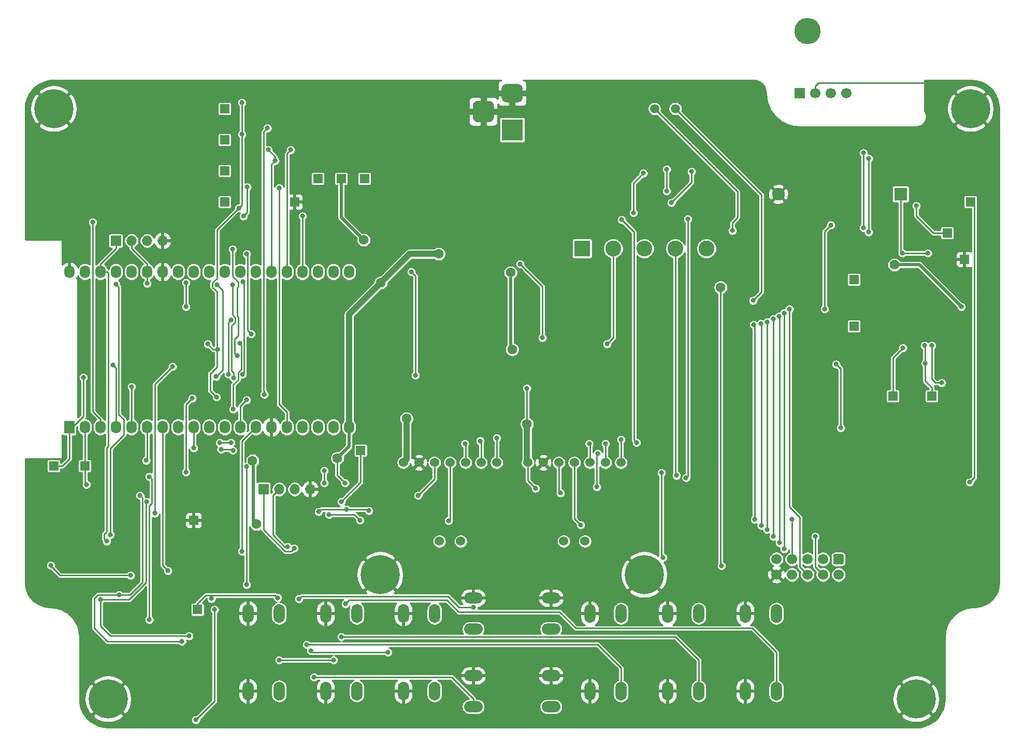
<source format=gbl>
G04 #@! TF.GenerationSoftware,KiCad,Pcbnew,(5.1.9)-1*
G04 #@! TF.CreationDate,2021-04-11T14:45:31+02:00*
G04 #@! TF.ProjectId,Sunrise clock main board,53756e72-6973-4652-9063-6c6f636b206d,V1.0*
G04 #@! TF.SameCoordinates,Original*
G04 #@! TF.FileFunction,Copper,L2,Bot*
G04 #@! TF.FilePolarity,Positive*
%FSLAX46Y46*%
G04 Gerber Fmt 4.6, Leading zero omitted, Abs format (unit mm)*
G04 Created by KiCad (PCBNEW (5.1.9)-1) date 2021-04-11 14:45:31*
%MOMM*%
%LPD*%
G01*
G04 APERTURE LIST*
G04 #@! TA.AperFunction,ComponentPad*
%ADD10C,1.524000*%
G04 #@! TD*
G04 #@! TA.AperFunction,ComponentPad*
%ADD11R,1.500000X1.500000*%
G04 #@! TD*
G04 #@! TA.AperFunction,ComponentPad*
%ADD12C,2.600000*%
G04 #@! TD*
G04 #@! TA.AperFunction,ComponentPad*
%ADD13R,2.600000X2.600000*%
G04 #@! TD*
G04 #@! TA.AperFunction,ComponentPad*
%ADD14O,1.850000X3.048000*%
G04 #@! TD*
G04 #@! TA.AperFunction,ComponentPad*
%ADD15O,3.048000X1.850000*%
G04 #@! TD*
G04 #@! TA.AperFunction,ComponentPad*
%ADD16C,0.800000*%
G04 #@! TD*
G04 #@! TA.AperFunction,ComponentPad*
%ADD17C,6.400000*%
G04 #@! TD*
G04 #@! TA.AperFunction,ComponentPad*
%ADD18C,1.500000*%
G04 #@! TD*
G04 #@! TA.AperFunction,ComponentPad*
%ADD19C,4.300000*%
G04 #@! TD*
G04 #@! TA.AperFunction,ComponentPad*
%ADD20C,1.700000*%
G04 #@! TD*
G04 #@! TA.AperFunction,ComponentPad*
%ADD21R,1.700000X1.700000*%
G04 #@! TD*
G04 #@! TA.AperFunction,ComponentPad*
%ADD22R,3.500000X3.500000*%
G04 #@! TD*
G04 #@! TA.AperFunction,ComponentPad*
%ADD23O,1.700000X1.700000*%
G04 #@! TD*
G04 #@! TA.AperFunction,ComponentPad*
%ADD24C,2.100000*%
G04 #@! TD*
G04 #@! TA.AperFunction,ComponentPad*
%ADD25R,2.100000X2.100000*%
G04 #@! TD*
G04 #@! TA.AperFunction,ComponentPad*
%ADD26O,1.700000X2.100000*%
G04 #@! TD*
G04 #@! TA.AperFunction,ComponentPad*
%ADD27R,1.700000X2.100000*%
G04 #@! TD*
G04 #@! TA.AperFunction,ViaPad*
%ADD28C,1.600000*%
G04 #@! TD*
G04 #@! TA.AperFunction,ViaPad*
%ADD29C,0.800000*%
G04 #@! TD*
G04 #@! TA.AperFunction,Conductor*
%ADD30C,0.250000*%
G04 #@! TD*
G04 #@! TA.AperFunction,Conductor*
%ADD31C,0.500000*%
G04 #@! TD*
G04 #@! TA.AperFunction,Conductor*
%ADD32C,1.000000*%
G04 #@! TD*
G04 #@! TA.AperFunction,Conductor*
%ADD33C,0.254000*%
G04 #@! TD*
G04 #@! TA.AperFunction,Conductor*
%ADD34C,0.100000*%
G04 #@! TD*
G04 APERTURE END LIST*
D10*
X8410000Y-22480000D03*
X11910000Y-22480000D03*
X2540000Y-9610000D03*
X5080000Y-9610000D03*
X7620000Y-9610000D03*
X10160000Y-9610000D03*
X12700000Y-9610000D03*
X15240000Y-9610000D03*
X17780000Y-9610000D03*
X-11910000Y-22480000D03*
X-8410000Y-22480000D03*
X-17780000Y-9610000D03*
X-15240000Y-9610000D03*
X-12700000Y-9610000D03*
X-10160000Y-9610000D03*
X-7620000Y-9610000D03*
X-5080000Y-9610000D03*
X-2540000Y-9610000D03*
D11*
X-52070000Y-19050000D03*
X73914000Y23622000D03*
X-24765000Y-7620000D03*
D12*
X31750000Y25400000D03*
X26670000Y25400000D03*
X21590000Y25400000D03*
X16510000Y25400000D03*
D13*
X11430000Y25400000D03*
D11*
X68580000Y1270000D03*
X62230000Y1270000D03*
D14*
X38100000Y-46990000D03*
X43180000Y-46990000D03*
X38100000Y-34290000D03*
X43180000Y-34290000D03*
X25400000Y-46990000D03*
X30480000Y-46990000D03*
X25400000Y-34290000D03*
X30480000Y-34290000D03*
X-43180000Y-46990000D03*
X-38100000Y-46990000D03*
X-43180000Y-34290000D03*
X-38100000Y-34290000D03*
X-30480000Y-46990000D03*
X-25400000Y-46990000D03*
X-30480000Y-34290000D03*
X-25400000Y-34290000D03*
X-17780000Y-46990000D03*
X-12700000Y-46990000D03*
X-17780000Y-34290000D03*
X-12700000Y-34290000D03*
X12700000Y-46990000D03*
X17780000Y-46990000D03*
X12700000Y-34290000D03*
X17780000Y-34290000D03*
D15*
X-6350000Y-44450000D03*
X-6350000Y-49530000D03*
X6350000Y-44450000D03*
X6350000Y-49530000D03*
X-6350000Y-31750000D03*
X-6350000Y-36830000D03*
X6350000Y-31750000D03*
X6350000Y-36830000D03*
D11*
X-51435000Y-33655000D03*
D16*
X23287056Y-26242944D03*
X21590000Y-25540000D03*
X19892944Y-26242944D03*
X19190000Y-27940000D03*
X19892944Y-29637056D03*
X21590000Y-30340000D03*
X23287056Y-29637056D03*
X23990000Y-27940000D03*
D17*
X21590000Y-27940000D03*
D16*
X-19892944Y-26242944D03*
X-21590000Y-25540000D03*
X-23287056Y-26242944D03*
X-23990000Y-27940000D03*
X-23287056Y-29637056D03*
X-21590000Y-30340000D03*
X-19892944Y-29637056D03*
X-19190000Y-27940000D03*
D17*
X-21590000Y-27940000D03*
D18*
X26670000Y48260000D03*
X23270000Y48260000D03*
D19*
X48260000Y60980000D03*
D20*
X54610000Y50820000D03*
X52070000Y50820000D03*
X49530000Y50820000D03*
D21*
X46990000Y50820000D03*
G04 #@! TA.AperFunction,ComponentPad*
G36*
G01*
X-5575000Y49550000D02*
X-3825000Y49550000D01*
G75*
G02*
X-2950000Y48675000I0J-875000D01*
G01*
X-2950000Y46925000D01*
G75*
G02*
X-3825000Y46050000I-875000J0D01*
G01*
X-5575000Y46050000D01*
G75*
G02*
X-6450000Y46925000I0J875000D01*
G01*
X-6450000Y48675000D01*
G75*
G02*
X-5575000Y49550000I875000J0D01*
G01*
G37*
G04 #@! TD.AperFunction*
G04 #@! TA.AperFunction,ComponentPad*
G36*
G01*
X-1000000Y52300000D02*
X1000000Y52300000D01*
G75*
G02*
X1750000Y51550000I0J-750000D01*
G01*
X1750000Y50050000D01*
G75*
G02*
X1000000Y49300000I-750000J0D01*
G01*
X-1000000Y49300000D01*
G75*
G02*
X-1750000Y50050000I0J750000D01*
G01*
X-1750000Y51550000D01*
G75*
G02*
X-1000000Y52300000I750000J0D01*
G01*
G37*
G04 #@! TD.AperFunction*
D22*
X0Y44800000D03*
D20*
X43180000Y-27940000D03*
X45720000Y-27940000D03*
X48260000Y-27940000D03*
X50800000Y-27940000D03*
X53340000Y-27940000D03*
X43180000Y-25400000D03*
X45720000Y-25400000D03*
X48260000Y-25400000D03*
X50800000Y-25400000D03*
G04 #@! TA.AperFunction,ComponentPad*
G36*
G01*
X52740000Y-24550000D02*
X53940000Y-24550000D01*
G75*
G02*
X54190000Y-24800000I0J-250000D01*
G01*
X54190000Y-26000000D01*
G75*
G02*
X53940000Y-26250000I-250000J0D01*
G01*
X52740000Y-26250000D01*
G75*
G02*
X52490000Y-26000000I0J250000D01*
G01*
X52490000Y-24800000D01*
G75*
G02*
X52740000Y-24550000I250000J0D01*
G01*
G37*
G04 #@! TD.AperFunction*
D11*
X-46990000Y48260000D03*
X-46990000Y43180000D03*
X-46990000Y38100000D03*
X-46990000Y33020000D03*
X-31750000Y36830000D03*
X74930000Y33020000D03*
X71120000Y27940000D03*
X55880000Y20320000D03*
X55880000Y12700000D03*
X-69850000Y-10160000D03*
X-74930000Y-10160000D03*
X-27940000Y36830000D03*
X-24130000Y36830000D03*
X-35560000Y33020000D03*
D23*
X-33020000Y-13970000D03*
X-35560000Y-13970000D03*
X-38100000Y-13970000D03*
D21*
X-40640000Y-13970000D03*
D23*
X-57150000Y26670000D03*
X-59690000Y26670000D03*
X-62230000Y26670000D03*
D21*
X-64770000Y26670000D03*
D16*
X67737056Y-46562944D03*
X66040000Y-45860000D03*
X64342944Y-46562944D03*
X63640000Y-48260000D03*
X64342944Y-49957056D03*
X66040000Y-50660000D03*
X67737056Y-49957056D03*
X68440000Y-48260000D03*
D17*
X66040000Y-48260000D03*
D16*
X76627056Y49957056D03*
X74930000Y50660000D03*
X73232944Y49957056D03*
X72530000Y48260000D03*
X73232944Y46562944D03*
X74930000Y45860000D03*
X76627056Y46562944D03*
X77330000Y48260000D03*
D17*
X74930000Y48260000D03*
D16*
X-64342944Y-46562944D03*
X-66040000Y-45860000D03*
X-67737056Y-46562944D03*
X-68440000Y-48260000D03*
X-67737056Y-49957056D03*
X-66040000Y-50660000D03*
X-64342944Y-49957056D03*
X-63640000Y-48260000D03*
D17*
X-66040000Y-48260000D03*
D16*
X-73232944Y49957056D03*
X-74930000Y50660000D03*
X-76627056Y49957056D03*
X-77330000Y48260000D03*
X-76627056Y46562944D03*
X-74930000Y45860000D03*
X-73232944Y46562944D03*
X-72530000Y48260000D03*
D17*
X-74930000Y48260000D03*
D24*
X43500000Y34290000D03*
D25*
X63500000Y34290000D03*
D26*
X-72390000Y21590000D03*
X-69850000Y21590000D03*
D27*
X-72390000Y-3810000D03*
D26*
X-26670000Y21590000D03*
X-69850000Y-3810000D03*
X-26670000Y-3810000D03*
X-67310000Y-3810000D03*
X-29210000Y-3810000D03*
X-64770000Y-3810000D03*
X-31750000Y-3810000D03*
X-62230000Y-3810000D03*
X-34290000Y-3810000D03*
X-59690000Y-3810000D03*
X-36830000Y-3810000D03*
X-57150000Y-3810000D03*
X-39370000Y-3810000D03*
X-54610000Y-3810000D03*
X-41910000Y-3810000D03*
X-52070000Y-3810000D03*
X-44450000Y-3810000D03*
X-49530000Y-3810000D03*
X-46990000Y-3810000D03*
X-29210000Y21590000D03*
X-31750000Y21590000D03*
X-34290000Y21590000D03*
X-36830000Y21590000D03*
X-39370000Y21590000D03*
X-41910000Y21590000D03*
X-44450000Y21590000D03*
X-46990000Y21590000D03*
X-49530000Y21590000D03*
X-52070000Y21590000D03*
X-54610000Y21590000D03*
X-57150000Y21590000D03*
X-59690000Y21590000D03*
X-62230000Y21590000D03*
X-64770000Y21590000D03*
X-67310000Y21590000D03*
D28*
X73660000Y41910000D03*
X-62230000Y43180000D03*
X-58420000Y46990000D03*
X-58420000Y34290000D03*
X-47625000Y-28448000D03*
X-45720000Y-21590000D03*
X-45720000Y-17780000D03*
X60960000Y24130000D03*
X71120000Y25400000D03*
X60071000Y31115000D03*
X-54610000Y-33020000D03*
X-59690000Y-36830000D03*
X-62230000Y-7620000D03*
X-30480000Y6350000D03*
X-17780000Y6350000D03*
X8890000Y48260000D03*
X31750000Y8001000D03*
X49403000Y8001000D03*
X49530000Y3810000D03*
X35814000Y5461000D03*
X-6350000Y41910000D03*
X-19050000Y30480000D03*
X-59690000Y8890000D03*
X-67310000Y8890000D03*
X-41910000Y6350000D03*
X16510000Y48260000D03*
X-12700000Y6350000D03*
X-36449000Y-25908000D03*
X-34163000Y-17145000D03*
X-63500000Y-26560990D03*
X24130000Y44450000D03*
X-19050000Y35560000D03*
X36830000Y-20447000D03*
X-24130000Y44450000D03*
X60325000Y7112000D03*
X-21590000Y-4064000D03*
X17399000Y3937000D03*
X13970000Y8001000D03*
X-13843000Y1651000D03*
X-30861000Y635000D03*
X-41910000Y0D03*
X-7620000Y24130000D03*
X39370000Y27940000D03*
X39370000Y20320000D03*
X41910000Y20320000D03*
X49530000Y20320000D03*
X53340000Y20320000D03*
X48641000Y30480000D03*
X68199000Y50673000D03*
D29*
X-46355000Y-11049000D03*
X-46355000Y-12827000D03*
X-46355000Y-9144000D03*
X-22606000Y16510000D03*
X-26543000Y17653000D03*
X-47752000Y30861000D03*
X-44958000Y30480000D03*
X-61976000Y38989000D03*
X-54737000Y38862000D03*
X-45593000Y35433000D03*
X-41148000Y48514000D03*
X-42799000Y47117000D03*
X66294000Y14859000D03*
X73279000Y14605000D03*
X73152000Y8636000D03*
X67437000Y-1905000D03*
X69723000Y-1778000D03*
X51943000Y-14224000D03*
X51943000Y-11176000D03*
X-69215000Y-28956000D03*
X-55753000Y-7112000D03*
X-67945000Y-6223000D03*
X-70993000Y-6223000D03*
X-67310000Y19177000D03*
X-69977000Y12319000D03*
X-47117000Y23622000D03*
X-54483000Y12954000D03*
X-41529000Y11684000D03*
X-54229000Y10414000D03*
X-53721000Y5334000D03*
X-39370000Y6604000D03*
X-39116000Y10795000D03*
X-36068000Y10795000D03*
X-36830000Y6223000D03*
X-39243000Y18542000D03*
X-36322000Y18415000D03*
X-57150000Y19304000D03*
X-57023000Y16129000D03*
X-44450000Y23749000D03*
X-41656000Y24003000D03*
X-60452000Y-31623000D03*
X-8128000Y29591000D03*
X-15367000Y42037000D03*
X-19304000Y-16383000D03*
X-26416000Y-22987000D03*
X-25400000Y-20193000D03*
D28*
X35941000Y-3937000D03*
X30734000Y-4318000D03*
X30099000Y-20320000D03*
X30353000Y-28829000D03*
X49276000Y-3429000D03*
X22606000Y-4318000D03*
X22352000Y4826000D03*
X14478000Y-3810000D03*
X6858000Y20955000D03*
X23622000Y21971000D03*
X31496000Y22352000D03*
X10795000Y29337000D03*
X3429000Y37846000D03*
D29*
X11303000Y-16510000D03*
X20066000Y-13335000D03*
X-8763000Y-16510000D03*
X11430000Y-13462000D03*
X16510000Y-13462000D03*
X6858000Y-15367000D03*
X-16383000Y-19939000D03*
X-22860000Y-7493000D03*
X-19431000Y-8509000D03*
X67945000Y24638000D03*
X63753994Y24638000D03*
X-44196000Y44069000D03*
X-44195996Y49276000D03*
X-44704000Y32004000D03*
X-48323500Y1079500D03*
D28*
X-24257000Y26797000D03*
D29*
X-52324000Y889000D03*
X-49784000Y9779000D03*
X-48133000Y8890000D03*
X-53340000Y-11176000D03*
D28*
X34070208Y19015791D03*
D29*
X34226504Y-26479496D03*
X74802996Y-12827000D03*
X-29935010Y-18125968D03*
X-24870313Y-19037632D03*
X-43434000Y-29591000D03*
X-43434000Y-10287000D03*
X-59817000Y-9271000D03*
X39623998Y-18922994D03*
X39497006Y12954000D03*
X45339000Y15494000D03*
X44450000Y-23749000D03*
X44450000Y14855902D03*
X40703503Y-19875497D03*
X45720000Y-18923000D03*
X40640000Y13138000D03*
D28*
X-41800990Y-19685000D03*
X-21463000Y19812000D03*
D29*
X68580000Y9525000D03*
D28*
X-12009000Y24511000D03*
D29*
X-48641000Y-33655000D03*
X70231002Y3429000D03*
X-51689003Y-51688999D03*
D28*
X-42444042Y-9297042D03*
X-28575004Y-8890000D03*
X-17271996Y-2413000D03*
X2413000Y-3302000D03*
D29*
X2413001Y2540001D03*
X-27305000Y-12954000D03*
X13843000Y-13589000D03*
X13970000Y-8128000D03*
X3810000Y-13843000D03*
X-38100000Y35306000D03*
X-43307000Y35433000D03*
X-43942000Y30697010D03*
X-34290000Y30697010D03*
X-40005000Y45085000D03*
X-43434000Y635000D03*
X-40513000Y1524000D03*
X-36195000Y41529000D03*
X-69596000Y-13207996D03*
X-39878000Y41528998D03*
X-38735000Y39750996D03*
X51054000Y15494000D03*
X-68580000Y29718000D03*
X52070000Y29246990D03*
X-47592542Y-7464216D03*
X-45651051Y-7639419D03*
X-52070000Y-7239000D03*
X-5218593Y-6063979D03*
X15239996Y-6513990D03*
X-45974000Y-6350000D03*
X-47842010Y-6350000D03*
X17780000Y-5842000D03*
X-2540000Y-5613968D03*
X-7728801Y-6513990D03*
X12593943Y-6513990D03*
X-67310000Y-32004000D03*
X-52831998Y-37972998D03*
X-36703000Y-23368000D03*
X-59726990Y-16036154D03*
X-64262000Y-31242000D03*
X-60833000Y-14986000D03*
X-53975000Y-38862000D03*
X-35651783Y-23637490D03*
X-31623000Y-17653000D03*
X-23426840Y-17472988D03*
X-27069999Y-17253001D03*
X58293000Y28067000D03*
X58293000Y40132000D03*
X-59690000Y19685000D03*
X-65697874Y-21392220D03*
X-64770000Y19558000D03*
X57404000Y28792010D03*
X57404000Y41021000D03*
X-66289990Y-22479000D03*
X-44196000Y-24130000D03*
X-34843494Y-31892431D03*
X-6350000Y-33275058D03*
X-27248950Y-32715989D03*
X-27939990Y-38100000D03*
X-38100000Y-41910014D03*
X-29210000Y-41910000D03*
X-32893000Y-40386000D03*
X-20320000Y-40640000D03*
X-33618010Y-39370000D03*
X-32385000Y-44704000D03*
X41656000Y-20574000D03*
X41656000Y13371990D03*
X43688000Y-22733000D03*
X43600084Y14328962D03*
X42672000Y-21717000D03*
X42672000Y13879990D03*
X49530000Y-21717000D03*
X-30733993Y-10922007D03*
X-30734000Y-12954000D03*
X17907000Y30099000D03*
X20320000Y-6350000D03*
X-56261000Y-27305000D03*
X-70104000Y4318000D03*
X35977990Y28321000D03*
X-15807101Y4662010D03*
X-16510000Y21590000D03*
X-62357000Y-28067000D03*
X-75438000Y-26416000D03*
X-59309000Y-35306000D03*
X-59309000Y-11901010D03*
X24391495Y-11270979D03*
X24638002Y-25146000D03*
X66040000Y32385000D03*
X25273000Y34798000D03*
X25273000Y38354000D03*
X-58420000Y-17907000D03*
X-55499000Y6096000D03*
X21463000Y37719000D03*
X19812000Y31242000D03*
X15494000Y9779000D03*
X-45720000Y25273000D03*
X39370000Y16891000D03*
X-65278000Y6350000D03*
X-44975966Y7842813D03*
X-38354000Y-31715980D03*
X-49149000Y-31877000D03*
X67534452Y6633548D03*
X67437000Y9525000D03*
D28*
X62484000Y22733000D03*
D29*
X73406000Y15875000D03*
D28*
X-254000Y21463000D03*
X0Y8907990D03*
D29*
X-46355000Y4826000D03*
X-53340000Y15875000D03*
X-53340000Y19812000D03*
X-45974000Y13716000D03*
X-44078632Y4806492D03*
X-44022143Y20000267D03*
X-45528644Y4262832D03*
X-45720000Y19431000D03*
X-48387002Y4445000D03*
X-48260000Y19431000D03*
X-45592999Y-888999D03*
X-44525955Y9906000D03*
X-42672000Y11430000D03*
X-43434000Y24511000D03*
X53721000Y-3937000D03*
X52959000Y6477000D03*
X-62230000Y2812820D03*
X63881000Y9144000D03*
X26035000Y32893000D03*
X29337000Y37973000D03*
X26856598Y-11720990D03*
X1270000Y22860000D03*
X4953000Y10794998D03*
X28702000Y30226000D03*
X28422676Y-12101990D03*
X-27940000Y-16002000D03*
X-15367000Y-14986000D03*
X-10414000Y-19140010D03*
X11176000Y-19812000D03*
X7873997Y-14604997D03*
D30*
X49530000Y50820000D02*
X49530000Y51943000D01*
X49530000Y51943000D02*
X50038000Y52451000D01*
X50038000Y52451000D02*
X69850000Y52451000D01*
X67945000Y24638000D02*
X63753994Y24638000D01*
X63500000Y34290000D02*
X63500000Y24891994D01*
X63500000Y24891994D02*
X63753994Y24638000D01*
X-44196000Y44069000D02*
X-44196000Y49149000D01*
X-44196000Y49275996D02*
X-44195996Y49276000D01*
X-44196000Y49149000D02*
X-44196000Y49275996D01*
X-44196000Y32512000D02*
X-44704000Y32004000D01*
X-44196000Y44069000D02*
X-44196000Y32512000D01*
D31*
X-27940000Y30480000D02*
X-24257000Y26797000D01*
X-27940000Y36830000D02*
X-27940000Y30480000D01*
D30*
X-49366001Y2122001D02*
X-48323500Y1079500D01*
X-49366001Y4940038D02*
X-49366001Y2122001D01*
X-48260000Y8636000D02*
X-48260000Y6046039D01*
X-48260000Y6046039D02*
X-49366001Y4940038D01*
X-48133000Y8763000D02*
X-48133000Y8890000D01*
X-48260000Y8636000D02*
X-48133000Y8763000D01*
X-49784000Y9779000D02*
X-48895000Y8890000D01*
X-48895000Y8890000D02*
X-48133000Y8890000D01*
X-44704000Y32004000D02*
X-48260000Y28448000D01*
X-48260000Y28448000D02*
X-48260000Y20504002D01*
X-48985001Y19779001D02*
X-48985001Y19082999D01*
X-48260000Y20504002D02*
X-48985001Y19779001D01*
X-48985001Y19082999D02*
X-48260000Y18357998D01*
X-48260000Y18357998D02*
X-48260000Y8636000D01*
X-53340000Y-127000D02*
X-52324000Y889000D01*
X-53340000Y-11176000D02*
X-53340000Y-127000D01*
X34070208Y-26323200D02*
X34226504Y-26479496D01*
X34070208Y19015791D02*
X34070208Y-26323200D01*
X75565000Y-12064996D02*
X74802996Y-12827000D01*
X75565000Y32385000D02*
X75565000Y-12064996D01*
X74930000Y33020000D02*
X75565000Y32385000D01*
X-25781977Y-18125968D02*
X-24870313Y-19037632D01*
X-29935010Y-18125968D02*
X-25781977Y-18125968D01*
X-43434000Y-10287000D02*
X-43434000Y-29591000D01*
X-59690000Y-9144000D02*
X-59817000Y-9271000D01*
X-59690000Y-3810000D02*
X-59690000Y-9144000D01*
X39623998Y-18922994D02*
X39623998Y12827008D01*
X39623998Y12827008D02*
X39497006Y12954000D01*
X45339000Y-16891000D02*
X45339000Y15494000D01*
X46990000Y-18542000D02*
X45339000Y-16891000D01*
X46990000Y-26670000D02*
X46990000Y-18542000D01*
X48260000Y-27940000D02*
X46990000Y-26670000D01*
X44450000Y-23749000D02*
X44450000Y14855902D01*
X45720000Y-25400000D02*
X45720000Y-18923000D01*
X40703503Y-19875497D02*
X40703503Y13074497D01*
X40703503Y13074497D02*
X40640000Y13138000D01*
D32*
X-26670000Y14605000D02*
X-21463000Y19812000D01*
X-26670000Y-3810000D02*
X-26670000Y14605000D01*
X-16764000Y24511000D02*
X-12009000Y24511000D01*
X-21463000Y19812000D02*
X-16764000Y24511000D01*
D30*
X-48641000Y-33655000D02*
X-48641000Y-48640996D01*
X-48641000Y-48640996D02*
X-51689003Y-51688999D01*
D31*
X-42545000Y-9398000D02*
X-42444042Y-9297042D01*
X-42350989Y-9592011D02*
X-42545000Y-9398000D01*
X-42350989Y-19135001D02*
X-42350989Y-9592011D01*
X-41800990Y-19685000D02*
X-42350989Y-19135001D01*
X-26670000Y-6984996D02*
X-28575004Y-8890000D01*
X-26670000Y-3810000D02*
X-26670000Y-6984996D01*
D30*
X69183251Y3429000D02*
X70231002Y3429000D01*
X68580000Y4032251D02*
X69183251Y3429000D01*
X68580000Y9525000D02*
X68580000Y4032251D01*
D32*
X-17271996Y-9101996D02*
X-17780000Y-9610000D01*
X-17271996Y-2413000D02*
X-17271996Y-9101996D01*
X2413000Y-9483000D02*
X2540000Y-9610000D01*
X2413000Y-3302000D02*
X2413000Y-9483000D01*
D30*
X2413000Y-3302000D02*
X2413001Y-2170629D01*
X2413001Y-2170629D02*
X2413001Y2540001D01*
X-28575004Y-11683996D02*
X-28575004Y-8890000D01*
X-27305000Y-12954000D02*
X-28575004Y-11683996D01*
X13843000Y-8255000D02*
X13970000Y-8128000D01*
X13843000Y-13589000D02*
X13843000Y-8255000D01*
X2540000Y-12573000D02*
X2540000Y-9610000D01*
X3810000Y-13843000D02*
X2540000Y-12573000D01*
X-36830000Y-1397000D02*
X-38100000Y-127000D01*
X-38100000Y-127000D02*
X-38100000Y35306000D01*
X-36830000Y-3810000D02*
X-36830000Y-1397000D01*
X-34290000Y21590000D02*
X-34290000Y30697010D01*
X-43307000Y35433000D02*
X-43307000Y31332010D01*
X-43307000Y31332010D02*
X-43942000Y30697010D01*
X-44450000Y-381000D02*
X-43434000Y635000D01*
X-44450000Y-3810000D02*
X-44450000Y-381000D01*
X-40640000Y2159000D02*
X-40513000Y2032000D01*
X-40640000Y44450000D02*
X-40640000Y2159000D01*
X-40513000Y2032000D02*
X-40513000Y1524000D01*
X-40005000Y45085000D02*
X-40640000Y44450000D01*
X-36830000Y21590000D02*
X-36830000Y40894000D01*
X-36830000Y40894000D02*
X-36195000Y41529000D01*
X-69850000Y-3810000D02*
X-69850000Y-12953996D01*
X-69850000Y-12953996D02*
X-69596000Y-13207996D01*
X-38735000Y40385998D02*
X-38735000Y39750996D01*
X-39370000Y39115996D02*
X-38735000Y39750996D01*
X-39370000Y21590000D02*
X-39370000Y39115996D01*
X-39878000Y41528998D02*
X-38735000Y40385998D01*
X-68580000Y-1270000D02*
X-68580000Y29718000D01*
X-67310000Y-2540000D02*
X-68580000Y-1270000D01*
X-67310000Y-3810000D02*
X-67310000Y-2540000D01*
X51054000Y28230990D02*
X52070000Y29246990D01*
X51054000Y15494000D02*
X51054000Y28230990D01*
X-45826254Y-7464216D02*
X-45651051Y-7639419D01*
X-47592542Y-7464216D02*
X-45826254Y-7464216D01*
X-52070000Y-7239000D02*
X-52070000Y-3810000D01*
X15240000Y-6513994D02*
X15239996Y-6513990D01*
X-5080000Y-9610000D02*
X-5080000Y-6202572D01*
X-5080000Y-6202572D02*
X-5218593Y-6063979D01*
X15240000Y-9610000D02*
X15240000Y-6513994D01*
X-45974000Y-6350000D02*
X-47842010Y-6350000D01*
X17780000Y-9610000D02*
X17780000Y-5842000D01*
X-2540000Y-9610000D02*
X-2540000Y-5613968D01*
X12700000Y-6620047D02*
X12593943Y-6513990D01*
X12700000Y-9610000D02*
X12700000Y-6620047D01*
X-7620000Y-6622791D02*
X-7728801Y-6513990D01*
X-7620000Y-9610000D02*
X-7620000Y-6622791D01*
X-65659002Y-37972998D02*
X-52831998Y-37972998D01*
X-67310000Y-36322000D02*
X-65659002Y-37972998D01*
X-67310000Y-32004000D02*
X-67310000Y-36322000D01*
X-37211000Y-23368000D02*
X-36703000Y-23368000D01*
X-39116000Y-14986000D02*
X-39116000Y-21463000D01*
X-38100000Y-13970000D02*
X-39116000Y-14986000D01*
X-39116000Y-21463000D02*
X-37211000Y-23368000D01*
X-62609589Y-32004000D02*
X-59853990Y-29248401D01*
X-59853990Y-16163154D02*
X-59726990Y-16036154D01*
X-59853990Y-29248401D02*
X-59853990Y-16163154D01*
X-67310000Y-32004000D02*
X-62609589Y-32004000D01*
X-67691000Y-31242000D02*
X-64262000Y-31242000D01*
X-68326000Y-31877000D02*
X-67691000Y-31242000D01*
X-68326000Y-36703000D02*
X-68326000Y-31877000D01*
X-66167000Y-38862000D02*
X-68326000Y-36703000D01*
X-53975000Y-38862000D02*
X-66167000Y-38862000D01*
X-40640000Y-13970000D02*
X-40640000Y-20575411D01*
X-40640000Y-20575411D02*
X-37110372Y-24105039D01*
X-37110372Y-24105039D02*
X-36119332Y-24105039D01*
X-36119332Y-24105039D02*
X-35651783Y-23637490D01*
X-60452000Y-29210000D02*
X-60452000Y-15367000D01*
X-62484000Y-31242000D02*
X-60452000Y-29210000D01*
X-60452000Y-15367000D02*
X-60833000Y-14986000D01*
X-64262000Y-31242000D02*
X-62484000Y-31242000D01*
X-23646827Y-17253001D02*
X-23426840Y-17472988D01*
X-31623000Y-17653000D02*
X-31223001Y-17253001D01*
X-27069999Y-17253001D02*
X-23646827Y-17253001D01*
X-31223001Y-17253001D02*
X-27069999Y-17253001D01*
X-59690000Y21590000D02*
X-59690000Y22860000D01*
X-62230000Y25400000D02*
X-62230000Y26670000D01*
X-59690000Y22860000D02*
X-62230000Y25400000D01*
X58293000Y28067000D02*
X58293000Y40132000D01*
X-59690000Y21590000D02*
X-59690000Y19685000D01*
X-64298998Y19086998D02*
X-64770000Y19558000D01*
X-63500000Y-5080000D02*
X-63500000Y-2540000D01*
X-63500000Y-2540000D02*
X-64298998Y-1741002D01*
X-64298998Y-1741002D02*
X-64298998Y19086998D01*
X-65697874Y-21392220D02*
X-65697874Y-7277874D01*
X-65697874Y-7277874D02*
X-63500000Y-5080000D01*
X-64770000Y25400000D02*
X-64770000Y26670000D01*
X-67310000Y22860000D02*
X-64770000Y25400000D01*
X-67310000Y21590000D02*
X-67310000Y22860000D01*
X57404000Y28792010D02*
X57404000Y41021000D01*
X-66689989Y-22079001D02*
X-66289990Y-22479000D01*
X-66689989Y-21311333D02*
X-66689989Y-22079001D01*
X-66040000Y-6983589D02*
X-66289990Y-7233579D01*
X-66210000Y21590000D02*
X-66040000Y21420000D01*
X-66040000Y21420000D02*
X-66040000Y-6983589D01*
X-67310000Y21590000D02*
X-66210000Y21590000D01*
X-66289990Y-20911334D02*
X-66689989Y-21311333D01*
X-66289990Y-7233579D02*
X-66289990Y-20911334D01*
X-41910000Y-3810000D02*
X-44196000Y-6096000D01*
X-44196000Y-6096000D02*
X-44196000Y-24130000D01*
X-8675332Y-33275058D02*
X-6350000Y-33275058D01*
X-10457958Y-31492432D02*
X-8675332Y-33275058D01*
X-34443495Y-31492432D02*
X-10457958Y-31492432D01*
X-34843494Y-31892431D02*
X-34443495Y-31492432D01*
X-26663961Y-32131000D02*
X-27248950Y-32715989D01*
X-10668000Y-32131000D02*
X-26663961Y-32131000D01*
X-8763000Y-34036000D02*
X-10668000Y-32131000D01*
X7747000Y-34036000D02*
X-8763000Y-34036000D01*
X10414000Y-36703000D02*
X7747000Y-34036000D01*
X39243000Y-36703000D02*
X10414000Y-36703000D01*
X43180000Y-40640000D02*
X39243000Y-36703000D01*
X43180000Y-46990000D02*
X43180000Y-40640000D01*
X30480000Y-41910000D02*
X26670000Y-38100000D01*
X26670000Y-38100000D02*
X-27939990Y-38100000D01*
X30480000Y-46990000D02*
X30480000Y-41910000D01*
X-38100000Y-41910014D02*
X-29210014Y-41910014D01*
X-29210014Y-41910014D02*
X-29210000Y-41910000D01*
X-32639000Y-40640000D02*
X-20320000Y-40640000D01*
X-32893000Y-40386000D02*
X-32639000Y-40640000D01*
X13970000Y-39370000D02*
X-33618010Y-39370000D01*
X17780000Y-46990000D02*
X17780000Y-43180000D01*
X17780000Y-43180000D02*
X13970000Y-39370000D01*
X-6350000Y-48260000D02*
X-6350000Y-49530000D01*
X-9906000Y-44704000D02*
X-6350000Y-48260000D01*
X-32385000Y-44704000D02*
X-9906000Y-44704000D01*
X41656000Y-20574000D02*
X41656000Y13371990D01*
X43688000Y14241046D02*
X43600084Y14328962D01*
X43688000Y-22733000D02*
X43688000Y14241046D01*
X42672000Y-21717000D02*
X42672000Y13879990D01*
X49530000Y-26670000D02*
X49530000Y-21717000D01*
X50800000Y-27940000D02*
X49530000Y-26670000D01*
X-30733993Y-10922007D02*
X-30733993Y-12953993D01*
X-30733993Y-12953993D02*
X-30734000Y-12954000D01*
X19920001Y-5950001D02*
X20320000Y-6350000D01*
X17907000Y30099000D02*
X19920001Y28085999D01*
X19920001Y28085999D02*
X19920001Y-5950001D01*
X-57150000Y-26416000D02*
X-56261000Y-27305000D01*
X-57150000Y-3810000D02*
X-57150000Y-26416000D01*
X-71842682Y-3810000D02*
X-72390000Y-3810000D01*
X-70104000Y-2071318D02*
X-71842682Y-3810000D01*
X-70104000Y4318000D02*
X-70104000Y-2071318D01*
X35977990Y29627990D02*
X35977990Y28321000D01*
X36830000Y30480000D02*
X35977990Y29627990D01*
X36830000Y34700000D02*
X36830000Y30480000D01*
X23270000Y48260000D02*
X36830000Y34700000D01*
X-15807101Y20887101D02*
X-16510000Y21590000D01*
X-15807101Y4662010D02*
X-15807101Y20887101D01*
X-72390000Y-9017000D02*
X-72390000Y-3810000D01*
X-73533000Y-10160000D02*
X-72390000Y-9017000D01*
X-74930000Y-10160000D02*
X-73533000Y-10160000D01*
X-62357000Y-28067000D02*
X-73914000Y-28067000D01*
X-73914000Y-28067000D02*
X-75438000Y-26543000D01*
X-75438000Y-26543000D02*
X-75438000Y-26416000D01*
X-58909001Y-16291169D02*
X-58909001Y-12301009D01*
X-59309000Y-35306000D02*
X-59309000Y-16691168D01*
X-58909001Y-12301009D02*
X-59309000Y-11901010D01*
X-59309000Y-16691168D02*
X-58909001Y-16291169D01*
X24391495Y-11270979D02*
X24391495Y-24899493D01*
X24391495Y-24899493D02*
X24638002Y-25146000D01*
X66040000Y30734000D02*
X66040000Y32385000D01*
X68834000Y27940000D02*
X66040000Y30734000D01*
X71120000Y27940000D02*
X68834000Y27940000D01*
X25273000Y34798000D02*
X25273000Y38354000D01*
X-58420000Y-17907000D02*
X-58420000Y3175000D01*
X-58420000Y3175000D02*
X-55499000Y6096000D01*
X19812000Y36068000D02*
X19812000Y31242000D01*
X21463000Y37719000D02*
X19812000Y36068000D01*
X16510000Y10795000D02*
X15494000Y9779000D01*
X16510000Y25400000D02*
X16510000Y10795000D01*
X40767000Y18288000D02*
X39370000Y16891000D01*
X40767000Y34163000D02*
X40767000Y18288000D01*
X26670000Y48260000D02*
X40767000Y34163000D01*
X-64770000Y-3810000D02*
X-64770000Y5842000D01*
X-64770000Y5842000D02*
X-65278000Y6350000D01*
X-45375965Y8242812D02*
X-44975966Y7842813D01*
X-44975974Y14427389D02*
X-44798987Y14250402D01*
X-44740999Y19209999D02*
X-44975974Y18975024D01*
X-44798987Y14250402D02*
X-44798987Y11138015D01*
X-44975974Y18975024D02*
X-44975974Y14427389D01*
X-45720000Y25273000D02*
X-45720000Y20885002D01*
X-45720000Y20885002D02*
X-44740999Y19906001D01*
X-44798987Y11138015D02*
X-45375965Y10561037D01*
X-45375965Y10561037D02*
X-45375965Y8242812D01*
X-44740999Y19906001D02*
X-44740999Y19209999D01*
X-38754009Y-31315971D02*
X-38354000Y-31715980D01*
X-51435000Y-32655000D02*
X-50095971Y-31315971D01*
X-51435000Y-33655000D02*
X-51435000Y-32655000D01*
X-49349971Y-31676029D02*
X-49149000Y-31877000D01*
X-49349971Y-31315971D02*
X-49349971Y-31676029D01*
X-50095971Y-31315971D02*
X-49349971Y-31315971D01*
X-49349971Y-31315971D02*
X-38754009Y-31315971D01*
X67534452Y3712548D02*
X67534452Y6633548D01*
X68580000Y2667000D02*
X67534452Y3712548D01*
X68580000Y1270000D02*
X68580000Y2667000D01*
X67534452Y6633548D02*
X67534452Y9427548D01*
X67534452Y9427548D02*
X67437000Y9525000D01*
D31*
X62484000Y22733000D02*
X66548000Y22733000D01*
X66548000Y22733000D02*
X73406000Y15875000D01*
X-254000Y21463000D02*
X-254000Y9161990D01*
X-254000Y9161990D02*
X0Y8907990D01*
D30*
X-53340000Y15875000D02*
X-53340000Y19812000D01*
X-46355000Y13335000D02*
X-45974000Y13716000D01*
X-46355000Y4826000D02*
X-46355000Y13335000D01*
X-43800953Y19779077D02*
X-44022143Y20000267D01*
X-44078632Y4806492D02*
X-43800953Y5084171D01*
X-43800953Y5084171D02*
X-43800953Y19779077D01*
X-45889366Y12727630D02*
X-45248998Y13367998D01*
X-45720000Y14535004D02*
X-45720000Y19431000D01*
X-45248998Y14064002D02*
X-45720000Y14535004D01*
X-45528644Y5072646D02*
X-45889366Y5433368D01*
X-45248998Y13367998D02*
X-45248998Y14064002D01*
X-45889366Y5433368D02*
X-45889366Y12727630D01*
X-45528644Y4262832D02*
X-45528644Y5072646D01*
X-48387002Y4445000D02*
X-47339370Y5492632D01*
X-47339370Y5492632D02*
X-47339370Y18510370D01*
X-47339370Y18510370D02*
X-48260000Y19431000D01*
X-44250964Y9631009D02*
X-44525955Y9906000D01*
X-44803642Y3914830D02*
X-44803642Y5107358D01*
X-45592999Y3125473D02*
X-44803642Y3914830D01*
X-45592999Y-888999D02*
X-45592999Y3125473D01*
X-44250964Y5660036D02*
X-44250964Y9631009D01*
X-44803642Y5107358D02*
X-44250964Y5660036D01*
X-43274990Y24351990D02*
X-43434000Y24511000D01*
X-43274990Y12032990D02*
X-43274990Y24351990D01*
X-42672000Y11430000D02*
X-43274990Y12032990D01*
X53721000Y5715000D02*
X52959000Y6477000D01*
X53721000Y-3937000D02*
X53721000Y5715000D01*
X-62230000Y-3810000D02*
X-62230000Y2812820D01*
X62230000Y1270000D02*
X62230000Y7493000D01*
X62230000Y7493000D02*
X63881000Y9144000D01*
X29337000Y36195000D02*
X29337000Y37973000D01*
X26035000Y32893000D02*
X29337000Y36195000D01*
X26670000Y25400000D02*
X26670000Y-11534392D01*
X26670000Y-11534392D02*
X26856598Y-11720990D01*
X1270000Y22860000D02*
X4953000Y19177000D01*
X4953000Y19177000D02*
X4953000Y10794998D01*
X28702000Y-11822666D02*
X28422676Y-12101990D01*
X28702000Y30226000D02*
X28702000Y-11822666D01*
X-24765000Y-12827000D02*
X-24765000Y-7620000D01*
X-27940000Y-16002000D02*
X-24765000Y-12827000D01*
X-12700000Y-12319000D02*
X-15367000Y-14986000D01*
X-12700000Y-9610000D02*
X-12700000Y-12319000D01*
X-10160000Y-18886010D02*
X-10414000Y-19140010D01*
X-10160000Y-9610000D02*
X-10160000Y-18886010D01*
X10160000Y-18796000D02*
X11176000Y-19812000D01*
X10160000Y-9610000D02*
X10160000Y-18796000D01*
X7620000Y-9610000D02*
X7620000Y-14351000D01*
X7620000Y-14351000D02*
X7873997Y-14604997D01*
D33*
X-1874482Y52925812D02*
X-1994180Y52889502D01*
X-2104494Y52830537D01*
X-2201185Y52751185D01*
X-2280537Y52654494D01*
X-2339502Y52544180D01*
X-2375812Y52424482D01*
X-2388072Y52300000D01*
X-2385000Y51331750D01*
X-2226250Y51173000D01*
X-373000Y51173000D01*
X-373000Y51193000D01*
X373000Y51193000D01*
X373000Y51173000D01*
X2226250Y51173000D01*
X2385000Y51331750D01*
X2388072Y52300000D01*
X2375812Y52424482D01*
X2339502Y52544180D01*
X2280537Y52654494D01*
X2201185Y52751185D01*
X2104494Y52830537D01*
X1994180Y52889502D01*
X1874482Y52925812D01*
X1791345Y52934000D01*
X39350146Y52934000D01*
X39784115Y52891449D01*
X40182462Y52771181D01*
X40549864Y52575830D01*
X40872317Y52312843D01*
X41137553Y51992227D01*
X41335460Y51626205D01*
X41458506Y51228709D01*
X41504809Y50788167D01*
X41505090Y50770265D01*
X41559587Y50028163D01*
X41561137Y50018699D01*
X41561438Y50009122D01*
X41569715Y49963120D01*
X41780554Y49084909D01*
X41784629Y49072800D01*
X41787285Y49060306D01*
X41803577Y49016496D01*
X42166603Y48189500D01*
X42172758Y48178304D01*
X42177584Y48166479D01*
X42201377Y48126246D01*
X42705114Y47376608D01*
X42713153Y47366681D01*
X42719998Y47355895D01*
X42750540Y47320512D01*
X43379063Y46671925D01*
X43388734Y46663577D01*
X43397381Y46654174D01*
X43433706Y46624759D01*
X44167152Y46097725D01*
X44178149Y46091222D01*
X44188322Y46083500D01*
X44229282Y46060982D01*
X45044466Y45672158D01*
X45056442Y45667704D01*
X45067822Y45661906D01*
X45112111Y45647001D01*
X45112121Y45646997D01*
X45112124Y45646996D01*
X45983277Y45408676D01*
X45995851Y45406414D01*
X46008079Y45402722D01*
X46054319Y45395893D01*
X46952142Y45315765D01*
X46970059Y45314000D01*
X66059941Y45314000D01*
X66080877Y45316062D01*
X66097351Y45316062D01*
X66102989Y45316654D01*
X66349305Y45344283D01*
X66385314Y45351937D01*
X66421394Y45359081D01*
X66426810Y45360757D01*
X66663067Y45435702D01*
X66696915Y45450209D01*
X66730911Y45464222D01*
X66735893Y45466915D01*
X66735897Y45466917D01*
X66735900Y45466919D01*
X66903610Y45559119D01*
X72408724Y45559119D01*
X72768912Y45069452D01*
X73432882Y44709151D01*
X74154385Y44485306D01*
X74905695Y44406520D01*
X75657938Y44475822D01*
X76382208Y44690548D01*
X77050670Y45042445D01*
X77091088Y45069452D01*
X77451276Y45559119D01*
X74930000Y48080395D01*
X72408724Y45559119D01*
X66903610Y45559119D01*
X66953100Y45586326D01*
X66983470Y45607121D01*
X67014112Y45627479D01*
X67018480Y45631092D01*
X67208353Y45790415D01*
X67234128Y45816736D01*
X67260207Y45842633D01*
X67263791Y45847026D01*
X67419102Y46040193D01*
X67439280Y46071029D01*
X67459828Y46101493D01*
X67462490Y46106498D01*
X67577322Y46326153D01*
X67591114Y46360288D01*
X67605365Y46394191D01*
X67607004Y46399618D01*
X67676986Y46637395D01*
X67683886Y46673565D01*
X67691280Y46709587D01*
X67691834Y46715229D01*
X67714298Y46962069D01*
X67714041Y46998865D01*
X67714298Y47035661D01*
X67713745Y47041303D01*
X67687837Y47287807D01*
X67680436Y47323860D01*
X67673542Y47360000D01*
X67671904Y47365427D01*
X67598609Y47602203D01*
X67584349Y47636126D01*
X67570565Y47670242D01*
X67567904Y47675248D01*
X67450016Y47893278D01*
X67437000Y47912575D01*
X67437000Y48284305D01*
X71076520Y48284305D01*
X71145822Y47532062D01*
X71360548Y46807792D01*
X71712445Y46139330D01*
X71739452Y46098912D01*
X72229119Y45738724D01*
X74750395Y48260000D01*
X75109605Y48260000D01*
X77630881Y45738724D01*
X78120548Y46098912D01*
X78480849Y46762882D01*
X78704694Y47484385D01*
X78783480Y48235695D01*
X78714178Y48987938D01*
X78499452Y49712208D01*
X78147555Y50380670D01*
X78120548Y50421088D01*
X77630881Y50781276D01*
X75109605Y48260000D01*
X74750395Y48260000D01*
X72229119Y50781276D01*
X71739452Y50421088D01*
X71379151Y49757118D01*
X71155306Y49035615D01*
X71076520Y48284305D01*
X67437000Y48284305D01*
X67437000Y50960881D01*
X72408724Y50960881D01*
X74930000Y48439605D01*
X77451276Y50960881D01*
X77091088Y51450548D01*
X76427118Y51810849D01*
X75705615Y52034694D01*
X74954305Y52113480D01*
X74202062Y52044178D01*
X73477792Y51829452D01*
X72809330Y51477555D01*
X72768912Y51450548D01*
X72408724Y50960881D01*
X67437000Y50960881D01*
X67437000Y52934000D01*
X74911915Y52934000D01*
X75757412Y52858542D01*
X76558664Y52639344D01*
X77308438Y52281719D01*
X77983037Y51796971D01*
X78561125Y51200429D01*
X79024443Y50510941D01*
X79358341Y49750299D01*
X79553011Y48939438D01*
X79604001Y48245094D01*
X79604000Y-29190672D01*
X79529320Y-29973408D01*
X79313444Y-30709267D01*
X78962310Y-31391035D01*
X78488596Y-31994101D01*
X77909389Y-32496711D01*
X77245589Y-32880730D01*
X76521156Y-33132295D01*
X75747931Y-33244408D01*
X75555080Y-33249121D01*
X75337943Y-33254428D01*
X75333531Y-33254958D01*
X75329093Y-33254741D01*
X75289606Y-33258508D01*
X74453996Y-33379666D01*
X74435737Y-33384117D01*
X74417132Y-33386765D01*
X74379069Y-33397931D01*
X73581447Y-33674912D01*
X73564360Y-33682735D01*
X73546589Y-33688854D01*
X73511325Y-33707016D01*
X72780468Y-34129828D01*
X72765163Y-34140745D01*
X72748877Y-34150110D01*
X72717683Y-34174612D01*
X72079964Y-34727996D01*
X72067003Y-34741606D01*
X72052776Y-34753887D01*
X72026779Y-34783846D01*
X71505208Y-35447837D01*
X71495052Y-35463657D01*
X71483408Y-35478401D01*
X71463544Y-35512735D01*
X71076939Y-36263373D01*
X71069959Y-36280825D01*
X71061311Y-36297509D01*
X71048298Y-36334980D01*
X70810613Y-37145181D01*
X70807059Y-37163637D01*
X70801722Y-37181654D01*
X70796029Y-37220910D01*
X70715837Y-38061419D01*
X70714001Y-38080059D01*
X70714000Y-48241915D01*
X70638542Y-49087412D01*
X70419345Y-49888663D01*
X70061719Y-50638438D01*
X69576975Y-51313032D01*
X68980432Y-51891123D01*
X68290938Y-52354444D01*
X67530300Y-52688341D01*
X66719438Y-52883011D01*
X66025108Y-52934000D01*
X-66021915Y-52934000D01*
X-66867412Y-52858542D01*
X-67668663Y-52639345D01*
X-68418438Y-52281719D01*
X-69093032Y-51796975D01*
X-69671123Y-51200432D01*
X-69832094Y-50960881D01*
X-68561276Y-50960881D01*
X-68201088Y-51450548D01*
X-67537118Y-51810849D01*
X-66815615Y-52034694D01*
X-66064305Y-52113480D01*
X-65312062Y-52044178D01*
X-64587792Y-51829452D01*
X-64174868Y-51612077D01*
X-52470003Y-51612077D01*
X-52470003Y-51765921D01*
X-52439990Y-51916808D01*
X-52381116Y-52058941D01*
X-52295645Y-52186858D01*
X-52186862Y-52295641D01*
X-52058945Y-52381112D01*
X-51916812Y-52439986D01*
X-51765925Y-52469999D01*
X-51612081Y-52469999D01*
X-51461194Y-52439986D01*
X-51319061Y-52381112D01*
X-51191144Y-52295641D01*
X-51082361Y-52186858D01*
X-50996890Y-52058941D01*
X-50938016Y-51916808D01*
X-50908003Y-51765921D01*
X-50908003Y-51623590D01*
X-50245294Y-50960881D01*
X63518724Y-50960881D01*
X63878912Y-51450548D01*
X64542882Y-51810849D01*
X65264385Y-52034694D01*
X66015695Y-52113480D01*
X66767938Y-52044178D01*
X67492208Y-51829452D01*
X68160670Y-51477555D01*
X68201088Y-51450548D01*
X68561276Y-50960881D01*
X66040000Y-48439605D01*
X63518724Y-50960881D01*
X-50245294Y-50960881D01*
X-48300780Y-49016368D01*
X-48281473Y-49000523D01*
X-48218241Y-48923475D01*
X-48171255Y-48835571D01*
X-48160897Y-48801425D01*
X-48142322Y-48740190D01*
X-48140290Y-48719561D01*
X-48135000Y-48665850D01*
X-48135000Y-48665843D01*
X-48132553Y-48640997D01*
X-48135000Y-48616151D01*
X-48135000Y-47117000D01*
X-44740000Y-47117000D01*
X-44740000Y-47716000D01*
X-44685249Y-48017901D01*
X-44572652Y-48303319D01*
X-44406536Y-48561286D01*
X-44193285Y-48781889D01*
X-43941094Y-48956650D01*
X-43659655Y-49078853D01*
X-43548664Y-49104812D01*
X-43307000Y-48984483D01*
X-43307000Y-47117000D01*
X-43053000Y-47117000D01*
X-43053000Y-48984483D01*
X-42811336Y-49104812D01*
X-42700345Y-49078853D01*
X-42418906Y-48956650D01*
X-42166715Y-48781889D01*
X-41953464Y-48561286D01*
X-41787348Y-48303319D01*
X-41674751Y-48017901D01*
X-41620000Y-47716000D01*
X-41620000Y-47117000D01*
X-43053000Y-47117000D01*
X-43307000Y-47117000D01*
X-44740000Y-47117000D01*
X-48135000Y-47117000D01*
X-48135000Y-46264000D01*
X-44740000Y-46264000D01*
X-44740000Y-46863000D01*
X-43307000Y-46863000D01*
X-43307000Y-44995517D01*
X-43053000Y-44995517D01*
X-43053000Y-46863000D01*
X-41620000Y-46863000D01*
X-41620000Y-46326843D01*
X-39406000Y-46326843D01*
X-39406000Y-47653158D01*
X-39387103Y-47845021D01*
X-39312425Y-48091203D01*
X-39191152Y-48318085D01*
X-39027949Y-48516950D01*
X-38829084Y-48680153D01*
X-38602202Y-48801425D01*
X-38356020Y-48876103D01*
X-38100000Y-48901319D01*
X-37843979Y-48876103D01*
X-37597797Y-48801425D01*
X-37370915Y-48680153D01*
X-37172050Y-48516950D01*
X-37008847Y-48318085D01*
X-36887575Y-48091203D01*
X-36812897Y-47845021D01*
X-36794000Y-47653158D01*
X-36794000Y-47117000D01*
X-32040000Y-47117000D01*
X-32040000Y-47716000D01*
X-31985249Y-48017901D01*
X-31872652Y-48303319D01*
X-31706536Y-48561286D01*
X-31493285Y-48781889D01*
X-31241094Y-48956650D01*
X-30959655Y-49078853D01*
X-30848664Y-49104812D01*
X-30607000Y-48984483D01*
X-30607000Y-47117000D01*
X-30353000Y-47117000D01*
X-30353000Y-48984483D01*
X-30111336Y-49104812D01*
X-30000345Y-49078853D01*
X-29718906Y-48956650D01*
X-29466715Y-48781889D01*
X-29253464Y-48561286D01*
X-29087348Y-48303319D01*
X-28974751Y-48017901D01*
X-28920000Y-47716000D01*
X-28920000Y-47117000D01*
X-30353000Y-47117000D01*
X-30607000Y-47117000D01*
X-32040000Y-47117000D01*
X-36794000Y-47117000D01*
X-36794000Y-46326842D01*
X-36812897Y-46134979D01*
X-36887575Y-45888797D01*
X-37008847Y-45661915D01*
X-37172050Y-45463050D01*
X-37370916Y-45299847D01*
X-37597798Y-45178575D01*
X-37843980Y-45103897D01*
X-38100000Y-45078681D01*
X-38356021Y-45103897D01*
X-38602203Y-45178575D01*
X-38829085Y-45299847D01*
X-39027950Y-45463050D01*
X-39191153Y-45661916D01*
X-39312425Y-45888798D01*
X-39387103Y-46134980D01*
X-39406000Y-46326843D01*
X-41620000Y-46326843D01*
X-41620000Y-46264000D01*
X-41674751Y-45962099D01*
X-41787348Y-45676681D01*
X-41953464Y-45418714D01*
X-42166715Y-45198111D01*
X-42418906Y-45023350D01*
X-42700345Y-44901147D01*
X-42811336Y-44875188D01*
X-43053000Y-44995517D01*
X-43307000Y-44995517D01*
X-43548664Y-44875188D01*
X-43659655Y-44901147D01*
X-43941094Y-45023350D01*
X-44193285Y-45198111D01*
X-44406536Y-45418714D01*
X-44572652Y-45676681D01*
X-44685249Y-45962099D01*
X-44740000Y-46264000D01*
X-48135000Y-46264000D01*
X-48135000Y-44627078D01*
X-33166000Y-44627078D01*
X-33166000Y-44780922D01*
X-33135987Y-44931809D01*
X-33077113Y-45073942D01*
X-32991642Y-45201859D01*
X-32882859Y-45310642D01*
X-32754942Y-45396113D01*
X-32612809Y-45454987D01*
X-32461922Y-45485000D01*
X-32308078Y-45485000D01*
X-32157191Y-45454987D01*
X-32015058Y-45396113D01*
X-31887141Y-45310642D01*
X-31786499Y-45210000D01*
X-31504778Y-45210000D01*
X-31706536Y-45418714D01*
X-31872652Y-45676681D01*
X-31985249Y-45962099D01*
X-32040000Y-46264000D01*
X-32040000Y-46863000D01*
X-30607000Y-46863000D01*
X-30607000Y-46843000D01*
X-30353000Y-46843000D01*
X-30353000Y-46863000D01*
X-28920000Y-46863000D01*
X-28920000Y-46264000D01*
X-28974751Y-45962099D01*
X-29087348Y-45676681D01*
X-29253464Y-45418714D01*
X-29455222Y-45210000D01*
X-25960995Y-45210000D01*
X-26129085Y-45299847D01*
X-26327950Y-45463050D01*
X-26491153Y-45661916D01*
X-26612425Y-45888798D01*
X-26687103Y-46134980D01*
X-26706000Y-46326843D01*
X-26706000Y-47653158D01*
X-26687103Y-47845021D01*
X-26612425Y-48091203D01*
X-26491152Y-48318085D01*
X-26327949Y-48516950D01*
X-26129084Y-48680153D01*
X-25902202Y-48801425D01*
X-25656020Y-48876103D01*
X-25400000Y-48901319D01*
X-25143979Y-48876103D01*
X-24897797Y-48801425D01*
X-24670915Y-48680153D01*
X-24472050Y-48516950D01*
X-24308847Y-48318085D01*
X-24187575Y-48091203D01*
X-24112897Y-47845021D01*
X-24094000Y-47653158D01*
X-24094000Y-47117000D01*
X-19340000Y-47117000D01*
X-19340000Y-47716000D01*
X-19285249Y-48017901D01*
X-19172652Y-48303319D01*
X-19006536Y-48561286D01*
X-18793285Y-48781889D01*
X-18541094Y-48956650D01*
X-18259655Y-49078853D01*
X-18148664Y-49104812D01*
X-17907000Y-48984483D01*
X-17907000Y-47117000D01*
X-17653000Y-47117000D01*
X-17653000Y-48984483D01*
X-17411336Y-49104812D01*
X-17300345Y-49078853D01*
X-17018906Y-48956650D01*
X-16766715Y-48781889D01*
X-16553464Y-48561286D01*
X-16387348Y-48303319D01*
X-16274751Y-48017901D01*
X-16220000Y-47716000D01*
X-16220000Y-47117000D01*
X-17653000Y-47117000D01*
X-17907000Y-47117000D01*
X-19340000Y-47117000D01*
X-24094000Y-47117000D01*
X-24094000Y-46326842D01*
X-24112897Y-46134979D01*
X-24187575Y-45888797D01*
X-24308847Y-45661915D01*
X-24472050Y-45463050D01*
X-24670916Y-45299847D01*
X-24839006Y-45210000D01*
X-18804778Y-45210000D01*
X-19006536Y-45418714D01*
X-19172652Y-45676681D01*
X-19285249Y-45962099D01*
X-19340000Y-46264000D01*
X-19340000Y-46863000D01*
X-17907000Y-46863000D01*
X-17907000Y-46843000D01*
X-17653000Y-46843000D01*
X-17653000Y-46863000D01*
X-16220000Y-46863000D01*
X-16220000Y-46264000D01*
X-16274751Y-45962099D01*
X-16387348Y-45676681D01*
X-16553464Y-45418714D01*
X-16755222Y-45210000D01*
X-13260995Y-45210000D01*
X-13429085Y-45299847D01*
X-13627950Y-45463050D01*
X-13791153Y-45661916D01*
X-13912425Y-45888798D01*
X-13987103Y-46134980D01*
X-14006000Y-46326843D01*
X-14006000Y-47653158D01*
X-13987103Y-47845021D01*
X-13912425Y-48091203D01*
X-13791152Y-48318085D01*
X-13627949Y-48516950D01*
X-13429084Y-48680153D01*
X-13202202Y-48801425D01*
X-12956020Y-48876103D01*
X-12700000Y-48901319D01*
X-12443979Y-48876103D01*
X-12197797Y-48801425D01*
X-11970915Y-48680153D01*
X-11772050Y-48516950D01*
X-11608847Y-48318085D01*
X-11487575Y-48091203D01*
X-11412897Y-47845021D01*
X-11394000Y-47653158D01*
X-11394000Y-46326842D01*
X-11412897Y-46134979D01*
X-11487575Y-45888797D01*
X-11608847Y-45661915D01*
X-11772050Y-45463050D01*
X-11970916Y-45299847D01*
X-12139006Y-45210000D01*
X-10115591Y-45210000D01*
X-7093663Y-48231929D01*
X-7205021Y-48242897D01*
X-7451203Y-48317575D01*
X-7678085Y-48438847D01*
X-7876950Y-48602050D01*
X-8040153Y-48800915D01*
X-8161425Y-49027797D01*
X-8236103Y-49273979D01*
X-8261319Y-49530000D01*
X-8236103Y-49786021D01*
X-8161425Y-50032203D01*
X-8040153Y-50259085D01*
X-7876950Y-50457950D01*
X-7678085Y-50621153D01*
X-7451203Y-50742425D01*
X-7205021Y-50817103D01*
X-7013158Y-50836000D01*
X-5686842Y-50836000D01*
X-5494979Y-50817103D01*
X-5248797Y-50742425D01*
X-5021915Y-50621153D01*
X-4823050Y-50457950D01*
X-4659847Y-50259085D01*
X-4538575Y-50032203D01*
X-4463897Y-49786021D01*
X-4438681Y-49530000D01*
X4438681Y-49530000D01*
X4463897Y-49786021D01*
X4538575Y-50032203D01*
X4659847Y-50259085D01*
X4823050Y-50457950D01*
X5021915Y-50621153D01*
X5248797Y-50742425D01*
X5494979Y-50817103D01*
X5686842Y-50836000D01*
X7013158Y-50836000D01*
X7205021Y-50817103D01*
X7451203Y-50742425D01*
X7678085Y-50621153D01*
X7876950Y-50457950D01*
X8040153Y-50259085D01*
X8161425Y-50032203D01*
X8236103Y-49786021D01*
X8261319Y-49530000D01*
X8236103Y-49273979D01*
X8161425Y-49027797D01*
X8040153Y-48800915D01*
X7876950Y-48602050D01*
X7678085Y-48438847D01*
X7451203Y-48317575D01*
X7205021Y-48242897D01*
X7013158Y-48224000D01*
X5686842Y-48224000D01*
X5494979Y-48242897D01*
X5248797Y-48317575D01*
X5021915Y-48438847D01*
X4823050Y-48602050D01*
X4659847Y-48800915D01*
X4538575Y-49027797D01*
X4463897Y-49273979D01*
X4438681Y-49530000D01*
X-4438681Y-49530000D01*
X-4463897Y-49273979D01*
X-4538575Y-49027797D01*
X-4659847Y-48800915D01*
X-4823050Y-48602050D01*
X-5021915Y-48438847D01*
X-5248797Y-48317575D01*
X-5494979Y-48242897D01*
X-5686842Y-48224000D01*
X-5845098Y-48224000D01*
X-5851322Y-48160807D01*
X-5853730Y-48152867D01*
X-5859894Y-48132549D01*
X-5880255Y-48065425D01*
X-5927241Y-47977521D01*
X-5990473Y-47900473D01*
X-6009780Y-47884628D01*
X-6777408Y-47117000D01*
X11140000Y-47117000D01*
X11140000Y-47716000D01*
X11194751Y-48017901D01*
X11307348Y-48303319D01*
X11473464Y-48561286D01*
X11686715Y-48781889D01*
X11938906Y-48956650D01*
X12220345Y-49078853D01*
X12331336Y-49104812D01*
X12573000Y-48984483D01*
X12573000Y-47117000D01*
X12827000Y-47117000D01*
X12827000Y-48984483D01*
X13068664Y-49104812D01*
X13179655Y-49078853D01*
X13461094Y-48956650D01*
X13713285Y-48781889D01*
X13926536Y-48561286D01*
X14092652Y-48303319D01*
X14205249Y-48017901D01*
X14260000Y-47716000D01*
X14260000Y-47117000D01*
X12827000Y-47117000D01*
X12573000Y-47117000D01*
X11140000Y-47117000D01*
X-6777408Y-47117000D01*
X-7630408Y-46264000D01*
X11140000Y-46264000D01*
X11140000Y-46863000D01*
X12573000Y-46863000D01*
X12573000Y-44995517D01*
X12827000Y-44995517D01*
X12827000Y-46863000D01*
X14260000Y-46863000D01*
X14260000Y-46264000D01*
X14205249Y-45962099D01*
X14092652Y-45676681D01*
X13926536Y-45418714D01*
X13713285Y-45198111D01*
X13461094Y-45023350D01*
X13179655Y-44901147D01*
X13068664Y-44875188D01*
X12827000Y-44995517D01*
X12573000Y-44995517D01*
X12331336Y-44875188D01*
X12220345Y-44901147D01*
X11938906Y-45023350D01*
X11686715Y-45198111D01*
X11473464Y-45418714D01*
X11307348Y-45676681D01*
X11194751Y-45962099D01*
X11140000Y-46264000D01*
X-7630408Y-46264000D01*
X-9075744Y-44818664D01*
X-8464812Y-44818664D01*
X-8438853Y-44929655D01*
X-8316650Y-45211094D01*
X-8141889Y-45463285D01*
X-7921286Y-45676536D01*
X-7663319Y-45842652D01*
X-7377901Y-45955249D01*
X-7076000Y-46010000D01*
X-6477000Y-46010000D01*
X-6477000Y-44577000D01*
X-6223000Y-44577000D01*
X-6223000Y-46010000D01*
X-5624000Y-46010000D01*
X-5322099Y-45955249D01*
X-5036681Y-45842652D01*
X-4778714Y-45676536D01*
X-4558111Y-45463285D01*
X-4383350Y-45211094D01*
X-4261147Y-44929655D01*
X-4235188Y-44818664D01*
X4235188Y-44818664D01*
X4261147Y-44929655D01*
X4383350Y-45211094D01*
X4558111Y-45463285D01*
X4778714Y-45676536D01*
X5036681Y-45842652D01*
X5322099Y-45955249D01*
X5624000Y-46010000D01*
X6223000Y-46010000D01*
X6223000Y-44577000D01*
X6477000Y-44577000D01*
X6477000Y-46010000D01*
X7076000Y-46010000D01*
X7377901Y-45955249D01*
X7663319Y-45842652D01*
X7921286Y-45676536D01*
X8141889Y-45463285D01*
X8316650Y-45211094D01*
X8438853Y-44929655D01*
X8464812Y-44818664D01*
X8344483Y-44577000D01*
X6477000Y-44577000D01*
X6223000Y-44577000D01*
X4355517Y-44577000D01*
X4235188Y-44818664D01*
X-4235188Y-44818664D01*
X-4355517Y-44577000D01*
X-6223000Y-44577000D01*
X-6477000Y-44577000D01*
X-8344483Y-44577000D01*
X-8464812Y-44818664D01*
X-9075744Y-44818664D01*
X-9530624Y-44363785D01*
X-9546473Y-44344473D01*
X-9623521Y-44281241D01*
X-9711425Y-44234255D01*
X-9806807Y-44205322D01*
X-9881146Y-44198000D01*
X-9881154Y-44198000D01*
X-9906000Y-44195553D01*
X-9930846Y-44198000D01*
X-31786499Y-44198000D01*
X-31887141Y-44097358D01*
X-31911119Y-44081336D01*
X-8464812Y-44081336D01*
X-8344483Y-44323000D01*
X-6477000Y-44323000D01*
X-6477000Y-42890000D01*
X-6223000Y-42890000D01*
X-6223000Y-44323000D01*
X-4355517Y-44323000D01*
X-4235188Y-44081336D01*
X4235188Y-44081336D01*
X4355517Y-44323000D01*
X6223000Y-44323000D01*
X6223000Y-42890000D01*
X6477000Y-42890000D01*
X6477000Y-44323000D01*
X8344483Y-44323000D01*
X8464812Y-44081336D01*
X8438853Y-43970345D01*
X8316650Y-43688906D01*
X8141889Y-43436715D01*
X7921286Y-43223464D01*
X7663319Y-43057348D01*
X7377901Y-42944751D01*
X7076000Y-42890000D01*
X6477000Y-42890000D01*
X6223000Y-42890000D01*
X5624000Y-42890000D01*
X5322099Y-42944751D01*
X5036681Y-43057348D01*
X4778714Y-43223464D01*
X4558111Y-43436715D01*
X4383350Y-43688906D01*
X4261147Y-43970345D01*
X4235188Y-44081336D01*
X-4235188Y-44081336D01*
X-4261147Y-43970345D01*
X-4383350Y-43688906D01*
X-4558111Y-43436715D01*
X-4778714Y-43223464D01*
X-5036681Y-43057348D01*
X-5322099Y-42944751D01*
X-5624000Y-42890000D01*
X-6223000Y-42890000D01*
X-6477000Y-42890000D01*
X-7076000Y-42890000D01*
X-7377901Y-42944751D01*
X-7663319Y-43057348D01*
X-7921286Y-43223464D01*
X-8141889Y-43436715D01*
X-8316650Y-43688906D01*
X-8438853Y-43970345D01*
X-8464812Y-44081336D01*
X-31911119Y-44081336D01*
X-32015058Y-44011887D01*
X-32157191Y-43953013D01*
X-32308078Y-43923000D01*
X-32461922Y-43923000D01*
X-32612809Y-43953013D01*
X-32754942Y-44011887D01*
X-32882859Y-44097358D01*
X-32991642Y-44206141D01*
X-33077113Y-44334058D01*
X-33135987Y-44476191D01*
X-33166000Y-44627078D01*
X-48135000Y-44627078D01*
X-48135000Y-41833092D01*
X-38881000Y-41833092D01*
X-38881000Y-41986936D01*
X-38850987Y-42137823D01*
X-38792113Y-42279956D01*
X-38706642Y-42407873D01*
X-38597859Y-42516656D01*
X-38469942Y-42602127D01*
X-38327809Y-42661001D01*
X-38176922Y-42691014D01*
X-38023078Y-42691014D01*
X-37872191Y-42661001D01*
X-37730058Y-42602127D01*
X-37602141Y-42516656D01*
X-37501499Y-42416014D01*
X-29808487Y-42416014D01*
X-29707859Y-42516642D01*
X-29579942Y-42602113D01*
X-29437809Y-42660987D01*
X-29286922Y-42691000D01*
X-29133078Y-42691000D01*
X-28982191Y-42660987D01*
X-28840058Y-42602113D01*
X-28712141Y-42516642D01*
X-28603358Y-42407859D01*
X-28517887Y-42279942D01*
X-28459013Y-42137809D01*
X-28429000Y-41986922D01*
X-28429000Y-41833078D01*
X-28459013Y-41682191D01*
X-28517887Y-41540058D01*
X-28603358Y-41412141D01*
X-28712141Y-41303358D01*
X-28840058Y-41217887D01*
X-28982191Y-41159013D01*
X-29047612Y-41146000D01*
X-20918501Y-41146000D01*
X-20817859Y-41246642D01*
X-20689942Y-41332113D01*
X-20547809Y-41390987D01*
X-20396922Y-41421000D01*
X-20243078Y-41421000D01*
X-20092191Y-41390987D01*
X-19950058Y-41332113D01*
X-19822141Y-41246642D01*
X-19713358Y-41137859D01*
X-19627887Y-41009942D01*
X-19569013Y-40867809D01*
X-19539000Y-40716922D01*
X-19539000Y-40563078D01*
X-19569013Y-40412191D01*
X-19627887Y-40270058D01*
X-19713358Y-40142141D01*
X-19822141Y-40033358D01*
X-19950058Y-39947887D01*
X-20092191Y-39889013D01*
X-20157612Y-39876000D01*
X13760409Y-39876000D01*
X17274001Y-43389593D01*
X17274000Y-45180604D01*
X17050915Y-45299847D01*
X16852050Y-45463050D01*
X16688847Y-45661916D01*
X16567575Y-45888798D01*
X16492897Y-46134980D01*
X16474000Y-46326843D01*
X16474000Y-47653158D01*
X16492897Y-47845021D01*
X16567575Y-48091203D01*
X16688848Y-48318085D01*
X16852051Y-48516950D01*
X17050916Y-48680153D01*
X17277798Y-48801425D01*
X17523980Y-48876103D01*
X17780000Y-48901319D01*
X18036021Y-48876103D01*
X18282203Y-48801425D01*
X18509085Y-48680153D01*
X18707950Y-48516950D01*
X18871153Y-48318085D01*
X18992425Y-48091203D01*
X19067103Y-47845021D01*
X19086000Y-47653158D01*
X19086000Y-47117000D01*
X23840000Y-47117000D01*
X23840000Y-47716000D01*
X23894751Y-48017901D01*
X24007348Y-48303319D01*
X24173464Y-48561286D01*
X24386715Y-48781889D01*
X24638906Y-48956650D01*
X24920345Y-49078853D01*
X25031336Y-49104812D01*
X25273000Y-48984483D01*
X25273000Y-47117000D01*
X25527000Y-47117000D01*
X25527000Y-48984483D01*
X25768664Y-49104812D01*
X25879655Y-49078853D01*
X26161094Y-48956650D01*
X26413285Y-48781889D01*
X26626536Y-48561286D01*
X26792652Y-48303319D01*
X26905249Y-48017901D01*
X26960000Y-47716000D01*
X26960000Y-47117000D01*
X25527000Y-47117000D01*
X25273000Y-47117000D01*
X23840000Y-47117000D01*
X19086000Y-47117000D01*
X19086000Y-46326842D01*
X19079811Y-46264000D01*
X23840000Y-46264000D01*
X23840000Y-46863000D01*
X25273000Y-46863000D01*
X25273000Y-44995517D01*
X25527000Y-44995517D01*
X25527000Y-46863000D01*
X26960000Y-46863000D01*
X26960000Y-46264000D01*
X26905249Y-45962099D01*
X26792652Y-45676681D01*
X26626536Y-45418714D01*
X26413285Y-45198111D01*
X26161094Y-45023350D01*
X25879655Y-44901147D01*
X25768664Y-44875188D01*
X25527000Y-44995517D01*
X25273000Y-44995517D01*
X25031336Y-44875188D01*
X24920345Y-44901147D01*
X24638906Y-45023350D01*
X24386715Y-45198111D01*
X24173464Y-45418714D01*
X24007348Y-45676681D01*
X23894751Y-45962099D01*
X23840000Y-46264000D01*
X19079811Y-46264000D01*
X19067103Y-46134979D01*
X18992425Y-45888797D01*
X18871153Y-45661915D01*
X18707950Y-45463050D01*
X18509084Y-45299847D01*
X18286000Y-45180605D01*
X18286000Y-43204854D01*
X18288448Y-43180000D01*
X18278678Y-43080807D01*
X18249745Y-42985425D01*
X18228004Y-42944751D01*
X18202759Y-42897521D01*
X18139527Y-42820473D01*
X18120220Y-42804628D01*
X14345376Y-39029785D01*
X14329527Y-39010473D01*
X14252479Y-38947241D01*
X14164575Y-38900255D01*
X14069193Y-38871322D01*
X13994854Y-38864000D01*
X13994846Y-38864000D01*
X13970000Y-38861553D01*
X13945154Y-38864000D01*
X-27777602Y-38864000D01*
X-27712181Y-38850987D01*
X-27570048Y-38792113D01*
X-27442131Y-38706642D01*
X-27341489Y-38606000D01*
X26460409Y-38606000D01*
X29974001Y-42119593D01*
X29974000Y-45180604D01*
X29750915Y-45299847D01*
X29552050Y-45463050D01*
X29388847Y-45661916D01*
X29267575Y-45888798D01*
X29192897Y-46134980D01*
X29174000Y-46326843D01*
X29174000Y-47653158D01*
X29192897Y-47845021D01*
X29267575Y-48091203D01*
X29388848Y-48318085D01*
X29552051Y-48516950D01*
X29750916Y-48680153D01*
X29977798Y-48801425D01*
X30223980Y-48876103D01*
X30480000Y-48901319D01*
X30736021Y-48876103D01*
X30982203Y-48801425D01*
X31209085Y-48680153D01*
X31407950Y-48516950D01*
X31571153Y-48318085D01*
X31692425Y-48091203D01*
X31767103Y-47845021D01*
X31786000Y-47653158D01*
X31786000Y-47117000D01*
X36540000Y-47117000D01*
X36540000Y-47716000D01*
X36594751Y-48017901D01*
X36707348Y-48303319D01*
X36873464Y-48561286D01*
X37086715Y-48781889D01*
X37338906Y-48956650D01*
X37620345Y-49078853D01*
X37731336Y-49104812D01*
X37973000Y-48984483D01*
X37973000Y-47117000D01*
X38227000Y-47117000D01*
X38227000Y-48984483D01*
X38468664Y-49104812D01*
X38579655Y-49078853D01*
X38861094Y-48956650D01*
X39113285Y-48781889D01*
X39326536Y-48561286D01*
X39492652Y-48303319D01*
X39605249Y-48017901D01*
X39660000Y-47716000D01*
X39660000Y-47117000D01*
X38227000Y-47117000D01*
X37973000Y-47117000D01*
X36540000Y-47117000D01*
X31786000Y-47117000D01*
X31786000Y-46326842D01*
X31779811Y-46264000D01*
X36540000Y-46264000D01*
X36540000Y-46863000D01*
X37973000Y-46863000D01*
X37973000Y-44995517D01*
X38227000Y-44995517D01*
X38227000Y-46863000D01*
X39660000Y-46863000D01*
X39660000Y-46264000D01*
X39605249Y-45962099D01*
X39492652Y-45676681D01*
X39326536Y-45418714D01*
X39113285Y-45198111D01*
X38861094Y-45023350D01*
X38579655Y-44901147D01*
X38468664Y-44875188D01*
X38227000Y-44995517D01*
X37973000Y-44995517D01*
X37731336Y-44875188D01*
X37620345Y-44901147D01*
X37338906Y-45023350D01*
X37086715Y-45198111D01*
X36873464Y-45418714D01*
X36707348Y-45676681D01*
X36594751Y-45962099D01*
X36540000Y-46264000D01*
X31779811Y-46264000D01*
X31767103Y-46134979D01*
X31692425Y-45888797D01*
X31571153Y-45661915D01*
X31407950Y-45463050D01*
X31209084Y-45299847D01*
X30986000Y-45180605D01*
X30986000Y-41934854D01*
X30988448Y-41910000D01*
X30978678Y-41810807D01*
X30949745Y-41715425D01*
X30931981Y-41682191D01*
X30902759Y-41627521D01*
X30839527Y-41550473D01*
X30820220Y-41534628D01*
X27045376Y-37759785D01*
X27029527Y-37740473D01*
X26952479Y-37677241D01*
X26864575Y-37630255D01*
X26769193Y-37601322D01*
X26694854Y-37594000D01*
X26694846Y-37594000D01*
X26670000Y-37591553D01*
X26645154Y-37594000D01*
X8011499Y-37594000D01*
X8040153Y-37559085D01*
X8161425Y-37332203D01*
X8236103Y-37086021D01*
X8261319Y-36830000D01*
X8236103Y-36573979D01*
X8161425Y-36327797D01*
X8040153Y-36100915D01*
X7876950Y-35902050D01*
X7678085Y-35738847D01*
X7451203Y-35617575D01*
X7205021Y-35542897D01*
X7013158Y-35524000D01*
X5686842Y-35524000D01*
X5494979Y-35542897D01*
X5248797Y-35617575D01*
X5021915Y-35738847D01*
X4823050Y-35902050D01*
X4659847Y-36100915D01*
X4538575Y-36327797D01*
X4463897Y-36573979D01*
X4438681Y-36830000D01*
X4463897Y-37086021D01*
X4538575Y-37332203D01*
X4659847Y-37559085D01*
X4688501Y-37594000D01*
X-4688501Y-37594000D01*
X-4659847Y-37559085D01*
X-4538575Y-37332203D01*
X-4463897Y-37086021D01*
X-4438681Y-36830000D01*
X-4463897Y-36573979D01*
X-4538575Y-36327797D01*
X-4659847Y-36100915D01*
X-4823050Y-35902050D01*
X-5021915Y-35738847D01*
X-5248797Y-35617575D01*
X-5494979Y-35542897D01*
X-5686842Y-35524000D01*
X-7013158Y-35524000D01*
X-7205021Y-35542897D01*
X-7451203Y-35617575D01*
X-7678085Y-35738847D01*
X-7876950Y-35902050D01*
X-8040153Y-36100915D01*
X-8161425Y-36327797D01*
X-8236103Y-36573979D01*
X-8261319Y-36830000D01*
X-8236103Y-37086021D01*
X-8161425Y-37332203D01*
X-8040153Y-37559085D01*
X-8011499Y-37594000D01*
X-27341489Y-37594000D01*
X-27442131Y-37493358D01*
X-27570048Y-37407887D01*
X-27712181Y-37349013D01*
X-27863068Y-37319000D01*
X-28016912Y-37319000D01*
X-28167799Y-37349013D01*
X-28309932Y-37407887D01*
X-28437849Y-37493358D01*
X-28546632Y-37602141D01*
X-28632103Y-37730058D01*
X-28690977Y-37872191D01*
X-28720990Y-38023078D01*
X-28720990Y-38176922D01*
X-28690977Y-38327809D01*
X-28632103Y-38469942D01*
X-28546632Y-38597859D01*
X-28437849Y-38706642D01*
X-28309932Y-38792113D01*
X-28167799Y-38850987D01*
X-28102378Y-38864000D01*
X-33019509Y-38864000D01*
X-33120151Y-38763358D01*
X-33248068Y-38677887D01*
X-33390201Y-38619013D01*
X-33541088Y-38589000D01*
X-33694932Y-38589000D01*
X-33845819Y-38619013D01*
X-33987952Y-38677887D01*
X-34115869Y-38763358D01*
X-34224652Y-38872141D01*
X-34310123Y-39000058D01*
X-34368997Y-39142191D01*
X-34399010Y-39293078D01*
X-34399010Y-39446922D01*
X-34368997Y-39597809D01*
X-34310123Y-39739942D01*
X-34224652Y-39867859D01*
X-34115869Y-39976642D01*
X-33987952Y-40062113D01*
X-33845819Y-40120987D01*
X-33694932Y-40151000D01*
X-33641008Y-40151000D01*
X-33643987Y-40158191D01*
X-33674000Y-40309078D01*
X-33674000Y-40462922D01*
X-33643987Y-40613809D01*
X-33585113Y-40755942D01*
X-33499642Y-40883859D01*
X-33390859Y-40992642D01*
X-33262942Y-41078113D01*
X-33120809Y-41136987D01*
X-32969922Y-41167000D01*
X-32816078Y-41167000D01*
X-32695054Y-41142927D01*
X-32663854Y-41146000D01*
X-32663847Y-41146000D01*
X-32639001Y-41148447D01*
X-32614155Y-41146000D01*
X-29372388Y-41146000D01*
X-29437809Y-41159013D01*
X-29579942Y-41217887D01*
X-29707859Y-41303358D01*
X-29808515Y-41404014D01*
X-37501499Y-41404014D01*
X-37602141Y-41303372D01*
X-37730058Y-41217901D01*
X-37872191Y-41159027D01*
X-38023078Y-41129014D01*
X-38176922Y-41129014D01*
X-38327809Y-41159027D01*
X-38469942Y-41217901D01*
X-38597859Y-41303372D01*
X-38706642Y-41412155D01*
X-38792113Y-41540072D01*
X-38850987Y-41682205D01*
X-38881000Y-41833092D01*
X-48135000Y-41833092D01*
X-48135000Y-34417000D01*
X-44740000Y-34417000D01*
X-44740000Y-35016000D01*
X-44685249Y-35317901D01*
X-44572652Y-35603319D01*
X-44406536Y-35861286D01*
X-44193285Y-36081889D01*
X-43941094Y-36256650D01*
X-43659655Y-36378853D01*
X-43548664Y-36404812D01*
X-43307000Y-36284483D01*
X-43307000Y-34417000D01*
X-43053000Y-34417000D01*
X-43053000Y-36284483D01*
X-42811336Y-36404812D01*
X-42700345Y-36378853D01*
X-42418906Y-36256650D01*
X-42166715Y-36081889D01*
X-41953464Y-35861286D01*
X-41787348Y-35603319D01*
X-41674751Y-35317901D01*
X-41620000Y-35016000D01*
X-41620000Y-34417000D01*
X-43053000Y-34417000D01*
X-43307000Y-34417000D01*
X-44740000Y-34417000D01*
X-48135000Y-34417000D01*
X-48135000Y-34253501D01*
X-48034358Y-34152859D01*
X-47948887Y-34024942D01*
X-47890013Y-33882809D01*
X-47860000Y-33731922D01*
X-47860000Y-33578078D01*
X-47862800Y-33564000D01*
X-44740000Y-33564000D01*
X-44740000Y-34163000D01*
X-43307000Y-34163000D01*
X-43307000Y-32295517D01*
X-43053000Y-32295517D01*
X-43053000Y-34163000D01*
X-41620000Y-34163000D01*
X-41620000Y-33564000D01*
X-41674751Y-33262099D01*
X-41787348Y-32976681D01*
X-41953464Y-32718714D01*
X-42166715Y-32498111D01*
X-42418906Y-32323350D01*
X-42700345Y-32201147D01*
X-42811336Y-32175188D01*
X-43053000Y-32295517D01*
X-43307000Y-32295517D01*
X-43548664Y-32175188D01*
X-43659655Y-32201147D01*
X-43941094Y-32323350D01*
X-44193285Y-32498111D01*
X-44406536Y-32718714D01*
X-44572652Y-32976681D01*
X-44685249Y-33262099D01*
X-44740000Y-33564000D01*
X-47862800Y-33564000D01*
X-47890013Y-33427191D01*
X-47948887Y-33285058D01*
X-48034358Y-33157141D01*
X-48143141Y-33048358D01*
X-48271058Y-32962887D01*
X-48413191Y-32904013D01*
X-48564078Y-32874000D01*
X-48717922Y-32874000D01*
X-48868809Y-32904013D01*
X-49010942Y-32962887D01*
X-49138859Y-33048358D01*
X-49247642Y-33157141D01*
X-49333113Y-33285058D01*
X-49391987Y-33427191D01*
X-49422000Y-33578078D01*
X-49422000Y-33731922D01*
X-49391987Y-33882809D01*
X-49333113Y-34024942D01*
X-49247642Y-34152859D01*
X-49147000Y-34253501D01*
X-49146999Y-48431403D01*
X-51623594Y-50907999D01*
X-51765925Y-50907999D01*
X-51916812Y-50938012D01*
X-52058945Y-50996886D01*
X-52186862Y-51082357D01*
X-52295645Y-51191140D01*
X-52381116Y-51319057D01*
X-52439990Y-51461190D01*
X-52470003Y-51612077D01*
X-64174868Y-51612077D01*
X-63919330Y-51477555D01*
X-63878912Y-51450548D01*
X-63518724Y-50960881D01*
X-66040000Y-48439605D01*
X-68561276Y-50960881D01*
X-69832094Y-50960881D01*
X-70134444Y-50510938D01*
X-70468341Y-49750300D01*
X-70663011Y-48939438D01*
X-70714000Y-48245108D01*
X-70714000Y-48235695D01*
X-69893480Y-48235695D01*
X-69824178Y-48987938D01*
X-69609452Y-49712208D01*
X-69257555Y-50380670D01*
X-69230548Y-50421088D01*
X-68740881Y-50781276D01*
X-66219605Y-48260000D01*
X-65860395Y-48260000D01*
X-63339119Y-50781276D01*
X-62849452Y-50421088D01*
X-62489151Y-49757118D01*
X-62265306Y-49035615D01*
X-62186520Y-48284305D01*
X-62255822Y-47532062D01*
X-62470548Y-46807792D01*
X-62822445Y-46139330D01*
X-62849452Y-46098912D01*
X-63339119Y-45738724D01*
X-65860395Y-48260000D01*
X-66219605Y-48260000D01*
X-68740881Y-45738724D01*
X-69230548Y-46098912D01*
X-69590849Y-46762882D01*
X-69814694Y-47484385D01*
X-69893480Y-48235695D01*
X-70714000Y-48235695D01*
X-70714000Y-45559119D01*
X-68561276Y-45559119D01*
X-66040000Y-48080395D01*
X-63518724Y-45559119D01*
X-63878912Y-45069452D01*
X-64542882Y-44709151D01*
X-65264385Y-44485306D01*
X-66015695Y-44406520D01*
X-66767938Y-44475822D01*
X-67492208Y-44690548D01*
X-68160670Y-45042445D01*
X-68201088Y-45069452D01*
X-68561276Y-45559119D01*
X-70714000Y-45559119D01*
X-70714000Y-38080059D01*
X-70714487Y-38075118D01*
X-70719428Y-37872943D01*
X-70719958Y-37868531D01*
X-70719741Y-37864093D01*
X-70723508Y-37824606D01*
X-70844666Y-36988996D01*
X-70849117Y-36970737D01*
X-70851765Y-36952132D01*
X-70862931Y-36914069D01*
X-71139912Y-36116447D01*
X-71147735Y-36099360D01*
X-71153854Y-36081589D01*
X-71172016Y-36046325D01*
X-71594828Y-35315468D01*
X-71605745Y-35300163D01*
X-71615110Y-35283877D01*
X-71639612Y-35252683D01*
X-72192996Y-34614964D01*
X-72206606Y-34602003D01*
X-72218887Y-34587776D01*
X-72248846Y-34561779D01*
X-72912837Y-34040208D01*
X-72928657Y-34030052D01*
X-72943401Y-34018408D01*
X-72977735Y-33998544D01*
X-73728373Y-33611939D01*
X-73745825Y-33604959D01*
X-73762509Y-33596311D01*
X-73799980Y-33583298D01*
X-74610181Y-33345613D01*
X-74628637Y-33342059D01*
X-74646654Y-33336722D01*
X-74685910Y-33331029D01*
X-75526439Y-33250835D01*
X-76328408Y-33174320D01*
X-77064267Y-32958444D01*
X-77746035Y-32607310D01*
X-78349101Y-32133596D01*
X-78571763Y-31877000D01*
X-68834447Y-31877000D01*
X-68831999Y-31901856D01*
X-68832000Y-36678154D01*
X-68834447Y-36703000D01*
X-68832000Y-36727846D01*
X-68832000Y-36727853D01*
X-68824678Y-36802192D01*
X-68795745Y-36897574D01*
X-68748759Y-36985479D01*
X-68685527Y-37062527D01*
X-68666215Y-37078376D01*
X-66542372Y-39202220D01*
X-66526527Y-39221527D01*
X-66449479Y-39284759D01*
X-66361575Y-39331745D01*
X-66266193Y-39360678D01*
X-66191854Y-39368000D01*
X-66191847Y-39368000D01*
X-66167001Y-39370447D01*
X-66142155Y-39368000D01*
X-54573501Y-39368000D01*
X-54472859Y-39468642D01*
X-54344942Y-39554113D01*
X-54202809Y-39612987D01*
X-54051922Y-39643000D01*
X-53898078Y-39643000D01*
X-53747191Y-39612987D01*
X-53605058Y-39554113D01*
X-53477141Y-39468642D01*
X-53368358Y-39359859D01*
X-53282887Y-39231942D01*
X-53224013Y-39089809D01*
X-53194000Y-38938922D01*
X-53194000Y-38785078D01*
X-53220303Y-38652841D01*
X-53201940Y-38665111D01*
X-53059807Y-38723985D01*
X-52908920Y-38753998D01*
X-52755076Y-38753998D01*
X-52604189Y-38723985D01*
X-52462056Y-38665111D01*
X-52334139Y-38579640D01*
X-52225356Y-38470857D01*
X-52139885Y-38342940D01*
X-52081011Y-38200807D01*
X-52050998Y-38049920D01*
X-52050998Y-37896076D01*
X-52081011Y-37745189D01*
X-52139885Y-37603056D01*
X-52225356Y-37475139D01*
X-52334139Y-37366356D01*
X-52462056Y-37280885D01*
X-52604189Y-37222011D01*
X-52755076Y-37191998D01*
X-52908920Y-37191998D01*
X-53059807Y-37222011D01*
X-53201940Y-37280885D01*
X-53329857Y-37366356D01*
X-53430499Y-37466998D01*
X-65449410Y-37466998D01*
X-66804000Y-36112409D01*
X-66804000Y-32602501D01*
X-66711499Y-32510000D01*
X-62634435Y-32510000D01*
X-62609589Y-32512447D01*
X-62584743Y-32510000D01*
X-62584735Y-32510000D01*
X-62510396Y-32502678D01*
X-62415014Y-32473745D01*
X-62327110Y-32426759D01*
X-62250062Y-32363527D01*
X-62234213Y-32344215D01*
X-59815000Y-29925003D01*
X-59815000Y-34707499D01*
X-59915642Y-34808141D01*
X-60001113Y-34936058D01*
X-60059987Y-35078191D01*
X-60090000Y-35229078D01*
X-60090000Y-35382922D01*
X-60059987Y-35533809D01*
X-60001113Y-35675942D01*
X-59915642Y-35803859D01*
X-59806859Y-35912642D01*
X-59678942Y-35998113D01*
X-59536809Y-36056987D01*
X-59385922Y-36087000D01*
X-59232078Y-36087000D01*
X-59081191Y-36056987D01*
X-58939058Y-35998113D01*
X-58811141Y-35912642D01*
X-58702358Y-35803859D01*
X-58616887Y-35675942D01*
X-58558013Y-35533809D01*
X-58528000Y-35382922D01*
X-58528000Y-35229078D01*
X-58558013Y-35078191D01*
X-58616887Y-34936058D01*
X-58702358Y-34808141D01*
X-58803000Y-34707499D01*
X-58803000Y-32905000D01*
X-52567843Y-32905000D01*
X-52567843Y-34405000D01*
X-52560487Y-34479689D01*
X-52538701Y-34551508D01*
X-52503322Y-34617696D01*
X-52455711Y-34675711D01*
X-52397696Y-34723322D01*
X-52331508Y-34758701D01*
X-52259689Y-34780487D01*
X-52185000Y-34787843D01*
X-50685000Y-34787843D01*
X-50610311Y-34780487D01*
X-50538492Y-34758701D01*
X-50472304Y-34723322D01*
X-50414289Y-34675711D01*
X-50366678Y-34617696D01*
X-50331299Y-34551508D01*
X-50309513Y-34479689D01*
X-50302157Y-34405000D01*
X-50302157Y-32905000D01*
X-50309513Y-32830311D01*
X-50331299Y-32758492D01*
X-50366678Y-32692304D01*
X-50414289Y-32634289D01*
X-50472304Y-32586678D01*
X-50538492Y-32551299D01*
X-50597736Y-32533328D01*
X-49930000Y-31865592D01*
X-49930000Y-31953922D01*
X-49899987Y-32104809D01*
X-49841113Y-32246942D01*
X-49755642Y-32374859D01*
X-49646859Y-32483642D01*
X-49518942Y-32569113D01*
X-49376809Y-32627987D01*
X-49225922Y-32658000D01*
X-49072078Y-32658000D01*
X-48921191Y-32627987D01*
X-48779058Y-32569113D01*
X-48651141Y-32483642D01*
X-48542358Y-32374859D01*
X-48456887Y-32246942D01*
X-48398013Y-32104809D01*
X-48368000Y-31953922D01*
X-48368000Y-31821971D01*
X-39129218Y-31821971D01*
X-39104987Y-31943789D01*
X-39046113Y-32085922D01*
X-38960642Y-32213839D01*
X-38851859Y-32322622D01*
X-38723942Y-32408093D01*
X-38581809Y-32466967D01*
X-38571015Y-32469114D01*
X-38602203Y-32478575D01*
X-38829085Y-32599847D01*
X-39027950Y-32763050D01*
X-39191153Y-32961916D01*
X-39312425Y-33188798D01*
X-39387103Y-33434980D01*
X-39406000Y-33626843D01*
X-39406000Y-34953158D01*
X-39387103Y-35145021D01*
X-39312425Y-35391203D01*
X-39191152Y-35618085D01*
X-39027949Y-35816950D01*
X-38829084Y-35980153D01*
X-38602202Y-36101425D01*
X-38356020Y-36176103D01*
X-38100000Y-36201319D01*
X-37843979Y-36176103D01*
X-37597797Y-36101425D01*
X-37370915Y-35980153D01*
X-37172050Y-35816950D01*
X-37008847Y-35618085D01*
X-36887575Y-35391203D01*
X-36812897Y-35145021D01*
X-36794000Y-34953158D01*
X-36794000Y-34417000D01*
X-32040000Y-34417000D01*
X-32040000Y-35016000D01*
X-31985249Y-35317901D01*
X-31872652Y-35603319D01*
X-31706536Y-35861286D01*
X-31493285Y-36081889D01*
X-31241094Y-36256650D01*
X-30959655Y-36378853D01*
X-30848664Y-36404812D01*
X-30607000Y-36284483D01*
X-30607000Y-34417000D01*
X-30353000Y-34417000D01*
X-30353000Y-36284483D01*
X-30111336Y-36404812D01*
X-30000345Y-36378853D01*
X-29718906Y-36256650D01*
X-29466715Y-36081889D01*
X-29253464Y-35861286D01*
X-29087348Y-35603319D01*
X-28974751Y-35317901D01*
X-28920000Y-35016000D01*
X-28920000Y-34417000D01*
X-30353000Y-34417000D01*
X-30607000Y-34417000D01*
X-32040000Y-34417000D01*
X-36794000Y-34417000D01*
X-36794000Y-33626842D01*
X-36800189Y-33564000D01*
X-32040000Y-33564000D01*
X-32040000Y-34163000D01*
X-30607000Y-34163000D01*
X-30607000Y-32295517D01*
X-30353000Y-32295517D01*
X-30353000Y-34163000D01*
X-28920000Y-34163000D01*
X-28920000Y-33564000D01*
X-28974751Y-33262099D01*
X-29087348Y-32976681D01*
X-29253464Y-32718714D01*
X-29466715Y-32498111D01*
X-29718906Y-32323350D01*
X-30000345Y-32201147D01*
X-30111336Y-32175188D01*
X-30353000Y-32295517D01*
X-30607000Y-32295517D01*
X-30848664Y-32175188D01*
X-30959655Y-32201147D01*
X-31241094Y-32323350D01*
X-31493285Y-32498111D01*
X-31706536Y-32718714D01*
X-31872652Y-32976681D01*
X-31985249Y-33262099D01*
X-32040000Y-33564000D01*
X-36800189Y-33564000D01*
X-36812897Y-33434979D01*
X-36887575Y-33188797D01*
X-37008847Y-32961915D01*
X-37172050Y-32763050D01*
X-37370916Y-32599847D01*
X-37597798Y-32478575D01*
X-37843980Y-32403897D01*
X-37960589Y-32392412D01*
X-37856141Y-32322622D01*
X-37747358Y-32213839D01*
X-37661887Y-32085922D01*
X-37603013Y-31943789D01*
X-37577497Y-31815509D01*
X-35624494Y-31815509D01*
X-35624494Y-31969353D01*
X-35594481Y-32120240D01*
X-35535607Y-32262373D01*
X-35450136Y-32390290D01*
X-35341353Y-32499073D01*
X-35213436Y-32584544D01*
X-35071303Y-32643418D01*
X-34920416Y-32673431D01*
X-34766572Y-32673431D01*
X-34615685Y-32643418D01*
X-34473552Y-32584544D01*
X-34345635Y-32499073D01*
X-34236852Y-32390290D01*
X-34151381Y-32262373D01*
X-34092507Y-32120240D01*
X-34068278Y-31998432D01*
X-27557465Y-31998432D01*
X-27618892Y-32023876D01*
X-27746809Y-32109347D01*
X-27855592Y-32218130D01*
X-27941063Y-32346047D01*
X-27999937Y-32488180D01*
X-28029950Y-32639067D01*
X-28029950Y-32792911D01*
X-27999937Y-32943798D01*
X-27941063Y-33085931D01*
X-27855592Y-33213848D01*
X-27746809Y-33322631D01*
X-27618892Y-33408102D01*
X-27476759Y-33466976D01*
X-27325872Y-33496989D01*
X-27172028Y-33496989D01*
X-27021141Y-33466976D01*
X-26879008Y-33408102D01*
X-26751091Y-33322631D01*
X-26642308Y-33213848D01*
X-26559856Y-33090450D01*
X-26612425Y-33188798D01*
X-26687103Y-33434980D01*
X-26706000Y-33626843D01*
X-26706000Y-34953158D01*
X-26687103Y-35145021D01*
X-26612425Y-35391203D01*
X-26491152Y-35618085D01*
X-26327949Y-35816950D01*
X-26129084Y-35980153D01*
X-25902202Y-36101425D01*
X-25656020Y-36176103D01*
X-25400000Y-36201319D01*
X-25143979Y-36176103D01*
X-24897797Y-36101425D01*
X-24670915Y-35980153D01*
X-24472050Y-35816950D01*
X-24308847Y-35618085D01*
X-24187575Y-35391203D01*
X-24112897Y-35145021D01*
X-24094000Y-34953158D01*
X-24094000Y-34417000D01*
X-19340000Y-34417000D01*
X-19340000Y-35016000D01*
X-19285249Y-35317901D01*
X-19172652Y-35603319D01*
X-19006536Y-35861286D01*
X-18793285Y-36081889D01*
X-18541094Y-36256650D01*
X-18259655Y-36378853D01*
X-18148664Y-36404812D01*
X-17907000Y-36284483D01*
X-17907000Y-34417000D01*
X-17653000Y-34417000D01*
X-17653000Y-36284483D01*
X-17411336Y-36404812D01*
X-17300345Y-36378853D01*
X-17018906Y-36256650D01*
X-16766715Y-36081889D01*
X-16553464Y-35861286D01*
X-16387348Y-35603319D01*
X-16274751Y-35317901D01*
X-16220000Y-35016000D01*
X-16220000Y-34417000D01*
X-17653000Y-34417000D01*
X-17907000Y-34417000D01*
X-19340000Y-34417000D01*
X-24094000Y-34417000D01*
X-24094000Y-33626842D01*
X-24112897Y-33434979D01*
X-24187575Y-33188797D01*
X-24308847Y-32961915D01*
X-24472050Y-32763050D01*
X-24625644Y-32637000D01*
X-18927545Y-32637000D01*
X-19006536Y-32718714D01*
X-19172652Y-32976681D01*
X-19285249Y-33262099D01*
X-19340000Y-33564000D01*
X-19340000Y-34163000D01*
X-17907000Y-34163000D01*
X-17907000Y-34143000D01*
X-17653000Y-34143000D01*
X-17653000Y-34163000D01*
X-16220000Y-34163000D01*
X-16220000Y-33564000D01*
X-16274751Y-33262099D01*
X-16387348Y-32976681D01*
X-16553464Y-32718714D01*
X-16632455Y-32637000D01*
X-13474356Y-32637000D01*
X-13627950Y-32763050D01*
X-13791153Y-32961916D01*
X-13912425Y-33188798D01*
X-13987103Y-33434980D01*
X-14006000Y-33626843D01*
X-14006000Y-34953158D01*
X-13987103Y-35145021D01*
X-13912425Y-35391203D01*
X-13791152Y-35618085D01*
X-13627949Y-35816950D01*
X-13429084Y-35980153D01*
X-13202202Y-36101425D01*
X-12956020Y-36176103D01*
X-12700000Y-36201319D01*
X-12443979Y-36176103D01*
X-12197797Y-36101425D01*
X-11970915Y-35980153D01*
X-11772050Y-35816950D01*
X-11608847Y-35618085D01*
X-11487575Y-35391203D01*
X-11412897Y-35145021D01*
X-11394000Y-34953158D01*
X-11394000Y-33626842D01*
X-11412897Y-33434979D01*
X-11487575Y-33188797D01*
X-11608847Y-32961915D01*
X-11772050Y-32763050D01*
X-11925644Y-32637000D01*
X-10877591Y-32637000D01*
X-9138372Y-34376220D01*
X-9122527Y-34395527D01*
X-9045479Y-34458759D01*
X-8957575Y-34505745D01*
X-8862193Y-34534678D01*
X-8763000Y-34544448D01*
X-8738146Y-34542000D01*
X7537409Y-34542000D01*
X10038628Y-37043220D01*
X10054473Y-37062527D01*
X10131521Y-37125759D01*
X10219425Y-37172745D01*
X10314807Y-37201678D01*
X10414000Y-37211448D01*
X10438854Y-37209000D01*
X39033409Y-37209000D01*
X42674001Y-40849593D01*
X42674000Y-45180604D01*
X42450915Y-45299847D01*
X42252050Y-45463050D01*
X42088847Y-45661916D01*
X41967575Y-45888798D01*
X41892897Y-46134980D01*
X41874000Y-46326843D01*
X41874000Y-47653158D01*
X41892897Y-47845021D01*
X41967575Y-48091203D01*
X42088848Y-48318085D01*
X42252051Y-48516950D01*
X42450916Y-48680153D01*
X42677798Y-48801425D01*
X42923980Y-48876103D01*
X43180000Y-48901319D01*
X43436021Y-48876103D01*
X43682203Y-48801425D01*
X43909085Y-48680153D01*
X44107950Y-48516950D01*
X44271153Y-48318085D01*
X44315191Y-48235695D01*
X62186520Y-48235695D01*
X62255822Y-48987938D01*
X62470548Y-49712208D01*
X62822445Y-50380670D01*
X62849452Y-50421088D01*
X63339119Y-50781276D01*
X65860395Y-48260000D01*
X66219605Y-48260000D01*
X68740881Y-50781276D01*
X69230548Y-50421088D01*
X69590849Y-49757118D01*
X69814694Y-49035615D01*
X69893480Y-48284305D01*
X69824178Y-47532062D01*
X69609452Y-46807792D01*
X69257555Y-46139330D01*
X69230548Y-46098912D01*
X68740881Y-45738724D01*
X66219605Y-48260000D01*
X65860395Y-48260000D01*
X63339119Y-45738724D01*
X62849452Y-46098912D01*
X62489151Y-46762882D01*
X62265306Y-47484385D01*
X62186520Y-48235695D01*
X44315191Y-48235695D01*
X44392425Y-48091203D01*
X44467103Y-47845021D01*
X44486000Y-47653158D01*
X44486000Y-46326842D01*
X44467103Y-46134979D01*
X44392425Y-45888797D01*
X44271153Y-45661915D01*
X44186792Y-45559119D01*
X63518724Y-45559119D01*
X66040000Y-48080395D01*
X68561276Y-45559119D01*
X68201088Y-45069452D01*
X67537118Y-44709151D01*
X66815615Y-44485306D01*
X66064305Y-44406520D01*
X65312062Y-44475822D01*
X64587792Y-44690548D01*
X63919330Y-45042445D01*
X63878912Y-45069452D01*
X63518724Y-45559119D01*
X44186792Y-45559119D01*
X44107950Y-45463050D01*
X43909084Y-45299847D01*
X43686000Y-45180605D01*
X43686000Y-40664854D01*
X43688448Y-40640000D01*
X43678678Y-40540807D01*
X43649745Y-40445425D01*
X43617981Y-40386000D01*
X43602759Y-40357521D01*
X43539527Y-40280473D01*
X43520220Y-40264628D01*
X39618376Y-36362785D01*
X39602527Y-36343473D01*
X39525479Y-36280241D01*
X39437575Y-36233255D01*
X39342193Y-36204322D01*
X39267854Y-36197000D01*
X39267846Y-36197000D01*
X39243000Y-36194553D01*
X39218154Y-36197000D01*
X38947173Y-36197000D01*
X39113285Y-36081889D01*
X39326536Y-35861286D01*
X39492652Y-35603319D01*
X39605249Y-35317901D01*
X39660000Y-35016000D01*
X39660000Y-34417000D01*
X38227000Y-34417000D01*
X38227000Y-34437000D01*
X37973000Y-34437000D01*
X37973000Y-34417000D01*
X36540000Y-34417000D01*
X36540000Y-35016000D01*
X36594751Y-35317901D01*
X36707348Y-35603319D01*
X36873464Y-35861286D01*
X37086715Y-36081889D01*
X37252827Y-36197000D01*
X30523851Y-36197000D01*
X30736021Y-36176103D01*
X30982203Y-36101425D01*
X31209085Y-35980153D01*
X31407950Y-35816950D01*
X31571153Y-35618085D01*
X31692425Y-35391203D01*
X31767103Y-35145021D01*
X31786000Y-34953158D01*
X31786000Y-33626842D01*
X31779811Y-33564000D01*
X36540000Y-33564000D01*
X36540000Y-34163000D01*
X37973000Y-34163000D01*
X37973000Y-32295517D01*
X38227000Y-32295517D01*
X38227000Y-34163000D01*
X39660000Y-34163000D01*
X39660000Y-33626843D01*
X41874000Y-33626843D01*
X41874000Y-34953158D01*
X41892897Y-35145021D01*
X41967575Y-35391203D01*
X42088848Y-35618085D01*
X42252051Y-35816950D01*
X42450916Y-35980153D01*
X42677798Y-36101425D01*
X42923980Y-36176103D01*
X43180000Y-36201319D01*
X43436021Y-36176103D01*
X43682203Y-36101425D01*
X43909085Y-35980153D01*
X44107950Y-35816950D01*
X44271153Y-35618085D01*
X44392425Y-35391203D01*
X44467103Y-35145021D01*
X44486000Y-34953158D01*
X44486000Y-33626842D01*
X44467103Y-33434979D01*
X44392425Y-33188797D01*
X44271153Y-32961915D01*
X44107950Y-32763050D01*
X43909084Y-32599847D01*
X43682202Y-32478575D01*
X43436020Y-32403897D01*
X43180000Y-32378681D01*
X42923979Y-32403897D01*
X42677797Y-32478575D01*
X42450915Y-32599847D01*
X42252050Y-32763050D01*
X42088847Y-32961916D01*
X41967575Y-33188798D01*
X41892897Y-33434980D01*
X41874000Y-33626843D01*
X39660000Y-33626843D01*
X39660000Y-33564000D01*
X39605249Y-33262099D01*
X39492652Y-32976681D01*
X39326536Y-32718714D01*
X39113285Y-32498111D01*
X38861094Y-32323350D01*
X38579655Y-32201147D01*
X38468664Y-32175188D01*
X38227000Y-32295517D01*
X37973000Y-32295517D01*
X37731336Y-32175188D01*
X37620345Y-32201147D01*
X37338906Y-32323350D01*
X37086715Y-32498111D01*
X36873464Y-32718714D01*
X36707348Y-32976681D01*
X36594751Y-33262099D01*
X36540000Y-33564000D01*
X31779811Y-33564000D01*
X31767103Y-33434979D01*
X31692425Y-33188797D01*
X31571153Y-32961915D01*
X31407950Y-32763050D01*
X31209084Y-32599847D01*
X30982202Y-32478575D01*
X30736020Y-32403897D01*
X30480000Y-32378681D01*
X30223979Y-32403897D01*
X29977797Y-32478575D01*
X29750915Y-32599847D01*
X29552050Y-32763050D01*
X29388847Y-32961916D01*
X29267575Y-33188798D01*
X29192897Y-33434980D01*
X29174000Y-33626843D01*
X29174000Y-34953158D01*
X29192897Y-35145021D01*
X29267575Y-35391203D01*
X29388848Y-35618085D01*
X29552051Y-35816950D01*
X29750916Y-35980153D01*
X29977798Y-36101425D01*
X30223980Y-36176103D01*
X30436149Y-36197000D01*
X26247173Y-36197000D01*
X26413285Y-36081889D01*
X26626536Y-35861286D01*
X26792652Y-35603319D01*
X26905249Y-35317901D01*
X26960000Y-35016000D01*
X26960000Y-34417000D01*
X25527000Y-34417000D01*
X25527000Y-34437000D01*
X25273000Y-34437000D01*
X25273000Y-34417000D01*
X23840000Y-34417000D01*
X23840000Y-35016000D01*
X23894751Y-35317901D01*
X24007348Y-35603319D01*
X24173464Y-35861286D01*
X24386715Y-36081889D01*
X24552827Y-36197000D01*
X17823851Y-36197000D01*
X18036021Y-36176103D01*
X18282203Y-36101425D01*
X18509085Y-35980153D01*
X18707950Y-35816950D01*
X18871153Y-35618085D01*
X18992425Y-35391203D01*
X19067103Y-35145021D01*
X19086000Y-34953158D01*
X19086000Y-33626842D01*
X19079811Y-33564000D01*
X23840000Y-33564000D01*
X23840000Y-34163000D01*
X25273000Y-34163000D01*
X25273000Y-32295517D01*
X25527000Y-32295517D01*
X25527000Y-34163000D01*
X26960000Y-34163000D01*
X26960000Y-33564000D01*
X26905249Y-33262099D01*
X26792652Y-32976681D01*
X26626536Y-32718714D01*
X26413285Y-32498111D01*
X26161094Y-32323350D01*
X25879655Y-32201147D01*
X25768664Y-32175188D01*
X25527000Y-32295517D01*
X25273000Y-32295517D01*
X25031336Y-32175188D01*
X24920345Y-32201147D01*
X24638906Y-32323350D01*
X24386715Y-32498111D01*
X24173464Y-32718714D01*
X24007348Y-32976681D01*
X23894751Y-33262099D01*
X23840000Y-33564000D01*
X19079811Y-33564000D01*
X19067103Y-33434979D01*
X18992425Y-33188797D01*
X18871153Y-32961915D01*
X18707950Y-32763050D01*
X18509084Y-32599847D01*
X18282202Y-32478575D01*
X18036020Y-32403897D01*
X17780000Y-32378681D01*
X17523979Y-32403897D01*
X17277797Y-32478575D01*
X17050915Y-32599847D01*
X16852050Y-32763050D01*
X16688847Y-32961916D01*
X16567575Y-33188798D01*
X16492897Y-33434980D01*
X16474000Y-33626843D01*
X16474000Y-34953158D01*
X16492897Y-35145021D01*
X16567575Y-35391203D01*
X16688848Y-35618085D01*
X16852051Y-35816950D01*
X17050916Y-35980153D01*
X17277798Y-36101425D01*
X17523980Y-36176103D01*
X17736149Y-36197000D01*
X13547173Y-36197000D01*
X13713285Y-36081889D01*
X13926536Y-35861286D01*
X14092652Y-35603319D01*
X14205249Y-35317901D01*
X14260000Y-35016000D01*
X14260000Y-34417000D01*
X12827000Y-34417000D01*
X12827000Y-34437000D01*
X12573000Y-34437000D01*
X12573000Y-34417000D01*
X11140000Y-34417000D01*
X11140000Y-35016000D01*
X11194751Y-35317901D01*
X11307348Y-35603319D01*
X11473464Y-35861286D01*
X11686715Y-36081889D01*
X11852827Y-36197000D01*
X10623592Y-36197000D01*
X8122376Y-33695785D01*
X8106527Y-33676473D01*
X8029479Y-33613241D01*
X7941575Y-33566255D01*
X7934142Y-33564000D01*
X11140000Y-33564000D01*
X11140000Y-34163000D01*
X12573000Y-34163000D01*
X12573000Y-32295517D01*
X12827000Y-32295517D01*
X12827000Y-34163000D01*
X14260000Y-34163000D01*
X14260000Y-33564000D01*
X14205249Y-33262099D01*
X14092652Y-32976681D01*
X13926536Y-32718714D01*
X13713285Y-32498111D01*
X13461094Y-32323350D01*
X13179655Y-32201147D01*
X13068664Y-32175188D01*
X12827000Y-32295517D01*
X12573000Y-32295517D01*
X12331336Y-32175188D01*
X12220345Y-32201147D01*
X11938906Y-32323350D01*
X11686715Y-32498111D01*
X11473464Y-32718714D01*
X11307348Y-32976681D01*
X11194751Y-33262099D01*
X11140000Y-33564000D01*
X7934142Y-33564000D01*
X7846193Y-33537322D01*
X7771854Y-33530000D01*
X7771846Y-33530000D01*
X7747000Y-33527553D01*
X7722154Y-33530000D01*
X-5610252Y-33530000D01*
X-5599013Y-33502867D01*
X-5569000Y-33351980D01*
X-5569000Y-33300026D01*
X-5322099Y-33255249D01*
X-5036681Y-33142652D01*
X-4778714Y-32976536D01*
X-4558111Y-32763285D01*
X-4383350Y-32511094D01*
X-4261147Y-32229655D01*
X-4235188Y-32118664D01*
X4235188Y-32118664D01*
X4261147Y-32229655D01*
X4383350Y-32511094D01*
X4558111Y-32763285D01*
X4778714Y-32976536D01*
X5036681Y-33142652D01*
X5322099Y-33255249D01*
X5624000Y-33310000D01*
X6223000Y-33310000D01*
X6223000Y-31877000D01*
X6477000Y-31877000D01*
X6477000Y-33310000D01*
X7076000Y-33310000D01*
X7377901Y-33255249D01*
X7663319Y-33142652D01*
X7921286Y-32976536D01*
X8141889Y-32763285D01*
X8316650Y-32511094D01*
X8438853Y-32229655D01*
X8464812Y-32118664D01*
X8344483Y-31877000D01*
X6477000Y-31877000D01*
X6223000Y-31877000D01*
X4355517Y-31877000D01*
X4235188Y-32118664D01*
X-4235188Y-32118664D01*
X-4355517Y-31877000D01*
X-6223000Y-31877000D01*
X-6223000Y-31897000D01*
X-6477000Y-31897000D01*
X-6477000Y-31877000D01*
X-8344483Y-31877000D01*
X-8464812Y-32118664D01*
X-8438853Y-32229655D01*
X-8316650Y-32511094D01*
X-8141889Y-32763285D01*
X-8135917Y-32769058D01*
X-8465740Y-32769058D01*
X-9853462Y-31381336D01*
X-8464812Y-31381336D01*
X-8344483Y-31623000D01*
X-6477000Y-31623000D01*
X-6477000Y-30190000D01*
X-6223000Y-30190000D01*
X-6223000Y-31623000D01*
X-4355517Y-31623000D01*
X-4235188Y-31381336D01*
X4235188Y-31381336D01*
X4355517Y-31623000D01*
X6223000Y-31623000D01*
X6223000Y-30190000D01*
X6477000Y-30190000D01*
X6477000Y-31623000D01*
X8344483Y-31623000D01*
X8464812Y-31381336D01*
X8438853Y-31270345D01*
X8316650Y-30988906D01*
X8141889Y-30736715D01*
X8042752Y-30640881D01*
X19068724Y-30640881D01*
X19428912Y-31130548D01*
X20092882Y-31490849D01*
X20814385Y-31714694D01*
X21565695Y-31793480D01*
X22317938Y-31724178D01*
X23042208Y-31509452D01*
X23710670Y-31157555D01*
X23751088Y-31130548D01*
X24111276Y-30640881D01*
X21590000Y-28119605D01*
X19068724Y-30640881D01*
X8042752Y-30640881D01*
X7921286Y-30523464D01*
X7663319Y-30357348D01*
X7377901Y-30244751D01*
X7076000Y-30190000D01*
X6477000Y-30190000D01*
X6223000Y-30190000D01*
X5624000Y-30190000D01*
X5322099Y-30244751D01*
X5036681Y-30357348D01*
X4778714Y-30523464D01*
X4558111Y-30736715D01*
X4383350Y-30988906D01*
X4261147Y-31270345D01*
X4235188Y-31381336D01*
X-4235188Y-31381336D01*
X-4261147Y-31270345D01*
X-4383350Y-30988906D01*
X-4558111Y-30736715D01*
X-4778714Y-30523464D01*
X-5036681Y-30357348D01*
X-5322099Y-30244751D01*
X-5624000Y-30190000D01*
X-6223000Y-30190000D01*
X-6477000Y-30190000D01*
X-7076000Y-30190000D01*
X-7377901Y-30244751D01*
X-7663319Y-30357348D01*
X-7921286Y-30523464D01*
X-8141889Y-30736715D01*
X-8316650Y-30988906D01*
X-8438853Y-31270345D01*
X-8464812Y-31381336D01*
X-9853462Y-31381336D01*
X-10082582Y-31152217D01*
X-10098431Y-31132905D01*
X-10175479Y-31069673D01*
X-10263383Y-31022687D01*
X-10358765Y-30993754D01*
X-10433104Y-30986432D01*
X-10433112Y-30986432D01*
X-10457958Y-30983985D01*
X-10482804Y-30986432D01*
X-19322904Y-30986432D01*
X-19068724Y-30640881D01*
X-21590000Y-28119605D01*
X-24111276Y-30640881D01*
X-23857096Y-30986432D01*
X-34418650Y-30986432D01*
X-34443496Y-30983985D01*
X-34468342Y-30986432D01*
X-34468349Y-30986432D01*
X-34542688Y-30993754D01*
X-34638070Y-31022687D01*
X-34725974Y-31069673D01*
X-34776856Y-31111431D01*
X-34920416Y-31111431D01*
X-35071303Y-31141444D01*
X-35213436Y-31200318D01*
X-35341353Y-31285789D01*
X-35450136Y-31394572D01*
X-35535607Y-31522489D01*
X-35594481Y-31664622D01*
X-35624494Y-31815509D01*
X-37577497Y-31815509D01*
X-37573000Y-31792902D01*
X-37573000Y-31639058D01*
X-37603013Y-31488171D01*
X-37661887Y-31346038D01*
X-37747358Y-31218121D01*
X-37856141Y-31109338D01*
X-37984058Y-31023867D01*
X-38126191Y-30964993D01*
X-38277078Y-30934980D01*
X-38420636Y-30934980D01*
X-38471530Y-30893212D01*
X-38559434Y-30846226D01*
X-38654816Y-30817293D01*
X-38729155Y-30809971D01*
X-38729163Y-30809971D01*
X-38754009Y-30807524D01*
X-38778855Y-30809971D01*
X-49325117Y-30809971D01*
X-49349971Y-30807523D01*
X-49374825Y-30809971D01*
X-50071125Y-30809971D01*
X-50095971Y-30807524D01*
X-50120817Y-30809971D01*
X-50120825Y-30809971D01*
X-50195164Y-30817293D01*
X-50290546Y-30846226D01*
X-50378450Y-30893212D01*
X-50455498Y-30956444D01*
X-50471343Y-30975751D01*
X-51775220Y-32279629D01*
X-51794526Y-32295473D01*
X-51857758Y-32372521D01*
X-51879650Y-32413478D01*
X-51904745Y-32460426D01*
X-51923470Y-32522157D01*
X-52185000Y-32522157D01*
X-52259689Y-32529513D01*
X-52331508Y-32551299D01*
X-52397696Y-32586678D01*
X-52455711Y-32634289D01*
X-52503322Y-32692304D01*
X-52538701Y-32758492D01*
X-52560487Y-32830311D01*
X-52567843Y-32905000D01*
X-58803000Y-32905000D01*
X-58803000Y-18590388D01*
X-58789942Y-18599113D01*
X-58647809Y-18657987D01*
X-58496922Y-18688000D01*
X-58343078Y-18688000D01*
X-58192191Y-18657987D01*
X-58050058Y-18599113D01*
X-57922141Y-18513642D01*
X-57813358Y-18404859D01*
X-57727887Y-18276942D01*
X-57669013Y-18134809D01*
X-57655999Y-18069384D01*
X-57655999Y-26391144D01*
X-57658447Y-26416000D01*
X-57648678Y-26515192D01*
X-57619745Y-26610574D01*
X-57602844Y-26642192D01*
X-57572758Y-26698479D01*
X-57509526Y-26775527D01*
X-57490220Y-26791371D01*
X-57042000Y-27239592D01*
X-57042000Y-27381922D01*
X-57011987Y-27532809D01*
X-56953113Y-27674942D01*
X-56867642Y-27802859D01*
X-56758859Y-27911642D01*
X-56630942Y-27997113D01*
X-56488809Y-28055987D01*
X-56337922Y-28086000D01*
X-56184078Y-28086000D01*
X-56033191Y-28055987D01*
X-55891058Y-27997113D01*
X-55763141Y-27911642D01*
X-55654358Y-27802859D01*
X-55568887Y-27674942D01*
X-55510013Y-27532809D01*
X-55480000Y-27381922D01*
X-55480000Y-27228078D01*
X-55510013Y-27077191D01*
X-55568887Y-26935058D01*
X-55654358Y-26807141D01*
X-55763141Y-26698358D01*
X-55891058Y-26612887D01*
X-56033191Y-26554013D01*
X-56184078Y-26524000D01*
X-56326408Y-26524000D01*
X-56644000Y-26206409D01*
X-56644000Y-19800000D01*
X-53458072Y-19800000D01*
X-53445812Y-19924482D01*
X-53409502Y-20044180D01*
X-53350537Y-20154494D01*
X-53271185Y-20251185D01*
X-53174494Y-20330537D01*
X-53064180Y-20389502D01*
X-52944482Y-20425812D01*
X-52820000Y-20438072D01*
X-52355750Y-20435000D01*
X-52197000Y-20276250D01*
X-52197000Y-19177000D01*
X-51943000Y-19177000D01*
X-51943000Y-20276250D01*
X-51784250Y-20435000D01*
X-51320000Y-20438072D01*
X-51195518Y-20425812D01*
X-51075820Y-20389502D01*
X-50965506Y-20330537D01*
X-50868815Y-20251185D01*
X-50789463Y-20154494D01*
X-50730498Y-20044180D01*
X-50694188Y-19924482D01*
X-50681928Y-19800000D01*
X-50685000Y-19335750D01*
X-50843750Y-19177000D01*
X-51943000Y-19177000D01*
X-52197000Y-19177000D01*
X-53296250Y-19177000D01*
X-53455000Y-19335750D01*
X-53458072Y-19800000D01*
X-56644000Y-19800000D01*
X-56644000Y-18300000D01*
X-53458072Y-18300000D01*
X-53455000Y-18764250D01*
X-53296250Y-18923000D01*
X-52197000Y-18923000D01*
X-52197000Y-17823750D01*
X-51943000Y-17823750D01*
X-51943000Y-18923000D01*
X-50843750Y-18923000D01*
X-50685000Y-18764250D01*
X-50681928Y-18300000D01*
X-50694188Y-18175518D01*
X-50730498Y-18055820D01*
X-50789463Y-17945506D01*
X-50868815Y-17848815D01*
X-50965506Y-17769463D01*
X-51075820Y-17710498D01*
X-51195518Y-17674188D01*
X-51320000Y-17661928D01*
X-51784250Y-17665000D01*
X-51943000Y-17823750D01*
X-52197000Y-17823750D01*
X-52355750Y-17665000D01*
X-52820000Y-17661928D01*
X-52944482Y-17674188D01*
X-53064180Y-17710498D01*
X-53174494Y-17769463D01*
X-53271185Y-17848815D01*
X-53350537Y-17945506D01*
X-53409502Y-18055820D01*
X-53445812Y-18175518D01*
X-53458072Y-18300000D01*
X-56644000Y-18300000D01*
X-56644000Y-5135353D01*
X-56462784Y-5038491D01*
X-56275340Y-4884660D01*
X-56121509Y-4697216D01*
X-56007202Y-4483362D01*
X-55936812Y-4251317D01*
X-55919000Y-4070471D01*
X-55919000Y-3549529D01*
X-55841000Y-3549529D01*
X-55841000Y-4070472D01*
X-55823188Y-4251318D01*
X-55752798Y-4483363D01*
X-55638490Y-4697216D01*
X-55484659Y-4884660D01*
X-55297215Y-5038491D01*
X-55083362Y-5152798D01*
X-54851317Y-5223188D01*
X-54610000Y-5246956D01*
X-54368682Y-5223188D01*
X-54136637Y-5152798D01*
X-53922784Y-5038491D01*
X-53845999Y-4975476D01*
X-53846000Y-10577499D01*
X-53946642Y-10678141D01*
X-54032113Y-10806058D01*
X-54090987Y-10948191D01*
X-54121000Y-11099078D01*
X-54121000Y-11252922D01*
X-54090987Y-11403809D01*
X-54032113Y-11545942D01*
X-53946642Y-11673859D01*
X-53837859Y-11782642D01*
X-53709942Y-11868113D01*
X-53567809Y-11926987D01*
X-53416922Y-11957000D01*
X-53263078Y-11957000D01*
X-53112191Y-11926987D01*
X-52970058Y-11868113D01*
X-52842141Y-11782642D01*
X-52733358Y-11673859D01*
X-52647887Y-11545942D01*
X-52589013Y-11403809D01*
X-52559000Y-11252922D01*
X-52559000Y-11099078D01*
X-52589013Y-10948191D01*
X-52647887Y-10806058D01*
X-52733358Y-10678141D01*
X-52834000Y-10577499D01*
X-52834000Y-7401388D01*
X-52820987Y-7466809D01*
X-52762113Y-7608942D01*
X-52676642Y-7736859D01*
X-52567859Y-7845642D01*
X-52439942Y-7931113D01*
X-52297809Y-7989987D01*
X-52146922Y-8020000D01*
X-51993078Y-8020000D01*
X-51842191Y-7989987D01*
X-51700058Y-7931113D01*
X-51572141Y-7845642D01*
X-51463358Y-7736859D01*
X-51377887Y-7608942D01*
X-51319013Y-7466809D01*
X-51289000Y-7315922D01*
X-51289000Y-7162078D01*
X-51319013Y-7011191D01*
X-51377887Y-6869058D01*
X-51463358Y-6741141D01*
X-51564000Y-6640499D01*
X-51564000Y-6273078D01*
X-48623010Y-6273078D01*
X-48623010Y-6426922D01*
X-48592997Y-6577809D01*
X-48534123Y-6719942D01*
X-48448652Y-6847859D01*
X-48339869Y-6956642D01*
X-48238120Y-7024628D01*
X-48284655Y-7094274D01*
X-48343529Y-7236407D01*
X-48373542Y-7387294D01*
X-48373542Y-7541138D01*
X-48343529Y-7692025D01*
X-48284655Y-7834158D01*
X-48199184Y-7962075D01*
X-48090401Y-8070858D01*
X-47962484Y-8156329D01*
X-47820351Y-8215203D01*
X-47669464Y-8245216D01*
X-47515620Y-8245216D01*
X-47364733Y-8215203D01*
X-47222600Y-8156329D01*
X-47094683Y-8070858D01*
X-46994041Y-7970216D01*
X-46359379Y-7970216D01*
X-46343164Y-8009361D01*
X-46257693Y-8137278D01*
X-46148910Y-8246061D01*
X-46020993Y-8331532D01*
X-45878860Y-8390406D01*
X-45727973Y-8420419D01*
X-45574129Y-8420419D01*
X-45423242Y-8390406D01*
X-45281109Y-8331532D01*
X-45153192Y-8246061D01*
X-45044409Y-8137278D01*
X-44958938Y-8009361D01*
X-44900064Y-7867228D01*
X-44870051Y-7716341D01*
X-44870051Y-7562497D01*
X-44900064Y-7411610D01*
X-44958938Y-7269477D01*
X-45044409Y-7141560D01*
X-45153192Y-7032777D01*
X-45281109Y-6947306D01*
X-45412416Y-6892917D01*
X-45367358Y-6847859D01*
X-45281887Y-6719942D01*
X-45223013Y-6577809D01*
X-45193000Y-6426922D01*
X-45193000Y-6273078D01*
X-45223013Y-6122191D01*
X-45281887Y-5980058D01*
X-45367358Y-5852141D01*
X-45476141Y-5743358D01*
X-45604058Y-5657887D01*
X-45746191Y-5599013D01*
X-45897078Y-5569000D01*
X-46050922Y-5569000D01*
X-46201809Y-5599013D01*
X-46343942Y-5657887D01*
X-46471859Y-5743358D01*
X-46572501Y-5844000D01*
X-47243509Y-5844000D01*
X-47344151Y-5743358D01*
X-47472068Y-5657887D01*
X-47614201Y-5599013D01*
X-47765088Y-5569000D01*
X-47918932Y-5569000D01*
X-48069819Y-5599013D01*
X-48211952Y-5657887D01*
X-48339869Y-5743358D01*
X-48448652Y-5852141D01*
X-48534123Y-5980058D01*
X-48592997Y-6122191D01*
X-48623010Y-6273078D01*
X-51564000Y-6273078D01*
X-51564000Y-5135353D01*
X-51382784Y-5038491D01*
X-51195340Y-4884660D01*
X-51041509Y-4697216D01*
X-50927202Y-4483362D01*
X-50856812Y-4251317D01*
X-50839000Y-4070471D01*
X-50839000Y-3549529D01*
X-50761000Y-3549529D01*
X-50761000Y-4070472D01*
X-50743188Y-4251318D01*
X-50672798Y-4483363D01*
X-50558490Y-4697216D01*
X-50404659Y-4884660D01*
X-50217215Y-5038491D01*
X-50003362Y-5152798D01*
X-49771317Y-5223188D01*
X-49530000Y-5246956D01*
X-49288682Y-5223188D01*
X-49056637Y-5152798D01*
X-48842784Y-5038491D01*
X-48655340Y-4884660D01*
X-48501509Y-4697216D01*
X-48387202Y-4483362D01*
X-48316812Y-4251317D01*
X-48299000Y-4070471D01*
X-48299000Y-3549529D01*
X-48221000Y-3549529D01*
X-48221000Y-4070472D01*
X-48203188Y-4251318D01*
X-48132798Y-4483363D01*
X-48018490Y-4697216D01*
X-47864659Y-4884660D01*
X-47677215Y-5038491D01*
X-47463362Y-5152798D01*
X-47231317Y-5223188D01*
X-46990000Y-5246956D01*
X-46748682Y-5223188D01*
X-46516637Y-5152798D01*
X-46302784Y-5038491D01*
X-46115340Y-4884660D01*
X-45961509Y-4697216D01*
X-45847202Y-4483362D01*
X-45776812Y-4251317D01*
X-45759000Y-4070471D01*
X-45759000Y-3549528D01*
X-45776812Y-3368682D01*
X-45847202Y-3136637D01*
X-45961509Y-2922784D01*
X-46115340Y-2735340D01*
X-46302785Y-2581509D01*
X-46516638Y-2467202D01*
X-46748683Y-2396812D01*
X-46990000Y-2373044D01*
X-47231318Y-2396812D01*
X-47463363Y-2467202D01*
X-47677216Y-2581509D01*
X-47864660Y-2735340D01*
X-48018491Y-2922785D01*
X-48132798Y-3136638D01*
X-48203188Y-3368683D01*
X-48221000Y-3549529D01*
X-48299000Y-3549529D01*
X-48299000Y-3549528D01*
X-48316812Y-3368682D01*
X-48387202Y-3136637D01*
X-48501509Y-2922784D01*
X-48655340Y-2735340D01*
X-48842785Y-2581509D01*
X-49056638Y-2467202D01*
X-49288683Y-2396812D01*
X-49530000Y-2373044D01*
X-49771318Y-2396812D01*
X-50003363Y-2467202D01*
X-50217216Y-2581509D01*
X-50404660Y-2735340D01*
X-50558491Y-2922785D01*
X-50672798Y-3136638D01*
X-50743188Y-3368683D01*
X-50761000Y-3549529D01*
X-50839000Y-3549529D01*
X-50839000Y-3549528D01*
X-50856812Y-3368682D01*
X-50927202Y-3136637D01*
X-51041509Y-2922784D01*
X-51195340Y-2735340D01*
X-51382785Y-2581509D01*
X-51596638Y-2467202D01*
X-51828683Y-2396812D01*
X-52070000Y-2373044D01*
X-52311318Y-2396812D01*
X-52543363Y-2467202D01*
X-52757216Y-2581509D01*
X-52834000Y-2644524D01*
X-52834000Y-336591D01*
X-52389408Y108000D01*
X-52247078Y108000D01*
X-52096191Y138013D01*
X-51954058Y196887D01*
X-51826141Y282358D01*
X-51717358Y391141D01*
X-51631887Y519058D01*
X-51573013Y661191D01*
X-51543000Y812078D01*
X-51543000Y965922D01*
X-51573013Y1116809D01*
X-51631887Y1258942D01*
X-51717358Y1386859D01*
X-51826141Y1495642D01*
X-51954058Y1581113D01*
X-52096191Y1639987D01*
X-52247078Y1670000D01*
X-52400922Y1670000D01*
X-52551809Y1639987D01*
X-52693942Y1581113D01*
X-52821859Y1495642D01*
X-52930642Y1386859D01*
X-53016113Y1258942D01*
X-53074987Y1116809D01*
X-53105000Y965922D01*
X-53105000Y823592D01*
X-53680220Y248371D01*
X-53699526Y232527D01*
X-53762758Y155479D01*
X-53768619Y144513D01*
X-53809745Y67574D01*
X-53838678Y-27808D01*
X-53848447Y-127000D01*
X-53845999Y-151853D01*
X-53845999Y-2644525D01*
X-53922785Y-2581509D01*
X-54136638Y-2467202D01*
X-54368683Y-2396812D01*
X-54610000Y-2373044D01*
X-54851318Y-2396812D01*
X-55083363Y-2467202D01*
X-55297216Y-2581509D01*
X-55484660Y-2735340D01*
X-55638491Y-2922785D01*
X-55752798Y-3136638D01*
X-55823188Y-3368683D01*
X-55841000Y-3549529D01*
X-55919000Y-3549529D01*
X-55919000Y-3549528D01*
X-55936812Y-3368682D01*
X-56007202Y-3136637D01*
X-56121509Y-2922784D01*
X-56275340Y-2735340D01*
X-56462785Y-2581509D01*
X-56676638Y-2467202D01*
X-56908683Y-2396812D01*
X-57150000Y-2373044D01*
X-57391318Y-2396812D01*
X-57623363Y-2467202D01*
X-57837216Y-2581509D01*
X-57914000Y-2644524D01*
X-57914000Y2965409D01*
X-55564408Y5315000D01*
X-55422078Y5315000D01*
X-55271191Y5345013D01*
X-55129058Y5403887D01*
X-55001141Y5489358D01*
X-54892358Y5598141D01*
X-54806887Y5726058D01*
X-54748013Y5868191D01*
X-54718000Y6019078D01*
X-54718000Y6172922D01*
X-54748013Y6323809D01*
X-54806887Y6465942D01*
X-54892358Y6593859D01*
X-55001141Y6702642D01*
X-55129058Y6788113D01*
X-55271191Y6846987D01*
X-55422078Y6877000D01*
X-55575922Y6877000D01*
X-55726809Y6846987D01*
X-55868942Y6788113D01*
X-55996859Y6702642D01*
X-56105642Y6593859D01*
X-56191113Y6465942D01*
X-56249987Y6323809D01*
X-56280000Y6172922D01*
X-56280000Y6030592D01*
X-58760219Y3550372D01*
X-58779526Y3534527D01*
X-58842758Y3457479D01*
X-58857409Y3430069D01*
X-58889745Y3369574D01*
X-58918678Y3274192D01*
X-58928447Y3175000D01*
X-58925999Y3150144D01*
X-58925999Y-2644525D01*
X-59002785Y-2581509D01*
X-59216638Y-2467202D01*
X-59448683Y-2396812D01*
X-59690000Y-2373044D01*
X-59931318Y-2396812D01*
X-60163363Y-2467202D01*
X-60377216Y-2581509D01*
X-60564660Y-2735340D01*
X-60718491Y-2922785D01*
X-60832798Y-3136638D01*
X-60903188Y-3368683D01*
X-60921000Y-3549529D01*
X-60921000Y-4070472D01*
X-60903188Y-4251318D01*
X-60832798Y-4483363D01*
X-60718490Y-4697216D01*
X-60564659Y-4884660D01*
X-60377215Y-5038491D01*
X-60196000Y-5135353D01*
X-60195999Y-8584939D01*
X-60314859Y-8664358D01*
X-60423642Y-8773141D01*
X-60509113Y-8901058D01*
X-60567987Y-9043191D01*
X-60598000Y-9194078D01*
X-60598000Y-9347922D01*
X-60567987Y-9498809D01*
X-60509113Y-9640942D01*
X-60423642Y-9768859D01*
X-60314859Y-9877642D01*
X-60186942Y-9963113D01*
X-60044809Y-10021987D01*
X-59893922Y-10052000D01*
X-59740078Y-10052000D01*
X-59589191Y-10021987D01*
X-59447058Y-9963113D01*
X-59319141Y-9877642D01*
X-59210358Y-9768859D01*
X-59124887Y-9640942D01*
X-59066013Y-9498809D01*
X-59036000Y-9347922D01*
X-59036000Y-9194078D01*
X-59066013Y-9043191D01*
X-59124887Y-8901058D01*
X-59184000Y-8812589D01*
X-59184000Y-5135353D01*
X-59002784Y-5038491D01*
X-58925999Y-4975476D01*
X-58926000Y-11217622D01*
X-58939058Y-11208897D01*
X-59081191Y-11150023D01*
X-59232078Y-11120010D01*
X-59385922Y-11120010D01*
X-59536809Y-11150023D01*
X-59678942Y-11208897D01*
X-59806859Y-11294368D01*
X-59915642Y-11403151D01*
X-60001113Y-11531068D01*
X-60059987Y-11673201D01*
X-60090000Y-11824088D01*
X-60090000Y-11977932D01*
X-60059987Y-12128819D01*
X-60001113Y-12270952D01*
X-59915642Y-12398869D01*
X-59806859Y-12507652D01*
X-59678942Y-12593123D01*
X-59536809Y-12651997D01*
X-59415000Y-12676226D01*
X-59415001Y-15320036D01*
X-59499181Y-15285167D01*
X-59650068Y-15255154D01*
X-59803912Y-15255154D01*
X-59951673Y-15284545D01*
X-59953322Y-15267807D01*
X-59982255Y-15172425D01*
X-60029241Y-15084521D01*
X-60052000Y-15056789D01*
X-60052000Y-14909078D01*
X-60082013Y-14758191D01*
X-60140887Y-14616058D01*
X-60226358Y-14488141D01*
X-60335141Y-14379358D01*
X-60463058Y-14293887D01*
X-60605191Y-14235013D01*
X-60756078Y-14205000D01*
X-60909922Y-14205000D01*
X-61060809Y-14235013D01*
X-61202942Y-14293887D01*
X-61330859Y-14379358D01*
X-61439642Y-14488141D01*
X-61525113Y-14616058D01*
X-61583987Y-14758191D01*
X-61614000Y-14909078D01*
X-61614000Y-15062922D01*
X-61583987Y-15213809D01*
X-61525113Y-15355942D01*
X-61439642Y-15483859D01*
X-61330859Y-15592642D01*
X-61202942Y-15678113D01*
X-61060809Y-15736987D01*
X-60957999Y-15757437D01*
X-60958000Y-29000408D01*
X-62693591Y-30736000D01*
X-63663499Y-30736000D01*
X-63764141Y-30635358D01*
X-63892058Y-30549887D01*
X-64034191Y-30491013D01*
X-64185078Y-30461000D01*
X-64338922Y-30461000D01*
X-64489809Y-30491013D01*
X-64631942Y-30549887D01*
X-64759859Y-30635358D01*
X-64860501Y-30736000D01*
X-67666146Y-30736000D01*
X-67691000Y-30733552D01*
X-67715854Y-30736000D01*
X-67790193Y-30743322D01*
X-67885575Y-30772255D01*
X-67973479Y-30819241D01*
X-68050527Y-30882473D01*
X-68066371Y-30901779D01*
X-68666220Y-31501629D01*
X-68685526Y-31517473D01*
X-68748758Y-31594521D01*
X-68763980Y-31623000D01*
X-68795745Y-31682426D01*
X-68824678Y-31777808D01*
X-68834447Y-31877000D01*
X-78571763Y-31877000D01*
X-78851711Y-31554389D01*
X-79235730Y-30890589D01*
X-79487295Y-30166156D01*
X-79599408Y-29392931D01*
X-79604000Y-29205031D01*
X-79604000Y-26339078D01*
X-76219000Y-26339078D01*
X-76219000Y-26492922D01*
X-76188987Y-26643809D01*
X-76130113Y-26785942D01*
X-76044642Y-26913859D01*
X-75935859Y-27022642D01*
X-75807942Y-27108113D01*
X-75665809Y-27166987D01*
X-75514922Y-27197000D01*
X-75499591Y-27197000D01*
X-74289372Y-28407220D01*
X-74273527Y-28426527D01*
X-74196479Y-28489759D01*
X-74108575Y-28536745D01*
X-74035393Y-28558944D01*
X-74013194Y-28565678D01*
X-74003306Y-28566652D01*
X-73938854Y-28573000D01*
X-73938847Y-28573000D01*
X-73914001Y-28575447D01*
X-73889155Y-28573000D01*
X-62955501Y-28573000D01*
X-62854859Y-28673642D01*
X-62726942Y-28759113D01*
X-62584809Y-28817987D01*
X-62433922Y-28848000D01*
X-62280078Y-28848000D01*
X-62129191Y-28817987D01*
X-61987058Y-28759113D01*
X-61859141Y-28673642D01*
X-61750358Y-28564859D01*
X-61664887Y-28436942D01*
X-61606013Y-28294809D01*
X-61576000Y-28143922D01*
X-61576000Y-27990078D01*
X-61606013Y-27839191D01*
X-61664887Y-27697058D01*
X-61750358Y-27569141D01*
X-61859141Y-27460358D01*
X-61987058Y-27374887D01*
X-62129191Y-27316013D01*
X-62280078Y-27286000D01*
X-62433922Y-27286000D01*
X-62584809Y-27316013D01*
X-62726942Y-27374887D01*
X-62854859Y-27460358D01*
X-62955501Y-27561000D01*
X-73704408Y-27561000D01*
X-74676160Y-26589248D01*
X-74657000Y-26492922D01*
X-74657000Y-26339078D01*
X-74687013Y-26188191D01*
X-74745887Y-26046058D01*
X-74831358Y-25918141D01*
X-74940141Y-25809358D01*
X-75068058Y-25723887D01*
X-75210191Y-25665013D01*
X-75361078Y-25635000D01*
X-75514922Y-25635000D01*
X-75665809Y-25665013D01*
X-75807942Y-25723887D01*
X-75935859Y-25809358D01*
X-76044642Y-25918141D01*
X-76130113Y-26046058D01*
X-76188987Y-26188191D01*
X-76219000Y-26339078D01*
X-79604000Y-26339078D01*
X-79604000Y-9017000D01*
X-73660000Y-9017000D01*
X-73635224Y-9014560D01*
X-73611399Y-9007333D01*
X-73589443Y-8995597D01*
X-73570197Y-8979803D01*
X-73554403Y-8960557D01*
X-73542667Y-8938601D01*
X-73535440Y-8914776D01*
X-73533000Y-8890000D01*
X-73533000Y-5103551D01*
X-73510711Y-5130711D01*
X-73452696Y-5178322D01*
X-73386508Y-5213701D01*
X-73314689Y-5235487D01*
X-73240000Y-5242843D01*
X-72895999Y-5242843D01*
X-72896000Y-8807408D01*
X-73742591Y-9654000D01*
X-73797157Y-9654000D01*
X-73797157Y-9410000D01*
X-73804513Y-9335311D01*
X-73826299Y-9263492D01*
X-73861678Y-9197304D01*
X-73909289Y-9139289D01*
X-73967304Y-9091678D01*
X-74033492Y-9056299D01*
X-74105311Y-9034513D01*
X-74180000Y-9027157D01*
X-75680000Y-9027157D01*
X-75754689Y-9034513D01*
X-75826508Y-9056299D01*
X-75892696Y-9091678D01*
X-75950711Y-9139289D01*
X-75998322Y-9197304D01*
X-76033701Y-9263492D01*
X-76055487Y-9335311D01*
X-76062843Y-9410000D01*
X-76062843Y-10910000D01*
X-76055487Y-10984689D01*
X-76033701Y-11056508D01*
X-75998322Y-11122696D01*
X-75950711Y-11180711D01*
X-75892696Y-11228322D01*
X-75826508Y-11263701D01*
X-75754689Y-11285487D01*
X-75680000Y-11292843D01*
X-74180000Y-11292843D01*
X-74105311Y-11285487D01*
X-74033492Y-11263701D01*
X-73967304Y-11228322D01*
X-73909289Y-11180711D01*
X-73861678Y-11122696D01*
X-73826299Y-11056508D01*
X-73804513Y-10984689D01*
X-73797157Y-10910000D01*
X-73797157Y-10666000D01*
X-73557846Y-10666000D01*
X-73533000Y-10668447D01*
X-73508154Y-10666000D01*
X-73508146Y-10666000D01*
X-73433807Y-10658678D01*
X-73338425Y-10629745D01*
X-73250521Y-10582759D01*
X-73173473Y-10519527D01*
X-73157624Y-10500215D01*
X-72049780Y-9392372D01*
X-72030473Y-9376527D01*
X-71967241Y-9299479D01*
X-71920255Y-9211575D01*
X-71914947Y-9194078D01*
X-71891322Y-9116194D01*
X-71889880Y-9101552D01*
X-71884000Y-9041854D01*
X-71884000Y-9041847D01*
X-71881553Y-9017001D01*
X-71884000Y-8992155D01*
X-71884000Y-5242843D01*
X-71540000Y-5242843D01*
X-71465311Y-5235487D01*
X-71393492Y-5213701D01*
X-71327304Y-5178322D01*
X-71269289Y-5130711D01*
X-71221678Y-5072696D01*
X-71186299Y-5006508D01*
X-71164513Y-4934689D01*
X-71157157Y-4860000D01*
X-71157157Y-3840066D01*
X-71081000Y-3763909D01*
X-71081000Y-4070472D01*
X-71063188Y-4251318D01*
X-70992798Y-4483363D01*
X-70878490Y-4697216D01*
X-70724659Y-4884660D01*
X-70537215Y-5038491D01*
X-70356000Y-5135353D01*
X-70355999Y-9027157D01*
X-70600000Y-9027157D01*
X-70674689Y-9034513D01*
X-70746508Y-9056299D01*
X-70812696Y-9091678D01*
X-70870711Y-9139289D01*
X-70918322Y-9197304D01*
X-70953701Y-9263492D01*
X-70975487Y-9335311D01*
X-70982843Y-9410000D01*
X-70982843Y-10910000D01*
X-70975487Y-10984689D01*
X-70953701Y-11056508D01*
X-70918322Y-11122696D01*
X-70870711Y-11180711D01*
X-70812696Y-11228322D01*
X-70746508Y-11263701D01*
X-70674689Y-11285487D01*
X-70600000Y-11292843D01*
X-70355999Y-11292843D01*
X-70355999Y-12929140D01*
X-70358447Y-12953996D01*
X-70352927Y-13010048D01*
X-70377000Y-13131074D01*
X-70377000Y-13284918D01*
X-70346987Y-13435805D01*
X-70288113Y-13577938D01*
X-70202642Y-13705855D01*
X-70093859Y-13814638D01*
X-69965942Y-13900109D01*
X-69823809Y-13958983D01*
X-69672922Y-13988996D01*
X-69519078Y-13988996D01*
X-69368191Y-13958983D01*
X-69226058Y-13900109D01*
X-69098141Y-13814638D01*
X-68989358Y-13705855D01*
X-68903887Y-13577938D01*
X-68845013Y-13435805D01*
X-68815000Y-13284918D01*
X-68815000Y-13131074D01*
X-68845013Y-12980187D01*
X-68903887Y-12838054D01*
X-68989358Y-12710137D01*
X-69098141Y-12601354D01*
X-69226058Y-12515883D01*
X-69344000Y-12467029D01*
X-69344000Y-11292843D01*
X-69100000Y-11292843D01*
X-69025311Y-11285487D01*
X-68953492Y-11263701D01*
X-68887304Y-11228322D01*
X-68829289Y-11180711D01*
X-68781678Y-11122696D01*
X-68746299Y-11056508D01*
X-68724513Y-10984689D01*
X-68717157Y-10910000D01*
X-68717157Y-9410000D01*
X-68724513Y-9335311D01*
X-68746299Y-9263492D01*
X-68781678Y-9197304D01*
X-68829289Y-9139289D01*
X-68887304Y-9091678D01*
X-68953492Y-9056299D01*
X-69025311Y-9034513D01*
X-69100000Y-9027157D01*
X-69344000Y-9027157D01*
X-69344000Y-5135353D01*
X-69162784Y-5038491D01*
X-68975340Y-4884660D01*
X-68821509Y-4697216D01*
X-68707202Y-4483362D01*
X-68636812Y-4251317D01*
X-68619000Y-4070471D01*
X-68619000Y-3549528D01*
X-68636812Y-3368682D01*
X-68707202Y-3136637D01*
X-68821509Y-2922784D01*
X-68975340Y-2735340D01*
X-69162785Y-2581509D01*
X-69376638Y-2467202D01*
X-69608683Y-2396812D01*
X-69708476Y-2386983D01*
X-69681241Y-2353797D01*
X-69634255Y-2265893D01*
X-69605322Y-2170511D01*
X-69598000Y-2096172D01*
X-69595552Y-2071318D01*
X-69598000Y-2046464D01*
X-69598000Y3719499D01*
X-69497358Y3820141D01*
X-69411887Y3948058D01*
X-69353013Y4090191D01*
X-69323000Y4241078D01*
X-69323000Y4394922D01*
X-69353013Y4545809D01*
X-69411887Y4687942D01*
X-69497358Y4815859D01*
X-69606141Y4924642D01*
X-69734058Y5010113D01*
X-69876191Y5068987D01*
X-70027078Y5099000D01*
X-70180922Y5099000D01*
X-70331809Y5068987D01*
X-70473942Y5010113D01*
X-70601859Y4924642D01*
X-70710642Y4815859D01*
X-70796113Y4687942D01*
X-70854987Y4545809D01*
X-70885000Y4394922D01*
X-70885000Y4241078D01*
X-70854987Y4090191D01*
X-70796113Y3948058D01*
X-70710642Y3820141D01*
X-70610000Y3719499D01*
X-70609999Y-1861725D01*
X-70993000Y-2244726D01*
X-70993000Y20320000D01*
X-70995440Y20344776D01*
X-71002667Y20368601D01*
X-71014403Y20390557D01*
X-71030197Y20409803D01*
X-71049443Y20425597D01*
X-71071399Y20437333D01*
X-71095224Y20444560D01*
X-71120000Y20447000D01*
X-71238454Y20447000D01*
X-71083029Y20674704D01*
X-70985677Y20903314D01*
X-70878490Y20702784D01*
X-70724659Y20515340D01*
X-70537215Y20361509D01*
X-70323362Y20247202D01*
X-70091317Y20176812D01*
X-69850000Y20153044D01*
X-69608682Y20176812D01*
X-69376637Y20247202D01*
X-69162784Y20361509D01*
X-69085999Y20424524D01*
X-69086000Y-1245154D01*
X-69088447Y-1270000D01*
X-69086000Y-1294846D01*
X-69086000Y-1294853D01*
X-69078678Y-1369192D01*
X-69049745Y-1464574D01*
X-69002759Y-1552479D01*
X-68939527Y-1629527D01*
X-68920215Y-1645376D01*
X-67988657Y-2576934D01*
X-67997216Y-2581509D01*
X-68184660Y-2735340D01*
X-68338491Y-2922785D01*
X-68452798Y-3136638D01*
X-68523188Y-3368683D01*
X-68541000Y-3549529D01*
X-68541000Y-4070472D01*
X-68523188Y-4251318D01*
X-68452798Y-4483363D01*
X-68338490Y-4697216D01*
X-68184659Y-4884660D01*
X-67997215Y-5038491D01*
X-67783362Y-5152798D01*
X-67551317Y-5223188D01*
X-67310000Y-5246956D01*
X-67068682Y-5223188D01*
X-66836637Y-5152798D01*
X-66622784Y-5038491D01*
X-66545999Y-4975475D01*
X-66545999Y-6773997D01*
X-66630205Y-6858203D01*
X-66649517Y-6874052D01*
X-66712749Y-6951100D01*
X-66759735Y-7039005D01*
X-66788668Y-7134387D01*
X-66795990Y-7208726D01*
X-66795990Y-7208733D01*
X-66798437Y-7233579D01*
X-66795990Y-7258425D01*
X-66795989Y-20701741D01*
X-67030204Y-20935957D01*
X-67049516Y-20951806D01*
X-67112748Y-21028854D01*
X-67159734Y-21116759D01*
X-67188667Y-21212141D01*
X-67195989Y-21286480D01*
X-67195989Y-21286487D01*
X-67198436Y-21311333D01*
X-67195989Y-21336180D01*
X-67195988Y-22054145D01*
X-67198436Y-22079001D01*
X-67188667Y-22178193D01*
X-67159734Y-22273575D01*
X-67159733Y-22273576D01*
X-67112747Y-22361480D01*
X-67070990Y-22412361D01*
X-67070990Y-22555922D01*
X-67040977Y-22706809D01*
X-66982103Y-22848942D01*
X-66896632Y-22976859D01*
X-66787849Y-23085642D01*
X-66659932Y-23171113D01*
X-66517799Y-23229987D01*
X-66366912Y-23260000D01*
X-66213068Y-23260000D01*
X-66062181Y-23229987D01*
X-65920048Y-23171113D01*
X-65792131Y-23085642D01*
X-65683348Y-22976859D01*
X-65597877Y-22848942D01*
X-65539003Y-22706809D01*
X-65508990Y-22555922D01*
X-65508990Y-22402078D01*
X-65539003Y-22251191D01*
X-65575080Y-22164095D01*
X-65470065Y-22143207D01*
X-65327932Y-22084333D01*
X-65200015Y-21998862D01*
X-65091232Y-21890079D01*
X-65005761Y-21762162D01*
X-64946887Y-21620029D01*
X-64916874Y-21469142D01*
X-64916874Y-21315298D01*
X-64946887Y-21164411D01*
X-65005761Y-21022278D01*
X-65091232Y-20894361D01*
X-65191874Y-20793719D01*
X-65191874Y-7487465D01*
X-63159780Y-5455372D01*
X-63140473Y-5439527D01*
X-63077241Y-5362479D01*
X-63030255Y-5274575D01*
X-63014667Y-5223188D01*
X-63001322Y-5179194D01*
X-62994066Y-5105520D01*
X-62994000Y-5104854D01*
X-62994000Y-5104847D01*
X-62991553Y-5080001D01*
X-62994000Y-5055155D01*
X-62994000Y-4975475D01*
X-62917215Y-5038491D01*
X-62703362Y-5152798D01*
X-62471317Y-5223188D01*
X-62230000Y-5246956D01*
X-61988682Y-5223188D01*
X-61756637Y-5152798D01*
X-61542784Y-5038491D01*
X-61355340Y-4884660D01*
X-61201509Y-4697216D01*
X-61087202Y-4483362D01*
X-61016812Y-4251317D01*
X-60999000Y-4070471D01*
X-60999000Y-3549528D01*
X-61016812Y-3368682D01*
X-61087202Y-3136637D01*
X-61201509Y-2922784D01*
X-61355340Y-2735340D01*
X-61542785Y-2581509D01*
X-61724000Y-2484647D01*
X-61724000Y2214319D01*
X-61623358Y2314961D01*
X-61537887Y2442878D01*
X-61479013Y2585011D01*
X-61449000Y2735898D01*
X-61449000Y2889742D01*
X-61479013Y3040629D01*
X-61537887Y3182762D01*
X-61623358Y3310679D01*
X-61732141Y3419462D01*
X-61860058Y3504933D01*
X-62002191Y3563807D01*
X-62153078Y3593820D01*
X-62306922Y3593820D01*
X-62457809Y3563807D01*
X-62599942Y3504933D01*
X-62727859Y3419462D01*
X-62836642Y3310679D01*
X-62922113Y3182762D01*
X-62980987Y3040629D01*
X-63011000Y2889742D01*
X-63011000Y2735898D01*
X-62980987Y2585011D01*
X-62922113Y2442878D01*
X-62836642Y2314961D01*
X-62735999Y2214318D01*
X-62736000Y-2484647D01*
X-62917216Y-2581509D01*
X-62994000Y-2644524D01*
X-62994000Y-2564854D01*
X-62991552Y-2540000D01*
X-63001322Y-2440807D01*
X-63030255Y-2345425D01*
X-63056309Y-2296682D01*
X-63077241Y-2257521D01*
X-63140473Y-2180473D01*
X-63159780Y-2164628D01*
X-63792998Y-1531411D01*
X-63792998Y19062153D01*
X-63790551Y19086999D01*
X-63792998Y19111845D01*
X-63792998Y19111852D01*
X-63800320Y19186191D01*
X-63800359Y19186322D01*
X-63810353Y19219267D01*
X-63829253Y19281573D01*
X-63876239Y19369477D01*
X-63939471Y19446525D01*
X-63958778Y19462370D01*
X-63989000Y19492592D01*
X-63989000Y19634922D01*
X-64019013Y19785809D01*
X-64077887Y19927942D01*
X-64163358Y20055859D01*
X-64272141Y20164642D01*
X-64364770Y20226534D01*
X-64296637Y20247202D01*
X-64082784Y20361509D01*
X-63895340Y20515340D01*
X-63741509Y20702784D01*
X-63627202Y20916638D01*
X-63556812Y21148683D01*
X-63539000Y21329529D01*
X-63539000Y21850471D01*
X-63461000Y21850471D01*
X-63461000Y21329528D01*
X-63443188Y21148682D01*
X-63372798Y20916637D01*
X-63258490Y20702784D01*
X-63104659Y20515340D01*
X-62917215Y20361509D01*
X-62703362Y20247202D01*
X-62471317Y20176812D01*
X-62230000Y20153044D01*
X-61988682Y20176812D01*
X-61756637Y20247202D01*
X-61542784Y20361509D01*
X-61355340Y20515340D01*
X-61201509Y20702784D01*
X-61087202Y20916638D01*
X-61016812Y21148683D01*
X-60999000Y21329529D01*
X-60999000Y21850472D01*
X-61016812Y22031318D01*
X-61087202Y22263363D01*
X-61201509Y22477216D01*
X-61355340Y22664660D01*
X-61542785Y22818491D01*
X-61756638Y22932798D01*
X-61988683Y23003188D01*
X-62230000Y23026956D01*
X-62471318Y23003188D01*
X-62703363Y22932798D01*
X-62917216Y22818491D01*
X-63104660Y22664660D01*
X-63258491Y22477215D01*
X-63372798Y22263362D01*
X-63443188Y22031317D01*
X-63461000Y21850471D01*
X-63539000Y21850471D01*
X-63539000Y21850472D01*
X-63556812Y22031318D01*
X-63627202Y22263363D01*
X-63741509Y22477216D01*
X-63895340Y22664660D01*
X-64082785Y22818491D01*
X-64296638Y22932798D01*
X-64528683Y23003188D01*
X-64770000Y23026956D01*
X-65011318Y23003188D01*
X-65243363Y22932798D01*
X-65457216Y22818491D01*
X-65644660Y22664660D01*
X-65798491Y22477215D01*
X-65912798Y22263362D01*
X-65980265Y22040952D01*
X-66015425Y22059745D01*
X-66110807Y22088678D01*
X-66114317Y22089024D01*
X-66167202Y22263363D01*
X-66281509Y22477216D01*
X-66435340Y22664660D01*
X-66622785Y22818491D01*
X-66631343Y22823066D01*
X-64429780Y25024628D01*
X-64410473Y25040473D01*
X-64347241Y25117521D01*
X-64300255Y25205425D01*
X-64272218Y25297853D01*
X-64271322Y25300806D01*
X-64270348Y25310694D01*
X-64264000Y25375146D01*
X-64264000Y25375153D01*
X-64261553Y25399999D01*
X-64264000Y25424845D01*
X-64264000Y25437157D01*
X-63920000Y25437157D01*
X-63845311Y25444513D01*
X-63773492Y25466299D01*
X-63707304Y25501678D01*
X-63649289Y25549289D01*
X-63601678Y25607304D01*
X-63566299Y25673492D01*
X-63544513Y25745311D01*
X-63537157Y25820000D01*
X-63537157Y26791243D01*
X-63461000Y26791243D01*
X-63461000Y26548757D01*
X-63413693Y26310931D01*
X-63320898Y26086903D01*
X-63186180Y25885283D01*
X-63014717Y25713820D01*
X-62813097Y25579102D01*
X-62736000Y25547167D01*
X-62736000Y25424847D01*
X-62738447Y25400000D01*
X-62736000Y25375154D01*
X-62736000Y25375147D01*
X-62728678Y25300808D01*
X-62699745Y25205426D01*
X-62652759Y25117521D01*
X-62589527Y25040473D01*
X-62570215Y25024624D01*
X-60368657Y22823066D01*
X-60377216Y22818491D01*
X-60564660Y22664660D01*
X-60718491Y22477215D01*
X-60832798Y22263362D01*
X-60903188Y22031317D01*
X-60921000Y21850471D01*
X-60921000Y21329528D01*
X-60903188Y21148682D01*
X-60832798Y20916637D01*
X-60718490Y20702784D01*
X-60564659Y20515340D01*
X-60377215Y20361509D01*
X-60208286Y20271215D01*
X-60296642Y20182859D01*
X-60382113Y20054942D01*
X-60440987Y19912809D01*
X-60471000Y19761922D01*
X-60471000Y19608078D01*
X-60440987Y19457191D01*
X-60382113Y19315058D01*
X-60296642Y19187141D01*
X-60187859Y19078358D01*
X-60059942Y18992887D01*
X-59917809Y18934013D01*
X-59766922Y18904000D01*
X-59613078Y18904000D01*
X-59462191Y18934013D01*
X-59320058Y18992887D01*
X-59192141Y19078358D01*
X-59083358Y19187141D01*
X-58997887Y19315058D01*
X-58939013Y19457191D01*
X-58909000Y19608078D01*
X-58909000Y19761922D01*
X-58934261Y19888922D01*
X-54121000Y19888922D01*
X-54121000Y19735078D01*
X-54090987Y19584191D01*
X-54032113Y19442058D01*
X-53946642Y19314141D01*
X-53845999Y19213498D01*
X-53846000Y16473501D01*
X-53946642Y16372859D01*
X-54032113Y16244942D01*
X-54090987Y16102809D01*
X-54121000Y15951922D01*
X-54121000Y15798078D01*
X-54090987Y15647191D01*
X-54032113Y15505058D01*
X-53946642Y15377141D01*
X-53837859Y15268358D01*
X-53709942Y15182887D01*
X-53567809Y15124013D01*
X-53416922Y15094000D01*
X-53263078Y15094000D01*
X-53112191Y15124013D01*
X-52970058Y15182887D01*
X-52842141Y15268358D01*
X-52733358Y15377141D01*
X-52647887Y15505058D01*
X-52589013Y15647191D01*
X-52559000Y15798078D01*
X-52559000Y15951922D01*
X-52589013Y16102809D01*
X-52647887Y16244942D01*
X-52733358Y16372859D01*
X-52834000Y16473501D01*
X-52834000Y19213499D01*
X-52733358Y19314141D01*
X-52647887Y19442058D01*
X-52589013Y19584191D01*
X-52559000Y19735078D01*
X-52559000Y19888922D01*
X-52589013Y20039809D01*
X-52647887Y20181942D01*
X-52733358Y20309859D01*
X-52842141Y20418642D01*
X-52970058Y20504113D01*
X-53112191Y20562987D01*
X-53263078Y20593000D01*
X-53416922Y20593000D01*
X-53567809Y20562987D01*
X-53709942Y20504113D01*
X-53837859Y20418642D01*
X-53946642Y20309859D01*
X-54032113Y20181942D01*
X-54090987Y20039809D01*
X-54121000Y19888922D01*
X-58934261Y19888922D01*
X-58939013Y19912809D01*
X-58997887Y20054942D01*
X-59083358Y20182859D01*
X-59171713Y20271214D01*
X-59002784Y20361509D01*
X-58815340Y20515340D01*
X-58661509Y20702784D01*
X-58554324Y20903314D01*
X-58456971Y20674704D01*
X-58292311Y20433471D01*
X-58083752Y20228997D01*
X-57839310Y20069139D01*
X-57568378Y19960041D01*
X-57506890Y19948524D01*
X-57277000Y20069845D01*
X-57277000Y21463000D01*
X-57297000Y21463000D01*
X-57297000Y21717000D01*
X-57277000Y21717000D01*
X-57277000Y23110155D01*
X-57023000Y23110155D01*
X-57023000Y21717000D01*
X-57003000Y21717000D01*
X-57003000Y21463000D01*
X-57023000Y21463000D01*
X-57023000Y20069845D01*
X-56793110Y19948524D01*
X-56731622Y19960041D01*
X-56460690Y20069139D01*
X-56216248Y20228997D01*
X-56007689Y20433471D01*
X-55843029Y20674704D01*
X-55745677Y20903314D01*
X-55638490Y20702784D01*
X-55484659Y20515340D01*
X-55297215Y20361509D01*
X-55083362Y20247202D01*
X-54851317Y20176812D01*
X-54610000Y20153044D01*
X-54368682Y20176812D01*
X-54136637Y20247202D01*
X-53922784Y20361509D01*
X-53735340Y20515340D01*
X-53581509Y20702784D01*
X-53467202Y20916638D01*
X-53396812Y21148683D01*
X-53379000Y21329529D01*
X-53379000Y21850471D01*
X-53301000Y21850471D01*
X-53301000Y21329528D01*
X-53283188Y21148682D01*
X-53212798Y20916637D01*
X-53098490Y20702784D01*
X-52944659Y20515340D01*
X-52757215Y20361509D01*
X-52543362Y20247202D01*
X-52311317Y20176812D01*
X-52070000Y20153044D01*
X-51828682Y20176812D01*
X-51596637Y20247202D01*
X-51382784Y20361509D01*
X-51195340Y20515340D01*
X-51041509Y20702784D01*
X-50927202Y20916638D01*
X-50856812Y21148683D01*
X-50839000Y21329529D01*
X-50839000Y21850471D01*
X-50761000Y21850471D01*
X-50761000Y21329528D01*
X-50743188Y21148682D01*
X-50672798Y20916637D01*
X-50558490Y20702784D01*
X-50404659Y20515340D01*
X-50217215Y20361509D01*
X-50003362Y20247202D01*
X-49771317Y20176812D01*
X-49530000Y20153044D01*
X-49304321Y20175272D01*
X-49325216Y20154377D01*
X-49344528Y20138528D01*
X-49407760Y20061480D01*
X-49454746Y19973575D01*
X-49483679Y19878193D01*
X-49491001Y19803854D01*
X-49491001Y19803847D01*
X-49493448Y19779001D01*
X-49491001Y19754154D01*
X-49491000Y19107855D01*
X-49493448Y19082999D01*
X-49483679Y18983807D01*
X-49454746Y18888425D01*
X-49442699Y18865887D01*
X-49407759Y18800520D01*
X-49344527Y18723472D01*
X-49325221Y18707628D01*
X-48766000Y18148406D01*
X-48765999Y9476591D01*
X-49003000Y9713591D01*
X-49003000Y9855922D01*
X-49033013Y10006809D01*
X-49091887Y10148942D01*
X-49177358Y10276859D01*
X-49286141Y10385642D01*
X-49414058Y10471113D01*
X-49556191Y10529987D01*
X-49707078Y10560000D01*
X-49860922Y10560000D01*
X-50011809Y10529987D01*
X-50153942Y10471113D01*
X-50281859Y10385642D01*
X-50390642Y10276859D01*
X-50476113Y10148942D01*
X-50534987Y10006809D01*
X-50565000Y9855922D01*
X-50565000Y9702078D01*
X-50534987Y9551191D01*
X-50476113Y9409058D01*
X-50390642Y9281141D01*
X-50281859Y9172358D01*
X-50153942Y9086887D01*
X-50011809Y9028013D01*
X-49860922Y8998000D01*
X-49718591Y8998000D01*
X-49270372Y8549780D01*
X-49254527Y8530473D01*
X-49177479Y8467241D01*
X-49094297Y8422779D01*
X-49089575Y8420255D01*
X-48994193Y8391322D01*
X-48895000Y8381552D01*
X-48870146Y8384000D01*
X-48766000Y8384000D01*
X-48765999Y6255632D01*
X-49706216Y5315414D01*
X-49725528Y5299565D01*
X-49788760Y5222517D01*
X-49835746Y5134612D01*
X-49864679Y5039230D01*
X-49872001Y4964891D01*
X-49872001Y4964884D01*
X-49874448Y4940038D01*
X-49872001Y4915192D01*
X-49872000Y2146857D01*
X-49874448Y2122001D01*
X-49864679Y2022809D01*
X-49835746Y1927427D01*
X-49835745Y1927426D01*
X-49788759Y1839522D01*
X-49725527Y1762474D01*
X-49706221Y1746630D01*
X-49104500Y1144908D01*
X-49104500Y1002578D01*
X-49074487Y851691D01*
X-49015613Y709558D01*
X-48930142Y581641D01*
X-48821359Y472858D01*
X-48693442Y387387D01*
X-48551309Y328513D01*
X-48400422Y298500D01*
X-48246578Y298500D01*
X-48095691Y328513D01*
X-47953558Y387387D01*
X-47825641Y472858D01*
X-47716858Y581641D01*
X-47631387Y709558D01*
X-47572513Y851691D01*
X-47542500Y1002578D01*
X-47542500Y1156422D01*
X-47572513Y1307309D01*
X-47631387Y1449442D01*
X-47716858Y1577359D01*
X-47825641Y1686142D01*
X-47953558Y1771613D01*
X-48095691Y1830487D01*
X-48246578Y1860500D01*
X-48388908Y1860500D01*
X-48860001Y2331592D01*
X-48860001Y3821747D01*
X-48756944Y3752887D01*
X-48614811Y3694013D01*
X-48463924Y3664000D01*
X-48310080Y3664000D01*
X-48159193Y3694013D01*
X-48017060Y3752887D01*
X-47889143Y3838358D01*
X-47780360Y3947141D01*
X-47694889Y4075058D01*
X-47636015Y4217191D01*
X-47606002Y4368078D01*
X-47606002Y4510409D01*
X-47116760Y4999650D01*
X-47136000Y4902922D01*
X-47136000Y4749078D01*
X-47105987Y4598191D01*
X-47047113Y4456058D01*
X-46961642Y4328141D01*
X-46852859Y4219358D01*
X-46724942Y4133887D01*
X-46582809Y4075013D01*
X-46431922Y4045000D01*
X-46281616Y4045000D01*
X-46279631Y4035023D01*
X-46220757Y3892890D01*
X-46135286Y3764973D01*
X-46026503Y3656190D01*
X-45898586Y3570719D01*
X-45873666Y3560397D01*
X-45933219Y3500844D01*
X-45952525Y3485000D01*
X-46015757Y3407952D01*
X-46016596Y3406382D01*
X-46062744Y3320047D01*
X-46091677Y3224665D01*
X-46101446Y3125473D01*
X-46098998Y3100617D01*
X-46098999Y-290498D01*
X-46199641Y-391140D01*
X-46285112Y-519057D01*
X-46343986Y-661190D01*
X-46373999Y-812077D01*
X-46373999Y-965921D01*
X-46343986Y-1116808D01*
X-46285112Y-1258941D01*
X-46199641Y-1386858D01*
X-46090858Y-1495641D01*
X-45962941Y-1581112D01*
X-45820808Y-1639986D01*
X-45669921Y-1669999D01*
X-45516077Y-1669999D01*
X-45365190Y-1639986D01*
X-45223057Y-1581112D01*
X-45095140Y-1495641D01*
X-44986357Y-1386858D01*
X-44955999Y-1341424D01*
X-44956000Y-2484647D01*
X-45137216Y-2581509D01*
X-45324660Y-2735340D01*
X-45478491Y-2922785D01*
X-45592798Y-3136638D01*
X-45663188Y-3368683D01*
X-45681000Y-3549529D01*
X-45681000Y-4070472D01*
X-45663188Y-4251318D01*
X-45592798Y-4483363D01*
X-45478490Y-4697216D01*
X-45324659Y-4884660D01*
X-45137215Y-5038491D01*
X-44923362Y-5152798D01*
X-44691317Y-5223188D01*
X-44450000Y-5246956D01*
X-44208682Y-5223188D01*
X-43976637Y-5152798D01*
X-43958919Y-5143327D01*
X-44536215Y-5720624D01*
X-44555527Y-5736473D01*
X-44618759Y-5813521D01*
X-44665745Y-5901426D01*
X-44694678Y-5996808D01*
X-44702000Y-6071147D01*
X-44702000Y-6071154D01*
X-44704447Y-6096000D01*
X-44702000Y-6120846D01*
X-44701999Y-23531498D01*
X-44802642Y-23632141D01*
X-44888113Y-23760058D01*
X-44946987Y-23902191D01*
X-44977000Y-24053078D01*
X-44977000Y-24206922D01*
X-44946987Y-24357809D01*
X-44888113Y-24499942D01*
X-44802642Y-24627859D01*
X-44693859Y-24736642D01*
X-44565942Y-24822113D01*
X-44423809Y-24880987D01*
X-44272922Y-24911000D01*
X-44119078Y-24911000D01*
X-43968191Y-24880987D01*
X-43939999Y-24869309D01*
X-43939999Y-28992498D01*
X-44040642Y-29093141D01*
X-44126113Y-29221058D01*
X-44184987Y-29363191D01*
X-44215000Y-29514078D01*
X-44215000Y-29667922D01*
X-44184987Y-29818809D01*
X-44126113Y-29960942D01*
X-44040642Y-30088859D01*
X-43931859Y-30197642D01*
X-43803942Y-30283113D01*
X-43661809Y-30341987D01*
X-43510922Y-30372000D01*
X-43357078Y-30372000D01*
X-43206191Y-30341987D01*
X-43064058Y-30283113D01*
X-42936141Y-30197642D01*
X-42827358Y-30088859D01*
X-42741887Y-29960942D01*
X-42683013Y-29818809D01*
X-42653000Y-29667922D01*
X-42653000Y-29514078D01*
X-42683013Y-29363191D01*
X-42741887Y-29221058D01*
X-42827358Y-29093141D01*
X-42928000Y-28992499D01*
X-42928000Y-27915695D01*
X-25443480Y-27915695D01*
X-25374178Y-28667938D01*
X-25159452Y-29392208D01*
X-24807555Y-30060670D01*
X-24780548Y-30101088D01*
X-24290881Y-30461276D01*
X-21769605Y-27940000D01*
X-21410395Y-27940000D01*
X-18889119Y-30461276D01*
X-18399452Y-30101088D01*
X-18039151Y-29437118D01*
X-17815306Y-28715615D01*
X-17736520Y-27964305D01*
X-17740998Y-27915695D01*
X17736520Y-27915695D01*
X17805822Y-28667938D01*
X18020548Y-29392208D01*
X18372445Y-30060670D01*
X18399452Y-30101088D01*
X18889119Y-30461276D01*
X21410395Y-27940000D01*
X18889119Y-25418724D01*
X18399452Y-25778912D01*
X18039151Y-26442882D01*
X17815306Y-27164385D01*
X17736520Y-27915695D01*
X-17740998Y-27915695D01*
X-17805822Y-27212062D01*
X-18020548Y-26487792D01*
X-18372445Y-25819330D01*
X-18399452Y-25778912D01*
X-18889119Y-25418724D01*
X-21410395Y-27940000D01*
X-21769605Y-27940000D01*
X-24290881Y-25418724D01*
X-24780548Y-25778912D01*
X-25140849Y-26442882D01*
X-25364694Y-27164385D01*
X-25443480Y-27915695D01*
X-42928000Y-27915695D01*
X-42928000Y-25239119D01*
X-24111276Y-25239119D01*
X-21590000Y-27760395D01*
X-19068724Y-25239119D01*
X19068724Y-25239119D01*
X21590000Y-27760395D01*
X21604143Y-27746253D01*
X21783748Y-27925858D01*
X21769605Y-27940000D01*
X24290881Y-30461276D01*
X24780548Y-30101088D01*
X25140849Y-29437118D01*
X25286268Y-28968397D01*
X42331208Y-28968397D01*
X42408843Y-29217472D01*
X42672883Y-29343371D01*
X42956411Y-29415339D01*
X43248531Y-29430611D01*
X43538019Y-29388599D01*
X43813747Y-29290919D01*
X43951157Y-29217472D01*
X44028792Y-28968397D01*
X43180000Y-28119605D01*
X42331208Y-28968397D01*
X25286268Y-28968397D01*
X25364694Y-28715615D01*
X25438842Y-28008531D01*
X41689389Y-28008531D01*
X41731401Y-28298019D01*
X41829081Y-28573747D01*
X41902528Y-28711157D01*
X42151603Y-28788792D01*
X43000395Y-27940000D01*
X43359605Y-27940000D01*
X44208397Y-28788792D01*
X44457472Y-28711157D01*
X44583371Y-28447117D01*
X44588789Y-28425772D01*
X44629102Y-28523097D01*
X44763820Y-28724717D01*
X44935283Y-28896180D01*
X45136903Y-29030898D01*
X45360931Y-29123693D01*
X45598757Y-29171000D01*
X45841243Y-29171000D01*
X46079069Y-29123693D01*
X46303097Y-29030898D01*
X46504717Y-28896180D01*
X46676180Y-28724717D01*
X46810898Y-28523097D01*
X46903693Y-28299069D01*
X46951000Y-28061243D01*
X46951000Y-27818757D01*
X46903693Y-27580931D01*
X46810898Y-27356903D01*
X46676180Y-27155283D01*
X46504717Y-26983820D01*
X46303097Y-26849102D01*
X46079069Y-26756307D01*
X45841243Y-26709000D01*
X45598757Y-26709000D01*
X45360931Y-26756307D01*
X45136903Y-26849102D01*
X44935283Y-26983820D01*
X44763820Y-27155283D01*
X44629102Y-27356903D01*
X44585852Y-27461317D01*
X44530919Y-27306253D01*
X44457472Y-27168843D01*
X44208397Y-27091208D01*
X43359605Y-27940000D01*
X43000395Y-27940000D01*
X42151603Y-27091208D01*
X41902528Y-27168843D01*
X41776629Y-27432883D01*
X41704661Y-27716411D01*
X41689389Y-28008531D01*
X25438842Y-28008531D01*
X25443480Y-27964305D01*
X25374178Y-27212062D01*
X25159452Y-26487792D01*
X24850083Y-25900116D01*
X24865811Y-25896987D01*
X25007944Y-25838113D01*
X25135861Y-25752642D01*
X25244644Y-25643859D01*
X25330115Y-25515942D01*
X25388989Y-25373809D01*
X25419002Y-25222922D01*
X25419002Y-25069078D01*
X25388989Y-24918191D01*
X25330115Y-24776058D01*
X25244644Y-24648141D01*
X25135861Y-24539358D01*
X25007944Y-24453887D01*
X24897495Y-24408137D01*
X24897495Y-11869480D01*
X24998137Y-11768838D01*
X25083608Y-11640921D01*
X25142482Y-11498788D01*
X25172495Y-11347901D01*
X25172495Y-11194057D01*
X25142482Y-11043170D01*
X25083608Y-10901037D01*
X24998137Y-10773120D01*
X24889354Y-10664337D01*
X24761437Y-10578866D01*
X24619304Y-10519992D01*
X24468417Y-10489979D01*
X24314573Y-10489979D01*
X24163686Y-10519992D01*
X24021553Y-10578866D01*
X23893636Y-10664337D01*
X23784853Y-10773120D01*
X23699382Y-10901037D01*
X23640508Y-11043170D01*
X23610495Y-11194057D01*
X23610495Y-11347901D01*
X23640508Y-11498788D01*
X23699382Y-11640921D01*
X23784853Y-11768838D01*
X23885495Y-11869480D01*
X23885496Y-24874637D01*
X23883048Y-24899493D01*
X23885593Y-24925338D01*
X23884502Y-24930825D01*
X23751088Y-24749452D01*
X23087118Y-24389151D01*
X22365615Y-24165306D01*
X21614305Y-24086520D01*
X20862062Y-24155822D01*
X20137792Y-24370548D01*
X19469330Y-24722445D01*
X19428912Y-24749452D01*
X19068724Y-25239119D01*
X-19068724Y-25239119D01*
X-19428912Y-24749452D01*
X-20092882Y-24389151D01*
X-20814385Y-24165306D01*
X-21565695Y-24086520D01*
X-22317938Y-24155822D01*
X-23042208Y-24370548D01*
X-23710670Y-24722445D01*
X-23751088Y-24749452D01*
X-24111276Y-25239119D01*
X-42928000Y-25239119D01*
X-42928000Y-20050257D01*
X-42847578Y-20244413D01*
X-42718332Y-20437843D01*
X-42553833Y-20602342D01*
X-42360403Y-20731588D01*
X-42145475Y-20820614D01*
X-41917308Y-20866000D01*
X-41684672Y-20866000D01*
X-41456505Y-20820614D01*
X-41241577Y-20731588D01*
X-41139766Y-20663560D01*
X-41138678Y-20674603D01*
X-41109745Y-20769985D01*
X-41109744Y-20769986D01*
X-41062758Y-20857890D01*
X-40999526Y-20934938D01*
X-40980219Y-20950783D01*
X-37485744Y-24445259D01*
X-37469899Y-24464566D01*
X-37392851Y-24527798D01*
X-37336682Y-24557821D01*
X-37304947Y-24574784D01*
X-37209565Y-24603717D01*
X-37110372Y-24613487D01*
X-37085518Y-24611039D01*
X-36144178Y-24611039D01*
X-36119332Y-24613486D01*
X-36094486Y-24611039D01*
X-36094478Y-24611039D01*
X-36020139Y-24603717D01*
X-35924757Y-24574784D01*
X-35836853Y-24527798D01*
X-35759805Y-24464566D01*
X-35743956Y-24445254D01*
X-35717192Y-24418490D01*
X-35574861Y-24418490D01*
X-35423974Y-24388477D01*
X-35281841Y-24329603D01*
X-35153924Y-24244132D01*
X-35045141Y-24135349D01*
X-34959670Y-24007432D01*
X-34900796Y-23865299D01*
X-34870783Y-23714412D01*
X-34870783Y-23560568D01*
X-34900796Y-23409681D01*
X-34959670Y-23267548D01*
X-35045141Y-23139631D01*
X-35153924Y-23030848D01*
X-35281841Y-22945377D01*
X-35423974Y-22886503D01*
X-35574861Y-22856490D01*
X-35728705Y-22856490D01*
X-35879592Y-22886503D01*
X-36021725Y-22945377D01*
X-36038568Y-22956631D01*
X-36096358Y-22870141D01*
X-36205141Y-22761358D01*
X-36333058Y-22675887D01*
X-36475191Y-22617013D01*
X-36626078Y-22587000D01*
X-36779922Y-22587000D01*
X-36930809Y-22617013D01*
X-37072942Y-22675887D01*
X-37141627Y-22721781D01*
X-37495984Y-22367424D01*
X-13053000Y-22367424D01*
X-13053000Y-22592576D01*
X-13009075Y-22813401D01*
X-12922913Y-23021413D01*
X-12797826Y-23208620D01*
X-12638620Y-23367826D01*
X-12451413Y-23492913D01*
X-12243401Y-23579075D01*
X-12022576Y-23623000D01*
X-11797424Y-23623000D01*
X-11576599Y-23579075D01*
X-11368587Y-23492913D01*
X-11181380Y-23367826D01*
X-11022174Y-23208620D01*
X-10897087Y-23021413D01*
X-10810925Y-22813401D01*
X-10767000Y-22592576D01*
X-10767000Y-22367424D01*
X-9553000Y-22367424D01*
X-9553000Y-22592576D01*
X-9509075Y-22813401D01*
X-9422913Y-23021413D01*
X-9297826Y-23208620D01*
X-9138620Y-23367826D01*
X-8951413Y-23492913D01*
X-8743401Y-23579075D01*
X-8522576Y-23623000D01*
X-8297424Y-23623000D01*
X-8076599Y-23579075D01*
X-7868587Y-23492913D01*
X-7681380Y-23367826D01*
X-7522174Y-23208620D01*
X-7397087Y-23021413D01*
X-7310925Y-22813401D01*
X-7267000Y-22592576D01*
X-7267000Y-22367424D01*
X7267000Y-22367424D01*
X7267000Y-22592576D01*
X7310925Y-22813401D01*
X7397087Y-23021413D01*
X7522174Y-23208620D01*
X7681380Y-23367826D01*
X7868587Y-23492913D01*
X8076599Y-23579075D01*
X8297424Y-23623000D01*
X8522576Y-23623000D01*
X8743401Y-23579075D01*
X8951413Y-23492913D01*
X9138620Y-23367826D01*
X9297826Y-23208620D01*
X9422913Y-23021413D01*
X9509075Y-22813401D01*
X9553000Y-22592576D01*
X9553000Y-22367424D01*
X10767000Y-22367424D01*
X10767000Y-22592576D01*
X10810925Y-22813401D01*
X10897087Y-23021413D01*
X11022174Y-23208620D01*
X11181380Y-23367826D01*
X11368587Y-23492913D01*
X11576599Y-23579075D01*
X11797424Y-23623000D01*
X12022576Y-23623000D01*
X12243401Y-23579075D01*
X12451413Y-23492913D01*
X12638620Y-23367826D01*
X12797826Y-23208620D01*
X12922913Y-23021413D01*
X13009075Y-22813401D01*
X13053000Y-22592576D01*
X13053000Y-22367424D01*
X13009075Y-22146599D01*
X12922913Y-21938587D01*
X12797826Y-21751380D01*
X12638620Y-21592174D01*
X12451413Y-21467087D01*
X12243401Y-21380925D01*
X12022576Y-21337000D01*
X11797424Y-21337000D01*
X11576599Y-21380925D01*
X11368587Y-21467087D01*
X11181380Y-21592174D01*
X11022174Y-21751380D01*
X10897087Y-21938587D01*
X10810925Y-22146599D01*
X10767000Y-22367424D01*
X9553000Y-22367424D01*
X9509075Y-22146599D01*
X9422913Y-21938587D01*
X9297826Y-21751380D01*
X9138620Y-21592174D01*
X8951413Y-21467087D01*
X8743401Y-21380925D01*
X8522576Y-21337000D01*
X8297424Y-21337000D01*
X8076599Y-21380925D01*
X7868587Y-21467087D01*
X7681380Y-21592174D01*
X7522174Y-21751380D01*
X7397087Y-21938587D01*
X7310925Y-22146599D01*
X7267000Y-22367424D01*
X-7267000Y-22367424D01*
X-7310925Y-22146599D01*
X-7397087Y-21938587D01*
X-7522174Y-21751380D01*
X-7681380Y-21592174D01*
X-7868587Y-21467087D01*
X-8076599Y-21380925D01*
X-8297424Y-21337000D01*
X-8522576Y-21337000D01*
X-8743401Y-21380925D01*
X-8951413Y-21467087D01*
X-9138620Y-21592174D01*
X-9297826Y-21751380D01*
X-9422913Y-21938587D01*
X-9509075Y-22146599D01*
X-9553000Y-22367424D01*
X-10767000Y-22367424D01*
X-10810925Y-22146599D01*
X-10897087Y-21938587D01*
X-11022174Y-21751380D01*
X-11181380Y-21592174D01*
X-11368587Y-21467087D01*
X-11576599Y-21380925D01*
X-11797424Y-21337000D01*
X-12022576Y-21337000D01*
X-12243401Y-21380925D01*
X-12451413Y-21467087D01*
X-12638620Y-21592174D01*
X-12797826Y-21751380D01*
X-12922913Y-21938587D01*
X-13009075Y-22146599D01*
X-13053000Y-22367424D01*
X-37495984Y-22367424D01*
X-38610000Y-21253409D01*
X-38610000Y-17576078D01*
X-32404000Y-17576078D01*
X-32404000Y-17729922D01*
X-32373987Y-17880809D01*
X-32315113Y-18022942D01*
X-32229642Y-18150859D01*
X-32120859Y-18259642D01*
X-31992942Y-18345113D01*
X-31850809Y-18403987D01*
X-31699922Y-18434000D01*
X-31546078Y-18434000D01*
X-31395191Y-18403987D01*
X-31253058Y-18345113D01*
X-31125141Y-18259642D01*
X-31016358Y-18150859D01*
X-30930887Y-18022942D01*
X-30872013Y-17880809D01*
X-30847784Y-17759001D01*
X-30628355Y-17759001D01*
X-30685997Y-17898159D01*
X-30716010Y-18049046D01*
X-30716010Y-18202890D01*
X-30685997Y-18353777D01*
X-30627123Y-18495910D01*
X-30541652Y-18623827D01*
X-30432869Y-18732610D01*
X-30304952Y-18818081D01*
X-30162819Y-18876955D01*
X-30011932Y-18906968D01*
X-29858088Y-18906968D01*
X-29707201Y-18876955D01*
X-29565068Y-18818081D01*
X-29437151Y-18732610D01*
X-29336509Y-18631968D01*
X-25991568Y-18631968D01*
X-25651313Y-18972224D01*
X-25651313Y-19114554D01*
X-25621300Y-19265441D01*
X-25562426Y-19407574D01*
X-25476955Y-19535491D01*
X-25368172Y-19644274D01*
X-25240255Y-19729745D01*
X-25098122Y-19788619D01*
X-24947235Y-19818632D01*
X-24793391Y-19818632D01*
X-24642504Y-19788619D01*
X-24500371Y-19729745D01*
X-24372454Y-19644274D01*
X-24263671Y-19535491D01*
X-24178200Y-19407574D01*
X-24119326Y-19265441D01*
X-24089313Y-19114554D01*
X-24089313Y-18960710D01*
X-24119326Y-18809823D01*
X-24178200Y-18667690D01*
X-24263671Y-18539773D01*
X-24372454Y-18430990D01*
X-24500371Y-18345519D01*
X-24642504Y-18286645D01*
X-24793391Y-18256632D01*
X-24935721Y-18256632D01*
X-25406601Y-17785753D01*
X-25422450Y-17766441D01*
X-25431516Y-17759001D01*
X-24153718Y-17759001D01*
X-24118953Y-17842930D01*
X-24033482Y-17970847D01*
X-23924699Y-18079630D01*
X-23796782Y-18165101D01*
X-23654649Y-18223975D01*
X-23503762Y-18253988D01*
X-23349918Y-18253988D01*
X-23199031Y-18223975D01*
X-23056898Y-18165101D01*
X-22928981Y-18079630D01*
X-22820198Y-17970847D01*
X-22734727Y-17842930D01*
X-22675853Y-17700797D01*
X-22645840Y-17549910D01*
X-22645840Y-17396066D01*
X-22675853Y-17245179D01*
X-22734727Y-17103046D01*
X-22820198Y-16975129D01*
X-22928981Y-16866346D01*
X-23056898Y-16780875D01*
X-23199031Y-16722001D01*
X-23349918Y-16691988D01*
X-23503762Y-16691988D01*
X-23654649Y-16722001D01*
X-23715004Y-16747001D01*
X-26471498Y-16747001D01*
X-26572140Y-16646359D01*
X-26700057Y-16560888D01*
X-26842190Y-16502014D01*
X-26993077Y-16472001D01*
X-27146921Y-16472001D01*
X-27297808Y-16502014D01*
X-27362175Y-16528676D01*
X-27333358Y-16499859D01*
X-27247887Y-16371942D01*
X-27189013Y-16229809D01*
X-27159000Y-16078922D01*
X-27159000Y-15936591D01*
X-26131487Y-14909078D01*
X-16148000Y-14909078D01*
X-16148000Y-15062922D01*
X-16117987Y-15213809D01*
X-16059113Y-15355942D01*
X-15973642Y-15483859D01*
X-15864859Y-15592642D01*
X-15736942Y-15678113D01*
X-15594809Y-15736987D01*
X-15443922Y-15767000D01*
X-15290078Y-15767000D01*
X-15139191Y-15736987D01*
X-14997058Y-15678113D01*
X-14869141Y-15592642D01*
X-14760358Y-15483859D01*
X-14674887Y-15355942D01*
X-14616013Y-15213809D01*
X-14586000Y-15062922D01*
X-14586000Y-14920591D01*
X-12359780Y-12694372D01*
X-12340473Y-12678527D01*
X-12277241Y-12601479D01*
X-12230255Y-12513575D01*
X-12201322Y-12418193D01*
X-12194000Y-12343854D01*
X-12191552Y-12319000D01*
X-12194000Y-12294146D01*
X-12194000Y-10637582D01*
X-12158587Y-10622913D01*
X-11971380Y-10497826D01*
X-11812174Y-10338620D01*
X-11687087Y-10151413D01*
X-11600925Y-9943401D01*
X-11557000Y-9722576D01*
X-11557000Y-9497424D01*
X-11303000Y-9497424D01*
X-11303000Y-9722576D01*
X-11259075Y-9943401D01*
X-11172913Y-10151413D01*
X-11047826Y-10338620D01*
X-10888620Y-10497826D01*
X-10701413Y-10622913D01*
X-10666000Y-10637582D01*
X-10665999Y-18399043D01*
X-10783942Y-18447897D01*
X-10911859Y-18533368D01*
X-11020642Y-18642151D01*
X-11106113Y-18770068D01*
X-11164987Y-18912201D01*
X-11195000Y-19063088D01*
X-11195000Y-19216932D01*
X-11164987Y-19367819D01*
X-11106113Y-19509952D01*
X-11020642Y-19637869D01*
X-10911859Y-19746652D01*
X-10783942Y-19832123D01*
X-10641809Y-19890997D01*
X-10490922Y-19921010D01*
X-10337078Y-19921010D01*
X-10186191Y-19890997D01*
X-10044058Y-19832123D01*
X-9916141Y-19746652D01*
X-9807358Y-19637869D01*
X-9721887Y-19509952D01*
X-9663013Y-19367819D01*
X-9633000Y-19216932D01*
X-9633000Y-19063088D01*
X-9657073Y-18942063D01*
X-9656716Y-18938439D01*
X-9654000Y-18910864D01*
X-9654000Y-18910857D01*
X-9651553Y-18886011D01*
X-9654000Y-18861165D01*
X-9654000Y-10637582D01*
X-9618587Y-10622913D01*
X-9431380Y-10497826D01*
X-9272174Y-10338620D01*
X-9147087Y-10151413D01*
X-9060925Y-9943401D01*
X-9017000Y-9722576D01*
X-9017000Y-9497424D01*
X-8763000Y-9497424D01*
X-8763000Y-9722576D01*
X-8719075Y-9943401D01*
X-8632913Y-10151413D01*
X-8507826Y-10338620D01*
X-8348620Y-10497826D01*
X-8161413Y-10622913D01*
X-7953401Y-10709075D01*
X-7732576Y-10753000D01*
X-7507424Y-10753000D01*
X-7286599Y-10709075D01*
X-7078587Y-10622913D01*
X-6891380Y-10497826D01*
X-6732174Y-10338620D01*
X-6607087Y-10151413D01*
X-6520925Y-9943401D01*
X-6477000Y-9722576D01*
X-6477000Y-9497424D01*
X-6223000Y-9497424D01*
X-6223000Y-9722576D01*
X-6179075Y-9943401D01*
X-6092913Y-10151413D01*
X-5967826Y-10338620D01*
X-5808620Y-10497826D01*
X-5621413Y-10622913D01*
X-5413401Y-10709075D01*
X-5192576Y-10753000D01*
X-4967424Y-10753000D01*
X-4746599Y-10709075D01*
X-4538587Y-10622913D01*
X-4351380Y-10497826D01*
X-4192174Y-10338620D01*
X-4067087Y-10151413D01*
X-3980925Y-9943401D01*
X-3937000Y-9722576D01*
X-3937000Y-9497424D01*
X-3683000Y-9497424D01*
X-3683000Y-9722576D01*
X-3639075Y-9943401D01*
X-3552913Y-10151413D01*
X-3427826Y-10338620D01*
X-3268620Y-10497826D01*
X-3081413Y-10622913D01*
X-2873401Y-10709075D01*
X-2652576Y-10753000D01*
X-2427424Y-10753000D01*
X-2206599Y-10709075D01*
X-1998587Y-10622913D01*
X-1811380Y-10497826D01*
X-1652174Y-10338620D01*
X-1527087Y-10151413D01*
X-1440925Y-9943401D01*
X-1397000Y-9722576D01*
X-1397000Y-9497424D01*
X-1440925Y-9276599D01*
X-1527087Y-9068587D01*
X-1652174Y-8881380D01*
X-1811380Y-8722174D01*
X-1998587Y-8597087D01*
X-2034000Y-8582418D01*
X-2034000Y-6212469D01*
X-1933358Y-6111827D01*
X-1847887Y-5983910D01*
X-1789013Y-5841777D01*
X-1759000Y-5690890D01*
X-1759000Y-5537046D01*
X-1789013Y-5386159D01*
X-1847887Y-5244026D01*
X-1933358Y-5116109D01*
X-2042141Y-5007326D01*
X-2170058Y-4921855D01*
X-2312191Y-4862981D01*
X-2463078Y-4832968D01*
X-2616922Y-4832968D01*
X-2767809Y-4862981D01*
X-2909942Y-4921855D01*
X-3037859Y-5007326D01*
X-3146642Y-5116109D01*
X-3232113Y-5244026D01*
X-3290987Y-5386159D01*
X-3321000Y-5537046D01*
X-3321000Y-5690890D01*
X-3290987Y-5841777D01*
X-3232113Y-5983910D01*
X-3146642Y-6111827D01*
X-3045999Y-6212470D01*
X-3046000Y-8582418D01*
X-3081413Y-8597087D01*
X-3268620Y-8722174D01*
X-3427826Y-8881380D01*
X-3552913Y-9068587D01*
X-3639075Y-9276599D01*
X-3683000Y-9497424D01*
X-3937000Y-9497424D01*
X-3980925Y-9276599D01*
X-4067087Y-9068587D01*
X-4192174Y-8881380D01*
X-4351380Y-8722174D01*
X-4538587Y-8597087D01*
X-4574000Y-8582418D01*
X-4574000Y-6505040D01*
X-4526480Y-6433921D01*
X-4467606Y-6291788D01*
X-4437593Y-6140901D01*
X-4437593Y-5987057D01*
X-4467606Y-5836170D01*
X-4526480Y-5694037D01*
X-4611951Y-5566120D01*
X-4720734Y-5457337D01*
X-4848651Y-5371866D01*
X-4990784Y-5312992D01*
X-5141671Y-5282979D01*
X-5295515Y-5282979D01*
X-5446402Y-5312992D01*
X-5588535Y-5371866D01*
X-5716452Y-5457337D01*
X-5825235Y-5566120D01*
X-5910706Y-5694037D01*
X-5969580Y-5836170D01*
X-5999593Y-5987057D01*
X-5999593Y-6140901D01*
X-5969580Y-6291788D01*
X-5910706Y-6433921D01*
X-5825235Y-6561838D01*
X-5716452Y-6670621D01*
X-5588535Y-6756092D01*
X-5585999Y-6757142D01*
X-5586000Y-8582418D01*
X-5621413Y-8597087D01*
X-5808620Y-8722174D01*
X-5967826Y-8881380D01*
X-6092913Y-9068587D01*
X-6179075Y-9276599D01*
X-6223000Y-9497424D01*
X-6477000Y-9497424D01*
X-6520925Y-9276599D01*
X-6607087Y-9068587D01*
X-6732174Y-8881380D01*
X-6891380Y-8722174D01*
X-7078587Y-8597087D01*
X-7114000Y-8582418D01*
X-7114000Y-6999638D01*
X-7036688Y-6883932D01*
X-6977814Y-6741799D01*
X-6947801Y-6590912D01*
X-6947801Y-6437068D01*
X-6977814Y-6286181D01*
X-7036688Y-6144048D01*
X-7122159Y-6016131D01*
X-7230942Y-5907348D01*
X-7358859Y-5821877D01*
X-7500992Y-5763003D01*
X-7651879Y-5732990D01*
X-7805723Y-5732990D01*
X-7956610Y-5763003D01*
X-8098743Y-5821877D01*
X-8226660Y-5907348D01*
X-8335443Y-6016131D01*
X-8420914Y-6144048D01*
X-8479788Y-6286181D01*
X-8509801Y-6437068D01*
X-8509801Y-6590912D01*
X-8479788Y-6741799D01*
X-8420914Y-6883932D01*
X-8335443Y-7011849D01*
X-8226660Y-7120632D01*
X-8125999Y-7187891D01*
X-8126000Y-8582418D01*
X-8161413Y-8597087D01*
X-8348620Y-8722174D01*
X-8507826Y-8881380D01*
X-8632913Y-9068587D01*
X-8719075Y-9276599D01*
X-8763000Y-9497424D01*
X-9017000Y-9497424D01*
X-9060925Y-9276599D01*
X-9147087Y-9068587D01*
X-9272174Y-8881380D01*
X-9431380Y-8722174D01*
X-9618587Y-8597087D01*
X-9826599Y-8510925D01*
X-10047424Y-8467000D01*
X-10272576Y-8467000D01*
X-10493401Y-8510925D01*
X-10701413Y-8597087D01*
X-10888620Y-8722174D01*
X-11047826Y-8881380D01*
X-11172913Y-9068587D01*
X-11259075Y-9276599D01*
X-11303000Y-9497424D01*
X-11557000Y-9497424D01*
X-11600925Y-9276599D01*
X-11687087Y-9068587D01*
X-11812174Y-8881380D01*
X-11971380Y-8722174D01*
X-12158587Y-8597087D01*
X-12366599Y-8510925D01*
X-12587424Y-8467000D01*
X-12812576Y-8467000D01*
X-13033401Y-8510925D01*
X-13241413Y-8597087D01*
X-13428620Y-8722174D01*
X-13587826Y-8881380D01*
X-13712913Y-9068587D01*
X-13799075Y-9276599D01*
X-13843000Y-9497424D01*
X-13843000Y-9505386D01*
X-13879078Y-9265867D01*
X-13972364Y-9006977D01*
X-14034344Y-8891020D01*
X-14274435Y-8824040D01*
X-15060395Y-9610000D01*
X-14274435Y-10395960D01*
X-14034344Y-10328980D01*
X-13917244Y-10079952D01*
X-13850977Y-9812865D01*
X-13843000Y-9642714D01*
X-13843000Y-9722576D01*
X-13799075Y-9943401D01*
X-13712913Y-10151413D01*
X-13587826Y-10338620D01*
X-13428620Y-10497826D01*
X-13241413Y-10622913D01*
X-13206000Y-10637582D01*
X-13205999Y-12109407D01*
X-15301591Y-14205000D01*
X-15443922Y-14205000D01*
X-15594809Y-14235013D01*
X-15736942Y-14293887D01*
X-15864859Y-14379358D01*
X-15973642Y-14488141D01*
X-16059113Y-14616058D01*
X-16117987Y-14758191D01*
X-16148000Y-14909078D01*
X-26131487Y-14909078D01*
X-24424778Y-13202370D01*
X-24405473Y-13186527D01*
X-24342241Y-13109479D01*
X-24295255Y-13021575D01*
X-24266322Y-12926193D01*
X-24259000Y-12851854D01*
X-24259000Y-12851847D01*
X-24256553Y-12827001D01*
X-24259000Y-12802155D01*
X-24259000Y-9497424D01*
X-18923000Y-9497424D01*
X-18923000Y-9722576D01*
X-18879075Y-9943401D01*
X-18792913Y-10151413D01*
X-18667826Y-10338620D01*
X-18508620Y-10497826D01*
X-18321413Y-10622913D01*
X-18113401Y-10709075D01*
X-17892576Y-10753000D01*
X-17667424Y-10753000D01*
X-17446599Y-10709075D01*
X-17238587Y-10622913D01*
X-17167726Y-10575565D01*
X-16025960Y-10575565D01*
X-15958980Y-10815656D01*
X-15709952Y-10932756D01*
X-15442865Y-10999023D01*
X-15167983Y-11011910D01*
X-14895867Y-10970922D01*
X-14636977Y-10877636D01*
X-14521020Y-10815656D01*
X-14454040Y-10575565D01*
X-15240000Y-9789605D01*
X-16025960Y-10575565D01*
X-17167726Y-10575565D01*
X-17051380Y-10497826D01*
X-16892174Y-10338620D01*
X-16767087Y-10151413D01*
X-16680925Y-9943401D01*
X-16637000Y-9722576D01*
X-16637000Y-9716979D01*
X-16636699Y-9716612D01*
X-16600922Y-9954133D01*
X-16507636Y-10213023D01*
X-16445656Y-10328980D01*
X-16205565Y-10395960D01*
X-15419605Y-9610000D01*
X-16205565Y-8824040D01*
X-16390996Y-8875771D01*
X-16390996Y-8644435D01*
X-16025960Y-8644435D01*
X-15240000Y-9430395D01*
X-14454040Y-8644435D01*
X-14521020Y-8404344D01*
X-14770048Y-8287244D01*
X-15037135Y-8220977D01*
X-15312017Y-8208090D01*
X-15584133Y-8249078D01*
X-15843023Y-8342364D01*
X-15958980Y-8404344D01*
X-16025960Y-8644435D01*
X-16390996Y-8644435D01*
X-16390996Y-3202185D01*
X-16374493Y-3185682D01*
X1232000Y-3185682D01*
X1232000Y-3418318D01*
X1277386Y-3646485D01*
X1366412Y-3861413D01*
X1495658Y-4054843D01*
X1532000Y-4091185D01*
X1532001Y-9061233D01*
X1527087Y-9068587D01*
X1440925Y-9276599D01*
X1397000Y-9497424D01*
X1397000Y-9722576D01*
X1440925Y-9943401D01*
X1527087Y-10151413D01*
X1652174Y-10338620D01*
X1811380Y-10497826D01*
X1998587Y-10622913D01*
X2034001Y-10637582D01*
X2034000Y-12548154D01*
X2031553Y-12573000D01*
X2034000Y-12597846D01*
X2034000Y-12597853D01*
X2041322Y-12672192D01*
X2070255Y-12767574D01*
X2117241Y-12855479D01*
X2180473Y-12932527D01*
X2199785Y-12948376D01*
X3029000Y-13777592D01*
X3029000Y-13919922D01*
X3059013Y-14070809D01*
X3117887Y-14212942D01*
X3203358Y-14340859D01*
X3312141Y-14449642D01*
X3440058Y-14535113D01*
X3582191Y-14593987D01*
X3733078Y-14624000D01*
X3886922Y-14624000D01*
X4037809Y-14593987D01*
X4179942Y-14535113D01*
X4307859Y-14449642D01*
X4416642Y-14340859D01*
X4502113Y-14212942D01*
X4560987Y-14070809D01*
X4591000Y-13919922D01*
X4591000Y-13766078D01*
X4560987Y-13615191D01*
X4502113Y-13473058D01*
X4416642Y-13345141D01*
X4307859Y-13236358D01*
X4179942Y-13150887D01*
X4037809Y-13092013D01*
X3886922Y-13062000D01*
X3744592Y-13062000D01*
X3046000Y-12363409D01*
X3046000Y-10637582D01*
X3081413Y-10622913D01*
X3152274Y-10575565D01*
X4294040Y-10575565D01*
X4361020Y-10815656D01*
X4610048Y-10932756D01*
X4877135Y-10999023D01*
X5152017Y-11011910D01*
X5424133Y-10970922D01*
X5683023Y-10877636D01*
X5798980Y-10815656D01*
X5865960Y-10575565D01*
X5080000Y-9789605D01*
X4294040Y-10575565D01*
X3152274Y-10575565D01*
X3268620Y-10497826D01*
X3427826Y-10338620D01*
X3552913Y-10151413D01*
X3639075Y-9943401D01*
X3683000Y-9722576D01*
X3683000Y-9714614D01*
X3719078Y-9954133D01*
X3812364Y-10213023D01*
X3874344Y-10328980D01*
X4114435Y-10395960D01*
X4900395Y-9610000D01*
X5259605Y-9610000D01*
X6045565Y-10395960D01*
X6285656Y-10328980D01*
X6402756Y-10079952D01*
X6469023Y-9812865D01*
X6477000Y-9642714D01*
X6477000Y-9722576D01*
X6520925Y-9943401D01*
X6607087Y-10151413D01*
X6732174Y-10338620D01*
X6891380Y-10497826D01*
X7078587Y-10622913D01*
X7114000Y-10637582D01*
X7114001Y-14326144D01*
X7111553Y-14351000D01*
X7117072Y-14407040D01*
X7092997Y-14528075D01*
X7092997Y-14681919D01*
X7123010Y-14832806D01*
X7181884Y-14974939D01*
X7267355Y-15102856D01*
X7376138Y-15211639D01*
X7504055Y-15297110D01*
X7646188Y-15355984D01*
X7797075Y-15385997D01*
X7950919Y-15385997D01*
X8101806Y-15355984D01*
X8243939Y-15297110D01*
X8371856Y-15211639D01*
X8480639Y-15102856D01*
X8566110Y-14974939D01*
X8624984Y-14832806D01*
X8654997Y-14681919D01*
X8654997Y-14528075D01*
X8624984Y-14377188D01*
X8566110Y-14235055D01*
X8480639Y-14107138D01*
X8371856Y-13998355D01*
X8243939Y-13912884D01*
X8126000Y-13864032D01*
X8126000Y-10637582D01*
X8161413Y-10622913D01*
X8348620Y-10497826D01*
X8507826Y-10338620D01*
X8632913Y-10151413D01*
X8719075Y-9943401D01*
X8763000Y-9722576D01*
X8763000Y-9497424D01*
X9017000Y-9497424D01*
X9017000Y-9722576D01*
X9060925Y-9943401D01*
X9147087Y-10151413D01*
X9272174Y-10338620D01*
X9431380Y-10497826D01*
X9618587Y-10622913D01*
X9654000Y-10637582D01*
X9654001Y-18771144D01*
X9651553Y-18796000D01*
X9661322Y-18895192D01*
X9690255Y-18990574D01*
X9707153Y-19022187D01*
X9737242Y-19078479D01*
X9800474Y-19155527D01*
X9819780Y-19171371D01*
X10395000Y-19746592D01*
X10395000Y-19888922D01*
X10425013Y-20039809D01*
X10483887Y-20181942D01*
X10569358Y-20309859D01*
X10678141Y-20418642D01*
X10806058Y-20504113D01*
X10948191Y-20562987D01*
X11099078Y-20593000D01*
X11252922Y-20593000D01*
X11403809Y-20562987D01*
X11545942Y-20504113D01*
X11673859Y-20418642D01*
X11782642Y-20309859D01*
X11868113Y-20181942D01*
X11926987Y-20039809D01*
X11957000Y-19888922D01*
X11957000Y-19735078D01*
X11926987Y-19584191D01*
X11868113Y-19442058D01*
X11782642Y-19314141D01*
X11673859Y-19205358D01*
X11545942Y-19119887D01*
X11403809Y-19061013D01*
X11252922Y-19031000D01*
X11110592Y-19031000D01*
X10666000Y-18586409D01*
X10666000Y-10637582D01*
X10701413Y-10622913D01*
X10888620Y-10497826D01*
X11047826Y-10338620D01*
X11172913Y-10151413D01*
X11259075Y-9943401D01*
X11303000Y-9722576D01*
X11303000Y-9497424D01*
X11557000Y-9497424D01*
X11557000Y-9722576D01*
X11600925Y-9943401D01*
X11687087Y-10151413D01*
X11812174Y-10338620D01*
X11971380Y-10497826D01*
X12158587Y-10622913D01*
X12366599Y-10709075D01*
X12587424Y-10753000D01*
X12812576Y-10753000D01*
X13033401Y-10709075D01*
X13241413Y-10622913D01*
X13337001Y-10559044D01*
X13337000Y-12990499D01*
X13236358Y-13091141D01*
X13150887Y-13219058D01*
X13092013Y-13361191D01*
X13062000Y-13512078D01*
X13062000Y-13665922D01*
X13092013Y-13816809D01*
X13150887Y-13958942D01*
X13236358Y-14086859D01*
X13345141Y-14195642D01*
X13473058Y-14281113D01*
X13615191Y-14339987D01*
X13766078Y-14370000D01*
X13919922Y-14370000D01*
X14070809Y-14339987D01*
X14212942Y-14281113D01*
X14340859Y-14195642D01*
X14449642Y-14086859D01*
X14535113Y-13958942D01*
X14593987Y-13816809D01*
X14624000Y-13665922D01*
X14624000Y-13512078D01*
X14593987Y-13361191D01*
X14535113Y-13219058D01*
X14449642Y-13091141D01*
X14349000Y-12990499D01*
X14349000Y-10333870D01*
X14352174Y-10338620D01*
X14511380Y-10497826D01*
X14698587Y-10622913D01*
X14906599Y-10709075D01*
X15127424Y-10753000D01*
X15352576Y-10753000D01*
X15573401Y-10709075D01*
X15781413Y-10622913D01*
X15968620Y-10497826D01*
X16127826Y-10338620D01*
X16252913Y-10151413D01*
X16339075Y-9943401D01*
X16383000Y-9722576D01*
X16383000Y-9497424D01*
X16637000Y-9497424D01*
X16637000Y-9722576D01*
X16680925Y-9943401D01*
X16767087Y-10151413D01*
X16892174Y-10338620D01*
X17051380Y-10497826D01*
X17238587Y-10622913D01*
X17446599Y-10709075D01*
X17667424Y-10753000D01*
X17892576Y-10753000D01*
X18113401Y-10709075D01*
X18321413Y-10622913D01*
X18508620Y-10497826D01*
X18667826Y-10338620D01*
X18792913Y-10151413D01*
X18879075Y-9943401D01*
X18923000Y-9722576D01*
X18923000Y-9497424D01*
X18879075Y-9276599D01*
X18792913Y-9068587D01*
X18667826Y-8881380D01*
X18508620Y-8722174D01*
X18321413Y-8597087D01*
X18286000Y-8582418D01*
X18286000Y-6440501D01*
X18386642Y-6339859D01*
X18472113Y-6211942D01*
X18530987Y-6069809D01*
X18561000Y-5918922D01*
X18561000Y-5765078D01*
X18530987Y-5614191D01*
X18472113Y-5472058D01*
X18386642Y-5344141D01*
X18277859Y-5235358D01*
X18149942Y-5149887D01*
X18007809Y-5091013D01*
X17856922Y-5061000D01*
X17703078Y-5061000D01*
X17552191Y-5091013D01*
X17410058Y-5149887D01*
X17282141Y-5235358D01*
X17173358Y-5344141D01*
X17087887Y-5472058D01*
X17029013Y-5614191D01*
X16999000Y-5765078D01*
X16999000Y-5918922D01*
X17029013Y-6069809D01*
X17087887Y-6211942D01*
X17173358Y-6339859D01*
X17274001Y-6440502D01*
X17274000Y-8582418D01*
X17238587Y-8597087D01*
X17051380Y-8722174D01*
X16892174Y-8881380D01*
X16767087Y-9068587D01*
X16680925Y-9276599D01*
X16637000Y-9497424D01*
X16383000Y-9497424D01*
X16339075Y-9276599D01*
X16252913Y-9068587D01*
X16127826Y-8881380D01*
X15968620Y-8722174D01*
X15781413Y-8597087D01*
X15746000Y-8582418D01*
X15746000Y-7112487D01*
X15846638Y-7011849D01*
X15932109Y-6883932D01*
X15990983Y-6741799D01*
X16020996Y-6590912D01*
X16020996Y-6437068D01*
X15990983Y-6286181D01*
X15932109Y-6144048D01*
X15846638Y-6016131D01*
X15737855Y-5907348D01*
X15609938Y-5821877D01*
X15467805Y-5763003D01*
X15316918Y-5732990D01*
X15163074Y-5732990D01*
X15012187Y-5763003D01*
X14870054Y-5821877D01*
X14742137Y-5907348D01*
X14633354Y-6016131D01*
X14547883Y-6144048D01*
X14489009Y-6286181D01*
X14458996Y-6437068D01*
X14458996Y-6590912D01*
X14489009Y-6741799D01*
X14547883Y-6883932D01*
X14633354Y-7011849D01*
X14734001Y-7112496D01*
X14734001Y-7965615D01*
X14720987Y-7900191D01*
X14662113Y-7758058D01*
X14576642Y-7630141D01*
X14467859Y-7521358D01*
X14339942Y-7435887D01*
X14197809Y-7377013D01*
X14046922Y-7347000D01*
X13893078Y-7347000D01*
X13742191Y-7377013D01*
X13600058Y-7435887D01*
X13472141Y-7521358D01*
X13363358Y-7630141D01*
X13277887Y-7758058D01*
X13219013Y-7900191D01*
X13206000Y-7965612D01*
X13206000Y-7003745D01*
X13286056Y-6883932D01*
X13344930Y-6741799D01*
X13374943Y-6590912D01*
X13374943Y-6437068D01*
X13344930Y-6286181D01*
X13286056Y-6144048D01*
X13200585Y-6016131D01*
X13091802Y-5907348D01*
X12963885Y-5821877D01*
X12821752Y-5763003D01*
X12670865Y-5732990D01*
X12517021Y-5732990D01*
X12366134Y-5763003D01*
X12224001Y-5821877D01*
X12096084Y-5907348D01*
X11987301Y-6016131D01*
X11901830Y-6144048D01*
X11842956Y-6286181D01*
X11812943Y-6437068D01*
X11812943Y-6590912D01*
X11842956Y-6741799D01*
X11901830Y-6883932D01*
X11987301Y-7011849D01*
X12096084Y-7120632D01*
X12194001Y-7186058D01*
X12194000Y-8582418D01*
X12158587Y-8597087D01*
X11971380Y-8722174D01*
X11812174Y-8881380D01*
X11687087Y-9068587D01*
X11600925Y-9276599D01*
X11557000Y-9497424D01*
X11303000Y-9497424D01*
X11259075Y-9276599D01*
X11172913Y-9068587D01*
X11047826Y-8881380D01*
X10888620Y-8722174D01*
X10701413Y-8597087D01*
X10493401Y-8510925D01*
X10272576Y-8467000D01*
X10047424Y-8467000D01*
X9826599Y-8510925D01*
X9618587Y-8597087D01*
X9431380Y-8722174D01*
X9272174Y-8881380D01*
X9147087Y-9068587D01*
X9060925Y-9276599D01*
X9017000Y-9497424D01*
X8763000Y-9497424D01*
X8719075Y-9276599D01*
X8632913Y-9068587D01*
X8507826Y-8881380D01*
X8348620Y-8722174D01*
X8161413Y-8597087D01*
X7953401Y-8510925D01*
X7732576Y-8467000D01*
X7507424Y-8467000D01*
X7286599Y-8510925D01*
X7078587Y-8597087D01*
X6891380Y-8722174D01*
X6732174Y-8881380D01*
X6607087Y-9068587D01*
X6520925Y-9276599D01*
X6477000Y-9497424D01*
X6477000Y-9505386D01*
X6440922Y-9265867D01*
X6347636Y-9006977D01*
X6285656Y-8891020D01*
X6045565Y-8824040D01*
X5259605Y-9610000D01*
X4900395Y-9610000D01*
X4114435Y-8824040D01*
X3874344Y-8891020D01*
X3757244Y-9140048D01*
X3690977Y-9407135D01*
X3683000Y-9577286D01*
X3683000Y-9497424D01*
X3639075Y-9276599D01*
X3552913Y-9068587D01*
X3427826Y-8881380D01*
X3294000Y-8747554D01*
X3294000Y-8644435D01*
X4294040Y-8644435D01*
X5080000Y-9430395D01*
X5865960Y-8644435D01*
X5798980Y-8404344D01*
X5549952Y-8287244D01*
X5282865Y-8220977D01*
X5007983Y-8208090D01*
X4735867Y-8249078D01*
X4476977Y-8342364D01*
X4361020Y-8404344D01*
X4294040Y-8644435D01*
X3294000Y-8644435D01*
X3294000Y-4091185D01*
X3330342Y-4054843D01*
X3459588Y-3861413D01*
X3548614Y-3646485D01*
X3594000Y-3418318D01*
X3594000Y-3185682D01*
X3548614Y-2957515D01*
X3459588Y-2742587D01*
X3330342Y-2549157D01*
X3165843Y-2384658D01*
X2972413Y-2255412D01*
X2919001Y-2233288D01*
X2919001Y1941500D01*
X3019643Y2042142D01*
X3105114Y2170059D01*
X3163988Y2312192D01*
X3194001Y2463079D01*
X3194001Y2616923D01*
X3163988Y2767810D01*
X3105114Y2909943D01*
X3019643Y3037860D01*
X2910860Y3146643D01*
X2782943Y3232114D01*
X2640810Y3290988D01*
X2489923Y3321001D01*
X2336079Y3321001D01*
X2185192Y3290988D01*
X2043059Y3232114D01*
X1915142Y3146643D01*
X1806359Y3037860D01*
X1720888Y2909943D01*
X1662014Y2767810D01*
X1632001Y2616923D01*
X1632001Y2463079D01*
X1662014Y2312192D01*
X1720888Y2170059D01*
X1806359Y2042142D01*
X1907002Y1941499D01*
X1907001Y-2195482D01*
X1907002Y-2195491D01*
X1907002Y-2233287D01*
X1853587Y-2255412D01*
X1660157Y-2384658D01*
X1495658Y-2549157D01*
X1366412Y-2742587D01*
X1277386Y-2957515D01*
X1232000Y-3185682D01*
X-16374493Y-3185682D01*
X-16354654Y-3165843D01*
X-16225408Y-2972413D01*
X-16136382Y-2757485D01*
X-16090996Y-2529318D01*
X-16090996Y-2296682D01*
X-16136382Y-2068515D01*
X-16225408Y-1853587D01*
X-16354654Y-1660157D01*
X-16519153Y-1495658D01*
X-16712583Y-1366412D01*
X-16927511Y-1277386D01*
X-17155678Y-1232000D01*
X-17388314Y-1232000D01*
X-17616481Y-1277386D01*
X-17831409Y-1366412D01*
X-18024839Y-1495658D01*
X-18189338Y-1660157D01*
X-18318584Y-1853587D01*
X-18407610Y-2068515D01*
X-18452996Y-2296682D01*
X-18452996Y-2529318D01*
X-18407610Y-2757485D01*
X-18318584Y-2972413D01*
X-18189338Y-3165843D01*
X-18152996Y-3202185D01*
X-18152995Y-8527326D01*
X-18321413Y-8597087D01*
X-18508620Y-8722174D01*
X-18667826Y-8881380D01*
X-18792913Y-9068587D01*
X-18879075Y-9276599D01*
X-18923000Y-9497424D01*
X-24259000Y-9497424D01*
X-24259000Y-8752843D01*
X-24015000Y-8752843D01*
X-23940311Y-8745487D01*
X-23868492Y-8723701D01*
X-23802304Y-8688322D01*
X-23744289Y-8640711D01*
X-23696678Y-8582696D01*
X-23661299Y-8516508D01*
X-23639513Y-8444689D01*
X-23632157Y-8370000D01*
X-23632157Y-6870000D01*
X-23639513Y-6795311D01*
X-23661299Y-6723492D01*
X-23696678Y-6657304D01*
X-23744289Y-6599289D01*
X-23802304Y-6551678D01*
X-23868492Y-6516299D01*
X-23940311Y-6494513D01*
X-24015000Y-6487157D01*
X-25515000Y-6487157D01*
X-25589689Y-6494513D01*
X-25661508Y-6516299D01*
X-25727696Y-6551678D01*
X-25785711Y-6599289D01*
X-25833322Y-6657304D01*
X-25868701Y-6723492D01*
X-25890487Y-6795311D01*
X-25897843Y-6870000D01*
X-25897843Y-8370000D01*
X-25890487Y-8444689D01*
X-25868701Y-8516508D01*
X-25833322Y-8582696D01*
X-25785711Y-8640711D01*
X-25727696Y-8688322D01*
X-25661508Y-8723701D01*
X-25589689Y-8745487D01*
X-25515000Y-8752843D01*
X-25270999Y-8752843D01*
X-25271000Y-12617408D01*
X-27874591Y-15221000D01*
X-28016922Y-15221000D01*
X-28167809Y-15251013D01*
X-28309942Y-15309887D01*
X-28437859Y-15395358D01*
X-28546642Y-15504141D01*
X-28632113Y-15632058D01*
X-28690987Y-15774191D01*
X-28721000Y-15925078D01*
X-28721000Y-16078922D01*
X-28690987Y-16229809D01*
X-28632113Y-16371942D01*
X-28546642Y-16499859D01*
X-28437859Y-16608642D01*
X-28309942Y-16694113D01*
X-28182260Y-16747001D01*
X-31198156Y-16747001D01*
X-31223002Y-16744554D01*
X-31247848Y-16747001D01*
X-31247855Y-16747001D01*
X-31322194Y-16754323D01*
X-31417576Y-16783256D01*
X-31505480Y-16830242D01*
X-31556362Y-16872000D01*
X-31699922Y-16872000D01*
X-31850809Y-16902013D01*
X-31992942Y-16960887D01*
X-32120859Y-17046358D01*
X-32229642Y-17155141D01*
X-32315113Y-17283058D01*
X-32373987Y-17425191D01*
X-32404000Y-17576078D01*
X-38610000Y-17576078D01*
X-38610000Y-15195591D01*
X-38536167Y-15121758D01*
X-38459069Y-15153693D01*
X-38221243Y-15201000D01*
X-37978757Y-15201000D01*
X-37740931Y-15153693D01*
X-37516903Y-15060898D01*
X-37315283Y-14926180D01*
X-37143820Y-14754717D01*
X-37009102Y-14553097D01*
X-36916307Y-14329069D01*
X-36869000Y-14091243D01*
X-36869000Y-13848757D01*
X-36791000Y-13848757D01*
X-36791000Y-14091243D01*
X-36743693Y-14329069D01*
X-36650898Y-14553097D01*
X-36516180Y-14754717D01*
X-36344717Y-14926180D01*
X-36143097Y-15060898D01*
X-35919069Y-15153693D01*
X-35681243Y-15201000D01*
X-35438757Y-15201000D01*
X-35200931Y-15153693D01*
X-34976903Y-15060898D01*
X-34775283Y-14926180D01*
X-34603820Y-14754717D01*
X-34469102Y-14553097D01*
X-34421772Y-14438832D01*
X-34364157Y-14601252D01*
X-34215178Y-14851355D01*
X-34020269Y-15067588D01*
X-33786920Y-15241641D01*
X-33524099Y-15366825D01*
X-33376890Y-15411476D01*
X-33147000Y-15290155D01*
X-33147000Y-14097000D01*
X-32893000Y-14097000D01*
X-32893000Y-15290155D01*
X-32663110Y-15411476D01*
X-32515901Y-15366825D01*
X-32253080Y-15241641D01*
X-32019731Y-15067588D01*
X-31824822Y-14851355D01*
X-31675843Y-14601252D01*
X-31578519Y-14326891D01*
X-31699186Y-14097000D01*
X-32893000Y-14097000D01*
X-33147000Y-14097000D01*
X-33167000Y-14097000D01*
X-33167000Y-13843000D01*
X-33147000Y-13843000D01*
X-33147000Y-12649845D01*
X-32893000Y-12649845D01*
X-32893000Y-13843000D01*
X-31699186Y-13843000D01*
X-31578519Y-13613109D01*
X-31675843Y-13338748D01*
X-31824822Y-13088645D01*
X-32015525Y-12877078D01*
X-31515000Y-12877078D01*
X-31515000Y-13030922D01*
X-31484987Y-13181809D01*
X-31426113Y-13323942D01*
X-31340642Y-13451859D01*
X-31231859Y-13560642D01*
X-31103942Y-13646113D01*
X-30961809Y-13704987D01*
X-30810922Y-13735000D01*
X-30657078Y-13735000D01*
X-30506191Y-13704987D01*
X-30364058Y-13646113D01*
X-30236141Y-13560642D01*
X-30127358Y-13451859D01*
X-30041887Y-13323942D01*
X-29983013Y-13181809D01*
X-29953000Y-13030922D01*
X-29953000Y-12877078D01*
X-29983013Y-12726191D01*
X-30041887Y-12584058D01*
X-30127358Y-12456141D01*
X-30227993Y-12355506D01*
X-30227993Y-11520508D01*
X-30127351Y-11419866D01*
X-30041880Y-11291949D01*
X-29983006Y-11149816D01*
X-29952993Y-10998929D01*
X-29952993Y-10845085D01*
X-29983006Y-10694198D01*
X-30041880Y-10552065D01*
X-30127351Y-10424148D01*
X-30236134Y-10315365D01*
X-30364051Y-10229894D01*
X-30506184Y-10171020D01*
X-30657071Y-10141007D01*
X-30810915Y-10141007D01*
X-30961802Y-10171020D01*
X-31103935Y-10229894D01*
X-31231852Y-10315365D01*
X-31340635Y-10424148D01*
X-31426106Y-10552065D01*
X-31484980Y-10694198D01*
X-31514993Y-10845085D01*
X-31514993Y-10998929D01*
X-31484980Y-11149816D01*
X-31426106Y-11291949D01*
X-31340635Y-11419866D01*
X-31239993Y-11520508D01*
X-31239992Y-12355491D01*
X-31340642Y-12456141D01*
X-31426113Y-12584058D01*
X-31484987Y-12726191D01*
X-31515000Y-12877078D01*
X-32015525Y-12877078D01*
X-32019731Y-12872412D01*
X-32253080Y-12698359D01*
X-32515901Y-12573175D01*
X-32663110Y-12528524D01*
X-32893000Y-12649845D01*
X-33147000Y-12649845D01*
X-33376890Y-12528524D01*
X-33524099Y-12573175D01*
X-33786920Y-12698359D01*
X-34020269Y-12872412D01*
X-34215178Y-13088645D01*
X-34364157Y-13338748D01*
X-34421772Y-13501168D01*
X-34469102Y-13386903D01*
X-34603820Y-13185283D01*
X-34775283Y-13013820D01*
X-34976903Y-12879102D01*
X-35200931Y-12786307D01*
X-35438757Y-12739000D01*
X-35681243Y-12739000D01*
X-35919069Y-12786307D01*
X-36143097Y-12879102D01*
X-36344717Y-13013820D01*
X-36516180Y-13185283D01*
X-36650898Y-13386903D01*
X-36743693Y-13610931D01*
X-36791000Y-13848757D01*
X-36869000Y-13848757D01*
X-36916307Y-13610931D01*
X-37009102Y-13386903D01*
X-37143820Y-13185283D01*
X-37315283Y-13013820D01*
X-37516903Y-12879102D01*
X-37740931Y-12786307D01*
X-37978757Y-12739000D01*
X-38221243Y-12739000D01*
X-38459069Y-12786307D01*
X-38683097Y-12879102D01*
X-38884717Y-13013820D01*
X-39056180Y-13185283D01*
X-39190898Y-13386903D01*
X-39283693Y-13610931D01*
X-39331000Y-13848757D01*
X-39331000Y-14091243D01*
X-39283693Y-14329069D01*
X-39251758Y-14406167D01*
X-39407157Y-14561566D01*
X-39407157Y-13120000D01*
X-39414513Y-13045311D01*
X-39436299Y-12973492D01*
X-39471678Y-12907304D01*
X-39519289Y-12849289D01*
X-39577304Y-12801678D01*
X-39643492Y-12766299D01*
X-39715311Y-12744513D01*
X-39790000Y-12737157D01*
X-41490000Y-12737157D01*
X-41564689Y-12744513D01*
X-41636508Y-12766299D01*
X-41702696Y-12801678D01*
X-41719989Y-12815870D01*
X-41719989Y-10233621D01*
X-41691199Y-10214384D01*
X-41526700Y-10049885D01*
X-41397454Y-9856455D01*
X-41308428Y-9641527D01*
X-41263042Y-9413360D01*
X-41263042Y-9180724D01*
X-41308428Y-8952557D01*
X-41382520Y-8773682D01*
X-29756004Y-8773682D01*
X-29756004Y-9006318D01*
X-29710618Y-9234485D01*
X-29621592Y-9449413D01*
X-29492346Y-9642843D01*
X-29327847Y-9807342D01*
X-29134417Y-9936588D01*
X-29081003Y-9958713D01*
X-29081004Y-11659150D01*
X-29083451Y-11683996D01*
X-29081004Y-11708842D01*
X-29081004Y-11708849D01*
X-29073682Y-11783188D01*
X-29044749Y-11878570D01*
X-28997763Y-11966475D01*
X-28934531Y-12043523D01*
X-28915219Y-12059372D01*
X-28086000Y-12888592D01*
X-28086000Y-13030922D01*
X-28055987Y-13181809D01*
X-27997113Y-13323942D01*
X-27911642Y-13451859D01*
X-27802859Y-13560642D01*
X-27674942Y-13646113D01*
X-27532809Y-13704987D01*
X-27381922Y-13735000D01*
X-27228078Y-13735000D01*
X-27077191Y-13704987D01*
X-26935058Y-13646113D01*
X-26807141Y-13560642D01*
X-26698358Y-13451859D01*
X-26612887Y-13323942D01*
X-26554013Y-13181809D01*
X-26524000Y-13030922D01*
X-26524000Y-12877078D01*
X-26554013Y-12726191D01*
X-26612887Y-12584058D01*
X-26698358Y-12456141D01*
X-26807141Y-12347358D01*
X-26935058Y-12261887D01*
X-27077191Y-12203013D01*
X-27228078Y-12173000D01*
X-27370408Y-12173000D01*
X-28069004Y-11474405D01*
X-28069004Y-9958712D01*
X-28015591Y-9936588D01*
X-27822161Y-9807342D01*
X-27657662Y-9642843D01*
X-27528416Y-9449413D01*
X-27439390Y-9234485D01*
X-27394004Y-9006318D01*
X-27394004Y-8773682D01*
X-27422593Y-8629957D01*
X-26245737Y-7453101D01*
X-26221657Y-7433339D01*
X-26142804Y-7337257D01*
X-26084211Y-7227638D01*
X-26048130Y-7108694D01*
X-26039000Y-7015994D01*
X-26039000Y-7015985D01*
X-26035948Y-6984997D01*
X-26039000Y-6954009D01*
X-26039000Y-5068539D01*
X-25982784Y-5038491D01*
X-25795340Y-4884660D01*
X-25641509Y-4697216D01*
X-25527202Y-4483362D01*
X-25456812Y-4251317D01*
X-25439000Y-4070471D01*
X-25439000Y-3549528D01*
X-25456812Y-3368682D01*
X-25527202Y-3136637D01*
X-25641509Y-2922784D01*
X-25789000Y-2743065D01*
X-25789000Y14240079D01*
X-21398078Y18631000D01*
X-21346682Y18631000D01*
X-21118515Y18676386D01*
X-20903587Y18765412D01*
X-20710157Y18894658D01*
X-20545658Y19059157D01*
X-20416412Y19252587D01*
X-20327386Y19467515D01*
X-20282000Y19695682D01*
X-20282000Y19747079D01*
X-18362157Y21666922D01*
X-17291000Y21666922D01*
X-17291000Y21513078D01*
X-17260987Y21362191D01*
X-17202113Y21220058D01*
X-17116642Y21092141D01*
X-17007859Y20983358D01*
X-16879942Y20897887D01*
X-16737809Y20839013D01*
X-16586922Y20809000D01*
X-16444592Y20809000D01*
X-16313100Y20677508D01*
X-16313101Y5260511D01*
X-16413743Y5159869D01*
X-16499214Y5031952D01*
X-16558088Y4889819D01*
X-16588101Y4738932D01*
X-16588101Y4585088D01*
X-16558088Y4434201D01*
X-16499214Y4292068D01*
X-16413743Y4164151D01*
X-16304960Y4055368D01*
X-16177043Y3969897D01*
X-16034910Y3911023D01*
X-15884023Y3881010D01*
X-15730179Y3881010D01*
X-15579292Y3911023D01*
X-15437159Y3969897D01*
X-15309242Y4055368D01*
X-15200459Y4164151D01*
X-15114988Y4292068D01*
X-15056114Y4434201D01*
X-15026101Y4585088D01*
X-15026101Y4738932D01*
X-15056114Y4889819D01*
X-15114988Y5031952D01*
X-15200459Y5159869D01*
X-15301101Y5260511D01*
X-15301101Y20862256D01*
X-15298654Y20887102D01*
X-15301101Y20911948D01*
X-15301101Y20911955D01*
X-15308423Y20986294D01*
X-15337356Y21081676D01*
X-15384342Y21169580D01*
X-15447574Y21246628D01*
X-15466881Y21262473D01*
X-15729000Y21524592D01*
X-15729000Y21579318D01*
X-1435000Y21579318D01*
X-1435000Y21346682D01*
X-1389614Y21118515D01*
X-1300588Y20903587D01*
X-1171342Y20710157D01*
X-1006843Y20545658D01*
X-885000Y20464245D01*
X-884999Y9693176D01*
X-917342Y9660833D01*
X-1046588Y9467403D01*
X-1135614Y9252475D01*
X-1181000Y9024308D01*
X-1181000Y8791672D01*
X-1135614Y8563505D01*
X-1046588Y8348577D01*
X-917342Y8155147D01*
X-752843Y7990648D01*
X-559413Y7861402D01*
X-344485Y7772376D01*
X-116318Y7726990D01*
X116318Y7726990D01*
X344485Y7772376D01*
X559413Y7861402D01*
X752843Y7990648D01*
X917342Y8155147D01*
X1046588Y8348577D01*
X1135614Y8563505D01*
X1181000Y8791672D01*
X1181000Y9024308D01*
X1135614Y9252475D01*
X1046588Y9467403D01*
X917342Y9660833D01*
X752843Y9825332D01*
X707062Y9855922D01*
X14713000Y9855922D01*
X14713000Y9702078D01*
X14743013Y9551191D01*
X14801887Y9409058D01*
X14887358Y9281141D01*
X14996141Y9172358D01*
X15124058Y9086887D01*
X15266191Y9028013D01*
X15417078Y8998000D01*
X15570922Y8998000D01*
X15721809Y9028013D01*
X15863942Y9086887D01*
X15991859Y9172358D01*
X16100642Y9281141D01*
X16186113Y9409058D01*
X16244987Y9551191D01*
X16275000Y9702078D01*
X16275000Y9844409D01*
X16850220Y10419628D01*
X16869527Y10435473D01*
X16932759Y10512521D01*
X16979745Y10600425D01*
X17008678Y10695807D01*
X17016000Y10770146D01*
X17016000Y10770154D01*
X17018447Y10795000D01*
X17016000Y10819846D01*
X17016000Y23790091D01*
X17306252Y23910317D01*
X17581575Y24094282D01*
X17815718Y24328425D01*
X17999683Y24603748D01*
X18126400Y24909670D01*
X18191000Y25234436D01*
X18191000Y25565564D01*
X18126400Y25890330D01*
X17999683Y26196252D01*
X17815718Y26471575D01*
X17581575Y26705718D01*
X17306252Y26889683D01*
X17000330Y27016400D01*
X16675564Y27081000D01*
X16344436Y27081000D01*
X16019670Y27016400D01*
X15713748Y26889683D01*
X15438425Y26705718D01*
X15204282Y26471575D01*
X15020317Y26196252D01*
X14893600Y25890330D01*
X14829000Y25565564D01*
X14829000Y25234436D01*
X14893600Y24909670D01*
X15020317Y24603748D01*
X15204282Y24328425D01*
X15438425Y24094282D01*
X15713748Y23910317D01*
X16004000Y23790091D01*
X16004001Y11004593D01*
X15559409Y10560000D01*
X15417078Y10560000D01*
X15266191Y10529987D01*
X15124058Y10471113D01*
X14996141Y10385642D01*
X14887358Y10276859D01*
X14801887Y10148942D01*
X14743013Y10006809D01*
X14713000Y9855922D01*
X707062Y9855922D01*
X559413Y9954578D01*
X377000Y10030136D01*
X377000Y20464245D01*
X498843Y20545658D01*
X663342Y20710157D01*
X792588Y20903587D01*
X881614Y21118515D01*
X927000Y21346682D01*
X927000Y21579318D01*
X881614Y21807485D01*
X792588Y22022413D01*
X663342Y22215843D01*
X498843Y22380342D01*
X305413Y22509588D01*
X90485Y22598614D01*
X-137682Y22644000D01*
X-370318Y22644000D01*
X-598485Y22598614D01*
X-813413Y22509588D01*
X-1006843Y22380342D01*
X-1171342Y22215843D01*
X-1300588Y22022413D01*
X-1389614Y21807485D01*
X-1435000Y21579318D01*
X-15729000Y21579318D01*
X-15729000Y21666922D01*
X-15759013Y21817809D01*
X-15817887Y21959942D01*
X-15903358Y22087859D01*
X-16012141Y22196642D01*
X-16140058Y22282113D01*
X-16282191Y22340987D01*
X-16433078Y22371000D01*
X-16586922Y22371000D01*
X-16737809Y22340987D01*
X-16879942Y22282113D01*
X-17007859Y22196642D01*
X-17116642Y22087859D01*
X-17202113Y21959942D01*
X-17260987Y21817809D01*
X-17291000Y21666922D01*
X-18362157Y21666922D01*
X-17092156Y22936922D01*
X489000Y22936922D01*
X489000Y22783078D01*
X519013Y22632191D01*
X577887Y22490058D01*
X663358Y22362141D01*
X772141Y22253358D01*
X900058Y22167887D01*
X1042191Y22109013D01*
X1193078Y22079000D01*
X1335409Y22079000D01*
X4447000Y18967408D01*
X4447001Y11393500D01*
X4346358Y11292857D01*
X4260887Y11164940D01*
X4202013Y11022807D01*
X4172000Y10871920D01*
X4172000Y10718076D01*
X4202013Y10567189D01*
X4260887Y10425056D01*
X4346358Y10297139D01*
X4455141Y10188356D01*
X4583058Y10102885D01*
X4725191Y10044011D01*
X4876078Y10013998D01*
X5029922Y10013998D01*
X5180809Y10044011D01*
X5322942Y10102885D01*
X5450859Y10188356D01*
X5559642Y10297139D01*
X5645113Y10425056D01*
X5703987Y10567189D01*
X5734000Y10718076D01*
X5734000Y10871920D01*
X5703987Y11022807D01*
X5645113Y11164940D01*
X5559642Y11292857D01*
X5459000Y11393499D01*
X5459000Y19152146D01*
X5461448Y19177000D01*
X5451678Y19276193D01*
X5422745Y19371575D01*
X5406204Y19402521D01*
X5375759Y19459479D01*
X5312527Y19536527D01*
X5293220Y19552372D01*
X2051000Y22794591D01*
X2051000Y22936922D01*
X2020987Y23087809D01*
X1962113Y23229942D01*
X1876642Y23357859D01*
X1767859Y23466642D01*
X1639942Y23552113D01*
X1497809Y23610987D01*
X1346922Y23641000D01*
X1193078Y23641000D01*
X1042191Y23610987D01*
X900058Y23552113D01*
X772141Y23466642D01*
X663358Y23357859D01*
X577887Y23229942D01*
X519013Y23087809D01*
X489000Y22936922D01*
X-17092156Y22936922D01*
X-16399077Y23630000D01*
X-12798185Y23630000D01*
X-12761843Y23593658D01*
X-12568413Y23464412D01*
X-12353485Y23375386D01*
X-12125318Y23330000D01*
X-11892682Y23330000D01*
X-11664515Y23375386D01*
X-11449587Y23464412D01*
X-11256157Y23593658D01*
X-11091658Y23758157D01*
X-10962412Y23951587D01*
X-10873386Y24166515D01*
X-10828000Y24394682D01*
X-10828000Y24627318D01*
X-10873386Y24855485D01*
X-10962412Y25070413D01*
X-11091658Y25263843D01*
X-11256157Y25428342D01*
X-11449587Y25557588D01*
X-11664515Y25646614D01*
X-11892682Y25692000D01*
X-12125318Y25692000D01*
X-12353485Y25646614D01*
X-12568413Y25557588D01*
X-12761843Y25428342D01*
X-12798185Y25392000D01*
X-16720730Y25392000D01*
X-16764000Y25396262D01*
X-16807270Y25392000D01*
X-16807273Y25392000D01*
X-16936706Y25379252D01*
X-17098694Y25330113D01*
X-17102775Y25328875D01*
X-17255825Y25247068D01*
X-17356363Y25164560D01*
X-17356366Y25164557D01*
X-17389975Y25136975D01*
X-17417557Y25103366D01*
X-21527921Y20993000D01*
X-21579318Y20993000D01*
X-21807485Y20947614D01*
X-22022413Y20858588D01*
X-22215843Y20729342D01*
X-22380342Y20564843D01*
X-22509588Y20371413D01*
X-22598614Y20156485D01*
X-22644000Y19928318D01*
X-22644000Y19876922D01*
X-27262360Y15258561D01*
X-27295974Y15230975D01*
X-27323559Y15197362D01*
X-27406068Y15096825D01*
X-27487875Y14943774D01*
X-27504988Y14887358D01*
X-27537864Y14778980D01*
X-27538251Y14777705D01*
X-27555262Y14605000D01*
X-27550999Y14561720D01*
X-27551000Y-2743065D01*
X-27698491Y-2922785D01*
X-27812798Y-3136638D01*
X-27883188Y-3368683D01*
X-27901000Y-3549529D01*
X-27901000Y-4070472D01*
X-27883188Y-4251318D01*
X-27812798Y-4483363D01*
X-27698490Y-4697216D01*
X-27544659Y-4884660D01*
X-27357215Y-5038491D01*
X-27301000Y-5068539D01*
X-27300999Y-6723627D01*
X-28314961Y-7737589D01*
X-28458686Y-7709000D01*
X-28691322Y-7709000D01*
X-28919489Y-7754386D01*
X-29134417Y-7843412D01*
X-29327847Y-7972658D01*
X-29492346Y-8137157D01*
X-29621592Y-8330587D01*
X-29710618Y-8545515D01*
X-29756004Y-8773682D01*
X-41382520Y-8773682D01*
X-41397454Y-8737629D01*
X-41526700Y-8544199D01*
X-41691199Y-8379700D01*
X-41884629Y-8250454D01*
X-42099557Y-8161428D01*
X-42327724Y-8116042D01*
X-42560360Y-8116042D01*
X-42788527Y-8161428D01*
X-43003455Y-8250454D01*
X-43196885Y-8379700D01*
X-43361384Y-8544199D01*
X-43490630Y-8737629D01*
X-43579656Y-8952557D01*
X-43625042Y-9180724D01*
X-43625042Y-9413360D01*
X-43602972Y-9524310D01*
X-43661809Y-9536013D01*
X-43690000Y-9547690D01*
X-43690000Y-6305591D01*
X-42483618Y-5099210D01*
X-42383362Y-5152798D01*
X-42151317Y-5223188D01*
X-41910000Y-5246956D01*
X-41668682Y-5223188D01*
X-41436637Y-5152798D01*
X-41222784Y-5038491D01*
X-41035340Y-4884660D01*
X-40881509Y-4697216D01*
X-40774324Y-4496686D01*
X-40676971Y-4725296D01*
X-40512311Y-4966529D01*
X-40303752Y-5171003D01*
X-40059310Y-5330861D01*
X-39788378Y-5439959D01*
X-39726890Y-5451476D01*
X-39497000Y-5330155D01*
X-39497000Y-3937000D01*
X-39517000Y-3937000D01*
X-39517000Y-3683000D01*
X-39497000Y-3683000D01*
X-39497000Y-2289845D01*
X-39726890Y-2168524D01*
X-39788378Y-2180041D01*
X-40059310Y-2289139D01*
X-40303752Y-2448997D01*
X-40512311Y-2653471D01*
X-40676971Y-2894704D01*
X-40774323Y-3123314D01*
X-40881509Y-2922784D01*
X-41035340Y-2735340D01*
X-41222785Y-2581509D01*
X-41436638Y-2467202D01*
X-41668683Y-2396812D01*
X-41910000Y-2373044D01*
X-42151318Y-2396812D01*
X-42383363Y-2467202D01*
X-42597216Y-2581509D01*
X-42784660Y-2735340D01*
X-42938491Y-2922785D01*
X-43052798Y-3136638D01*
X-43123188Y-3368683D01*
X-43141000Y-3549529D01*
X-43141000Y-4070472D01*
X-43123188Y-4251318D01*
X-43110090Y-4294498D01*
X-43316673Y-4501082D01*
X-43307202Y-4483362D01*
X-43236812Y-4251317D01*
X-43219000Y-4070471D01*
X-43219000Y-3549528D01*
X-43236812Y-3368682D01*
X-43307202Y-3136637D01*
X-43421509Y-2922784D01*
X-43575340Y-2735340D01*
X-43762785Y-2581509D01*
X-43944000Y-2484647D01*
X-43944000Y-590591D01*
X-43499408Y-146000D01*
X-43357078Y-146000D01*
X-43206191Y-115987D01*
X-43064058Y-57113D01*
X-42936141Y28358D01*
X-42827358Y137141D01*
X-42741887Y265058D01*
X-42683013Y407191D01*
X-42653000Y558078D01*
X-42653000Y711922D01*
X-42683013Y862809D01*
X-42741887Y1004942D01*
X-42827358Y1132859D01*
X-42936141Y1241642D01*
X-43064058Y1327113D01*
X-43206191Y1385987D01*
X-43357078Y1416000D01*
X-43510922Y1416000D01*
X-43661809Y1385987D01*
X-43803942Y1327113D01*
X-43931859Y1241642D01*
X-44040642Y1132859D01*
X-44126113Y1004942D01*
X-44184987Y862809D01*
X-44215000Y711922D01*
X-44215000Y569592D01*
X-44790220Y-5629D01*
X-44809526Y-21473D01*
X-44872758Y-98521D01*
X-44897873Y-145508D01*
X-44919745Y-186426D01*
X-44948678Y-281808D01*
X-44958447Y-381000D01*
X-44955999Y-405856D01*
X-44955999Y-436574D01*
X-44986357Y-391140D01*
X-45086999Y-290498D01*
X-45086999Y2915882D01*
X-44463422Y3539458D01*
X-44444115Y3555303D01*
X-44380883Y3632351D01*
X-44333897Y3720255D01*
X-44304964Y3815637D01*
X-44297642Y3889976D01*
X-44297642Y3889983D01*
X-44295195Y3914829D01*
X-44297642Y3939675D01*
X-44297642Y4053755D01*
X-44155554Y4025492D01*
X-44001710Y4025492D01*
X-43850823Y4055505D01*
X-43708690Y4114379D01*
X-43580773Y4199850D01*
X-43471990Y4308633D01*
X-43386519Y4436550D01*
X-43327645Y4578683D01*
X-43297632Y4729570D01*
X-43297632Y4883414D01*
X-43311672Y4953999D01*
X-43302275Y4984978D01*
X-43294953Y5059317D01*
X-43294953Y5059324D01*
X-43292506Y5084170D01*
X-43294953Y5109016D01*
X-43294953Y10956552D01*
X-43278642Y10932141D01*
X-43169859Y10823358D01*
X-43041942Y10737887D01*
X-42899809Y10679013D01*
X-42748922Y10649000D01*
X-42595078Y10649000D01*
X-42444191Y10679013D01*
X-42302058Y10737887D01*
X-42174141Y10823358D01*
X-42065358Y10932141D01*
X-41979887Y11060058D01*
X-41921013Y11202191D01*
X-41891000Y11353078D01*
X-41891000Y11506922D01*
X-41921013Y11657809D01*
X-41979887Y11799942D01*
X-42065358Y11927859D01*
X-42174141Y12036642D01*
X-42302058Y12122113D01*
X-42444191Y12180987D01*
X-42595078Y12211000D01*
X-42737409Y12211000D01*
X-42768990Y12242581D01*
X-42768990Y20502481D01*
X-42597215Y20361509D01*
X-42383362Y20247202D01*
X-42151317Y20176812D01*
X-41910000Y20153044D01*
X-41668682Y20176812D01*
X-41436637Y20247202D01*
X-41222784Y20361509D01*
X-41145999Y20424524D01*
X-41145999Y2183856D01*
X-41148447Y2159000D01*
X-41138678Y2059808D01*
X-41124817Y2014114D01*
X-41205113Y1893942D01*
X-41263987Y1751809D01*
X-41294000Y1600922D01*
X-41294000Y1447078D01*
X-41263987Y1296191D01*
X-41205113Y1154058D01*
X-41119642Y1026141D01*
X-41010859Y917358D01*
X-40882942Y831887D01*
X-40740809Y773013D01*
X-40589922Y743000D01*
X-40436078Y743000D01*
X-40285191Y773013D01*
X-40143058Y831887D01*
X-40015141Y917358D01*
X-39906358Y1026141D01*
X-39820887Y1154058D01*
X-39762013Y1296191D01*
X-39732000Y1447078D01*
X-39732000Y1600922D01*
X-39762013Y1751809D01*
X-39820887Y1893942D01*
X-39906358Y2021859D01*
X-40014172Y2129673D01*
X-40014322Y2131193D01*
X-40015217Y2134146D01*
X-40037068Y2206178D01*
X-40043255Y2226575D01*
X-40090241Y2314479D01*
X-40134000Y2367799D01*
X-40134000Y20424525D01*
X-40057215Y20361509D01*
X-39843362Y20247202D01*
X-39611317Y20176812D01*
X-39370000Y20153044D01*
X-39128682Y20176812D01*
X-38896637Y20247202D01*
X-38682784Y20361509D01*
X-38605999Y20424524D01*
X-38606000Y-102154D01*
X-38608447Y-127000D01*
X-38606000Y-151846D01*
X-38606000Y-151853D01*
X-38598678Y-226192D01*
X-38569745Y-321574D01*
X-38522759Y-409479D01*
X-38459527Y-486527D01*
X-38440215Y-502376D01*
X-37335999Y-1606593D01*
X-37335999Y-2484647D01*
X-37517216Y-2581509D01*
X-37704660Y-2735340D01*
X-37858491Y-2922785D01*
X-37965676Y-3123314D01*
X-38063029Y-2894704D01*
X-38227689Y-2653471D01*
X-38436248Y-2448997D01*
X-38680690Y-2289139D01*
X-38951622Y-2180041D01*
X-39013110Y-2168524D01*
X-39243000Y-2289845D01*
X-39243000Y-3683000D01*
X-39223000Y-3683000D01*
X-39223000Y-3937000D01*
X-39243000Y-3937000D01*
X-39243000Y-5330155D01*
X-39013110Y-5451476D01*
X-38951622Y-5439959D01*
X-38680690Y-5330861D01*
X-38436248Y-5171003D01*
X-38227689Y-4966529D01*
X-38063029Y-4725296D01*
X-37965677Y-4496686D01*
X-37858490Y-4697216D01*
X-37704659Y-4884660D01*
X-37517215Y-5038491D01*
X-37303362Y-5152798D01*
X-37071317Y-5223188D01*
X-36830000Y-5246956D01*
X-36588682Y-5223188D01*
X-36356637Y-5152798D01*
X-36142784Y-5038491D01*
X-35955340Y-4884660D01*
X-35801509Y-4697216D01*
X-35687202Y-4483362D01*
X-35616812Y-4251317D01*
X-35599000Y-4070471D01*
X-35599000Y-3549529D01*
X-35521000Y-3549529D01*
X-35521000Y-4070472D01*
X-35503188Y-4251318D01*
X-35432798Y-4483363D01*
X-35318490Y-4697216D01*
X-35164659Y-4884660D01*
X-34977215Y-5038491D01*
X-34763362Y-5152798D01*
X-34531317Y-5223188D01*
X-34290000Y-5246956D01*
X-34048682Y-5223188D01*
X-33816637Y-5152798D01*
X-33602784Y-5038491D01*
X-33415340Y-4884660D01*
X-33261509Y-4697216D01*
X-33147202Y-4483362D01*
X-33076812Y-4251317D01*
X-33059000Y-4070471D01*
X-33059000Y-3549529D01*
X-32981000Y-3549529D01*
X-32981000Y-4070472D01*
X-32963188Y-4251318D01*
X-32892798Y-4483363D01*
X-32778490Y-4697216D01*
X-32624659Y-4884660D01*
X-32437215Y-5038491D01*
X-32223362Y-5152798D01*
X-31991317Y-5223188D01*
X-31750000Y-5246956D01*
X-31508682Y-5223188D01*
X-31276637Y-5152798D01*
X-31062784Y-5038491D01*
X-30875340Y-4884660D01*
X-30721509Y-4697216D01*
X-30607202Y-4483362D01*
X-30536812Y-4251317D01*
X-30519000Y-4070471D01*
X-30519000Y-3549529D01*
X-30441000Y-3549529D01*
X-30441000Y-4070472D01*
X-30423188Y-4251318D01*
X-30352798Y-4483363D01*
X-30238490Y-4697216D01*
X-30084659Y-4884660D01*
X-29897215Y-5038491D01*
X-29683362Y-5152798D01*
X-29451317Y-5223188D01*
X-29210000Y-5246956D01*
X-28968682Y-5223188D01*
X-28736637Y-5152798D01*
X-28522784Y-5038491D01*
X-28335340Y-4884660D01*
X-28181509Y-4697216D01*
X-28067202Y-4483362D01*
X-27996812Y-4251317D01*
X-27979000Y-4070471D01*
X-27979000Y-3549528D01*
X-27996812Y-3368682D01*
X-28067202Y-3136637D01*
X-28181509Y-2922784D01*
X-28335340Y-2735340D01*
X-28522785Y-2581509D01*
X-28736638Y-2467202D01*
X-28968683Y-2396812D01*
X-29210000Y-2373044D01*
X-29451318Y-2396812D01*
X-29683363Y-2467202D01*
X-29897216Y-2581509D01*
X-30084660Y-2735340D01*
X-30238491Y-2922785D01*
X-30352798Y-3136638D01*
X-30423188Y-3368683D01*
X-30441000Y-3549529D01*
X-30519000Y-3549529D01*
X-30519000Y-3549528D01*
X-30536812Y-3368682D01*
X-30607202Y-3136637D01*
X-30721509Y-2922784D01*
X-30875340Y-2735340D01*
X-31062785Y-2581509D01*
X-31276638Y-2467202D01*
X-31508683Y-2396812D01*
X-31750000Y-2373044D01*
X-31991318Y-2396812D01*
X-32223363Y-2467202D01*
X-32437216Y-2581509D01*
X-32624660Y-2735340D01*
X-32778491Y-2922785D01*
X-32892798Y-3136638D01*
X-32963188Y-3368683D01*
X-32981000Y-3549529D01*
X-33059000Y-3549529D01*
X-33059000Y-3549528D01*
X-33076812Y-3368682D01*
X-33147202Y-3136637D01*
X-33261509Y-2922784D01*
X-33415340Y-2735340D01*
X-33602785Y-2581509D01*
X-33816638Y-2467202D01*
X-34048683Y-2396812D01*
X-34290000Y-2373044D01*
X-34531318Y-2396812D01*
X-34763363Y-2467202D01*
X-34977216Y-2581509D01*
X-35164660Y-2735340D01*
X-35318491Y-2922785D01*
X-35432798Y-3136638D01*
X-35503188Y-3368683D01*
X-35521000Y-3549529D01*
X-35599000Y-3549529D01*
X-35599000Y-3549528D01*
X-35616812Y-3368682D01*
X-35687202Y-3136637D01*
X-35801509Y-2922784D01*
X-35955340Y-2735340D01*
X-36142785Y-2581509D01*
X-36324000Y-2484647D01*
X-36324000Y-1421845D01*
X-36321553Y-1396999D01*
X-36324000Y-1372153D01*
X-36324000Y-1372146D01*
X-36331322Y-1297807D01*
X-36332217Y-1294854D01*
X-36360255Y-1202425D01*
X-36377155Y-1170808D01*
X-36407241Y-1114521D01*
X-36470473Y-1037473D01*
X-36489780Y-1021628D01*
X-37594000Y82591D01*
X-37594000Y20424525D01*
X-37517215Y20361509D01*
X-37303362Y20247202D01*
X-37071317Y20176812D01*
X-36830000Y20153044D01*
X-36588682Y20176812D01*
X-36356637Y20247202D01*
X-36142784Y20361509D01*
X-35955340Y20515340D01*
X-35801509Y20702784D01*
X-35687202Y20916638D01*
X-35616812Y21148683D01*
X-35599000Y21329529D01*
X-35599000Y21850471D01*
X-35521000Y21850471D01*
X-35521000Y21329528D01*
X-35503188Y21148682D01*
X-35432798Y20916637D01*
X-35318490Y20702784D01*
X-35164659Y20515340D01*
X-34977215Y20361509D01*
X-34763362Y20247202D01*
X-34531317Y20176812D01*
X-34290000Y20153044D01*
X-34048682Y20176812D01*
X-33816637Y20247202D01*
X-33602784Y20361509D01*
X-33415340Y20515340D01*
X-33261509Y20702784D01*
X-33147202Y20916638D01*
X-33076812Y21148683D01*
X-33059000Y21329529D01*
X-33059000Y21850471D01*
X-32981000Y21850471D01*
X-32981000Y21329528D01*
X-32963188Y21148682D01*
X-32892798Y20916637D01*
X-32778490Y20702784D01*
X-32624659Y20515340D01*
X-32437215Y20361509D01*
X-32223362Y20247202D01*
X-31991317Y20176812D01*
X-31750000Y20153044D01*
X-31508682Y20176812D01*
X-31276637Y20247202D01*
X-31062784Y20361509D01*
X-30875340Y20515340D01*
X-30721509Y20702784D01*
X-30607202Y20916638D01*
X-30536812Y21148683D01*
X-30519000Y21329529D01*
X-30519000Y21850471D01*
X-30441000Y21850471D01*
X-30441000Y21329528D01*
X-30423188Y21148682D01*
X-30352798Y20916637D01*
X-30238490Y20702784D01*
X-30084659Y20515340D01*
X-29897215Y20361509D01*
X-29683362Y20247202D01*
X-29451317Y20176812D01*
X-29210000Y20153044D01*
X-28968682Y20176812D01*
X-28736637Y20247202D01*
X-28522784Y20361509D01*
X-28335340Y20515340D01*
X-28181509Y20702784D01*
X-28067202Y20916638D01*
X-27996812Y21148683D01*
X-27979000Y21329529D01*
X-27979000Y21850471D01*
X-27901000Y21850471D01*
X-27901000Y21329528D01*
X-27883188Y21148682D01*
X-27812798Y20916637D01*
X-27698490Y20702784D01*
X-27544659Y20515340D01*
X-27357215Y20361509D01*
X-27143362Y20247202D01*
X-26911317Y20176812D01*
X-26670000Y20153044D01*
X-26428682Y20176812D01*
X-26196637Y20247202D01*
X-25982784Y20361509D01*
X-25795340Y20515340D01*
X-25641509Y20702784D01*
X-25527202Y20916638D01*
X-25456812Y21148683D01*
X-25439000Y21329529D01*
X-25439000Y21850472D01*
X-25456812Y22031318D01*
X-25527202Y22263363D01*
X-25641509Y22477216D01*
X-25795340Y22664660D01*
X-25982785Y22818491D01*
X-26196638Y22932798D01*
X-26428683Y23003188D01*
X-26670000Y23026956D01*
X-26911318Y23003188D01*
X-27143363Y22932798D01*
X-27357216Y22818491D01*
X-27544660Y22664660D01*
X-27698491Y22477215D01*
X-27812798Y22263362D01*
X-27883188Y22031317D01*
X-27901000Y21850471D01*
X-27979000Y21850471D01*
X-27979000Y21850472D01*
X-27996812Y22031318D01*
X-28067202Y22263363D01*
X-28181509Y22477216D01*
X-28335340Y22664660D01*
X-28522785Y22818491D01*
X-28736638Y22932798D01*
X-28968683Y23003188D01*
X-29210000Y23026956D01*
X-29451318Y23003188D01*
X-29683363Y22932798D01*
X-29897216Y22818491D01*
X-30084660Y22664660D01*
X-30238491Y22477215D01*
X-30352798Y22263362D01*
X-30423188Y22031317D01*
X-30441000Y21850471D01*
X-30519000Y21850471D01*
X-30519000Y21850472D01*
X-30536812Y22031318D01*
X-30607202Y22263363D01*
X-30721509Y22477216D01*
X-30875340Y22664660D01*
X-31062785Y22818491D01*
X-31276638Y22932798D01*
X-31508683Y23003188D01*
X-31750000Y23026956D01*
X-31991318Y23003188D01*
X-32223363Y22932798D01*
X-32437216Y22818491D01*
X-32624660Y22664660D01*
X-32778491Y22477215D01*
X-32892798Y22263362D01*
X-32963188Y22031317D01*
X-32981000Y21850471D01*
X-33059000Y21850471D01*
X-33059000Y21850472D01*
X-33076812Y22031318D01*
X-33147202Y22263363D01*
X-33261509Y22477216D01*
X-33415340Y22664660D01*
X-33602785Y22818491D01*
X-33784000Y22915353D01*
X-33784000Y30098509D01*
X-33683358Y30199151D01*
X-33597887Y30327068D01*
X-33539013Y30469201D01*
X-33509000Y30620088D01*
X-33509000Y30773932D01*
X-33539013Y30924819D01*
X-33597887Y31066952D01*
X-33683358Y31194869D01*
X-33792141Y31303652D01*
X-33920058Y31389123D01*
X-34062191Y31447997D01*
X-34213078Y31478010D01*
X-34366922Y31478010D01*
X-34517809Y31447997D01*
X-34659942Y31389123D01*
X-34787859Y31303652D01*
X-34896642Y31194869D01*
X-34982113Y31066952D01*
X-35040987Y30924819D01*
X-35071000Y30773932D01*
X-35071000Y30620088D01*
X-35040987Y30469201D01*
X-34982113Y30327068D01*
X-34896642Y30199151D01*
X-34795999Y30098508D01*
X-34796000Y22915353D01*
X-34977216Y22818491D01*
X-35164660Y22664660D01*
X-35318491Y22477215D01*
X-35432798Y22263362D01*
X-35503188Y22031317D01*
X-35521000Y21850471D01*
X-35599000Y21850471D01*
X-35599000Y21850472D01*
X-35616812Y22031318D01*
X-35687202Y22263363D01*
X-35801509Y22477216D01*
X-35955340Y22664660D01*
X-36142785Y22818491D01*
X-36324000Y22915353D01*
X-36324000Y31633307D01*
X-36310000Y31631928D01*
X-35845750Y31635000D01*
X-35687000Y31793750D01*
X-35687000Y32893000D01*
X-35433000Y32893000D01*
X-35433000Y31793750D01*
X-35274250Y31635000D01*
X-34810000Y31631928D01*
X-34685518Y31644188D01*
X-34565820Y31680498D01*
X-34455506Y31739463D01*
X-34358815Y31818815D01*
X-34279463Y31915506D01*
X-34220498Y32025820D01*
X-34184188Y32145518D01*
X-34171928Y32270000D01*
X-34175000Y32734250D01*
X-34333750Y32893000D01*
X-35433000Y32893000D01*
X-35687000Y32893000D01*
X-35707000Y32893000D01*
X-35707000Y33147000D01*
X-35687000Y33147000D01*
X-35687000Y34246250D01*
X-35433000Y34246250D01*
X-35433000Y33147000D01*
X-34333750Y33147000D01*
X-34175000Y33305750D01*
X-34171928Y33770000D01*
X-34184188Y33894482D01*
X-34220498Y34014180D01*
X-34279463Y34124494D01*
X-34358815Y34221185D01*
X-34455506Y34300537D01*
X-34565820Y34359502D01*
X-34685518Y34395812D01*
X-34810000Y34408072D01*
X-35274250Y34405000D01*
X-35433000Y34246250D01*
X-35687000Y34246250D01*
X-35845750Y34405000D01*
X-36310000Y34408072D01*
X-36324000Y34406693D01*
X-36324000Y37580000D01*
X-32882843Y37580000D01*
X-32882843Y36080000D01*
X-32875487Y36005311D01*
X-32853701Y35933492D01*
X-32818322Y35867304D01*
X-32770711Y35809289D01*
X-32712696Y35761678D01*
X-32646508Y35726299D01*
X-32574689Y35704513D01*
X-32500000Y35697157D01*
X-31000000Y35697157D01*
X-30925311Y35704513D01*
X-30853492Y35726299D01*
X-30787304Y35761678D01*
X-30729289Y35809289D01*
X-30681678Y35867304D01*
X-30646299Y35933492D01*
X-30624513Y36005311D01*
X-30617157Y36080000D01*
X-30617157Y37580000D01*
X-29072843Y37580000D01*
X-29072843Y36080000D01*
X-29065487Y36005311D01*
X-29043701Y35933492D01*
X-29008322Y35867304D01*
X-28960711Y35809289D01*
X-28902696Y35761678D01*
X-28836508Y35726299D01*
X-28764689Y35704513D01*
X-28690000Y35697157D01*
X-28571000Y35697157D01*
X-28570999Y30511000D01*
X-28574052Y30480000D01*
X-28561870Y30356303D01*
X-28525789Y30237359D01*
X-28467196Y30127740D01*
X-28408103Y30055735D01*
X-28408100Y30055732D01*
X-28388342Y30031657D01*
X-28364267Y30011899D01*
X-25409411Y27057042D01*
X-25438000Y26913318D01*
X-25438000Y26680682D01*
X-25392614Y26452515D01*
X-25303588Y26237587D01*
X-25174342Y26044157D01*
X-25009843Y25879658D01*
X-24816413Y25750412D01*
X-24601485Y25661386D01*
X-24373318Y25616000D01*
X-24140682Y25616000D01*
X-23912515Y25661386D01*
X-23697587Y25750412D01*
X-23504157Y25879658D01*
X-23339658Y26044157D01*
X-23210412Y26237587D01*
X-23121386Y26452515D01*
X-23076000Y26680682D01*
X-23076000Y26700000D01*
X9747157Y26700000D01*
X9747157Y24100000D01*
X9754513Y24025311D01*
X9776299Y23953492D01*
X9811678Y23887304D01*
X9859289Y23829289D01*
X9917304Y23781678D01*
X9983492Y23746299D01*
X10055311Y23724513D01*
X10130000Y23717157D01*
X12730000Y23717157D01*
X12804689Y23724513D01*
X12876508Y23746299D01*
X12942696Y23781678D01*
X13000711Y23829289D01*
X13048322Y23887304D01*
X13083701Y23953492D01*
X13105487Y24025311D01*
X13112843Y24100000D01*
X13112843Y26700000D01*
X13105487Y26774689D01*
X13083701Y26846508D01*
X13048322Y26912696D01*
X13000711Y26970711D01*
X12942696Y27018322D01*
X12876508Y27053701D01*
X12804689Y27075487D01*
X12730000Y27082843D01*
X10130000Y27082843D01*
X10055311Y27075487D01*
X9983492Y27053701D01*
X9917304Y27018322D01*
X9859289Y26970711D01*
X9811678Y26912696D01*
X9776299Y26846508D01*
X9754513Y26774689D01*
X9747157Y26700000D01*
X-23076000Y26700000D01*
X-23076000Y26913318D01*
X-23121386Y27141485D01*
X-23210412Y27356413D01*
X-23339658Y27549843D01*
X-23504157Y27714342D01*
X-23697587Y27843588D01*
X-23912515Y27932614D01*
X-24140682Y27978000D01*
X-24373318Y27978000D01*
X-24517042Y27949411D01*
X-26743553Y30175922D01*
X17126000Y30175922D01*
X17126000Y30022078D01*
X17156013Y29871191D01*
X17214887Y29729058D01*
X17300358Y29601141D01*
X17409141Y29492358D01*
X17537058Y29406887D01*
X17679191Y29348013D01*
X17830078Y29318000D01*
X17972409Y29318000D01*
X19414001Y27876407D01*
X19414002Y-5925145D01*
X19411554Y-5950001D01*
X19421323Y-6049193D01*
X19450256Y-6144575D01*
X19455544Y-6154467D01*
X19497243Y-6232480D01*
X19539000Y-6283361D01*
X19539000Y-6426922D01*
X19569013Y-6577809D01*
X19627887Y-6719942D01*
X19713358Y-6847859D01*
X19822141Y-6956642D01*
X19950058Y-7042113D01*
X20092191Y-7100987D01*
X20243078Y-7131000D01*
X20396922Y-7131000D01*
X20547809Y-7100987D01*
X20689942Y-7042113D01*
X20817859Y-6956642D01*
X20926642Y-6847859D01*
X21012113Y-6719942D01*
X21070987Y-6577809D01*
X21101000Y-6426922D01*
X21101000Y-6273078D01*
X21070987Y-6122191D01*
X21012113Y-5980058D01*
X20926642Y-5852141D01*
X20817859Y-5743358D01*
X20689942Y-5657887D01*
X20547809Y-5599013D01*
X20426001Y-5574784D01*
X20426001Y24186706D01*
X20518425Y24094282D01*
X20793748Y23910317D01*
X21099670Y23783600D01*
X21424436Y23719000D01*
X21755564Y23719000D01*
X22080330Y23783600D01*
X22386252Y23910317D01*
X22661575Y24094282D01*
X22895718Y24328425D01*
X23079683Y24603748D01*
X23206400Y24909670D01*
X23271000Y25234436D01*
X23271000Y25565564D01*
X24989000Y25565564D01*
X24989000Y25234436D01*
X25053600Y24909670D01*
X25180317Y24603748D01*
X25364282Y24328425D01*
X25598425Y24094282D01*
X25873748Y23910317D01*
X26164000Y23790091D01*
X26164001Y-11352216D01*
X26105611Y-11493181D01*
X26075598Y-11644068D01*
X26075598Y-11797912D01*
X26105611Y-11948799D01*
X26164485Y-12090932D01*
X26249956Y-12218849D01*
X26358739Y-12327632D01*
X26486656Y-12413103D01*
X26628789Y-12471977D01*
X26779676Y-12501990D01*
X26933520Y-12501990D01*
X27084407Y-12471977D01*
X27226540Y-12413103D01*
X27354457Y-12327632D01*
X27463240Y-12218849D01*
X27548711Y-12090932D01*
X27607585Y-11948799D01*
X27637598Y-11797912D01*
X27637598Y-11644068D01*
X27607585Y-11493181D01*
X27548711Y-11351048D01*
X27463240Y-11223131D01*
X27354457Y-11114348D01*
X27226540Y-11028877D01*
X27176000Y-11007942D01*
X27176000Y23790091D01*
X27466252Y23910317D01*
X27741575Y24094282D01*
X27975718Y24328425D01*
X28159683Y24603748D01*
X28196000Y24691425D01*
X28196001Y-11350777D01*
X28194867Y-11351003D01*
X28052734Y-11409877D01*
X27924817Y-11495348D01*
X27816034Y-11604131D01*
X27730563Y-11732048D01*
X27671689Y-11874181D01*
X27641676Y-12025068D01*
X27641676Y-12178912D01*
X27671689Y-12329799D01*
X27730563Y-12471932D01*
X27816034Y-12599849D01*
X27924817Y-12708632D01*
X28052734Y-12794103D01*
X28194867Y-12852977D01*
X28345754Y-12882990D01*
X28499598Y-12882990D01*
X28650485Y-12852977D01*
X28792618Y-12794103D01*
X28920535Y-12708632D01*
X29029318Y-12599849D01*
X29114789Y-12471932D01*
X29173663Y-12329799D01*
X29203676Y-12178912D01*
X29203676Y-12025068D01*
X29190090Y-11956765D01*
X29200678Y-11921859D01*
X29208000Y-11847520D01*
X29210448Y-11822666D01*
X29208000Y-11797812D01*
X29208000Y19132109D01*
X32889208Y19132109D01*
X32889208Y18899473D01*
X32934594Y18671306D01*
X33023620Y18456378D01*
X33152866Y18262948D01*
X33317365Y18098449D01*
X33510795Y17969203D01*
X33564208Y17947079D01*
X33564209Y-26064928D01*
X33534391Y-26109554D01*
X33475517Y-26251687D01*
X33445504Y-26402574D01*
X33445504Y-26556418D01*
X33475517Y-26707305D01*
X33534391Y-26849438D01*
X33619862Y-26977355D01*
X33728645Y-27086138D01*
X33856562Y-27171609D01*
X33998695Y-27230483D01*
X34149582Y-27260496D01*
X34303426Y-27260496D01*
X34454313Y-27230483D01*
X34596446Y-27171609D01*
X34724363Y-27086138D01*
X34833146Y-26977355D01*
X34918617Y-26849438D01*
X34977491Y-26707305D01*
X35007504Y-26556418D01*
X35007504Y-26402574D01*
X34977491Y-26251687D01*
X34918617Y-26109554D01*
X34833146Y-25981637D01*
X34724363Y-25872854D01*
X34596446Y-25787383D01*
X34576208Y-25779000D01*
X34576208Y-25278757D01*
X41949000Y-25278757D01*
X41949000Y-25521243D01*
X41996307Y-25759069D01*
X42089102Y-25983097D01*
X42223820Y-26184717D01*
X42395283Y-26356180D01*
X42596903Y-26490898D01*
X42701317Y-26534148D01*
X42546253Y-26589081D01*
X42408843Y-26662528D01*
X42331208Y-26911603D01*
X43180000Y-27760395D01*
X44028792Y-26911603D01*
X43951157Y-26662528D01*
X43687117Y-26536629D01*
X43665772Y-26531211D01*
X43763097Y-26490898D01*
X43964717Y-26356180D01*
X44136180Y-26184717D01*
X44270898Y-25983097D01*
X44363693Y-25759069D01*
X44411000Y-25521243D01*
X44411000Y-25278757D01*
X44363693Y-25040931D01*
X44270898Y-24816903D01*
X44136180Y-24615283D01*
X43964717Y-24443820D01*
X43763097Y-24309102D01*
X43539069Y-24216307D01*
X43301243Y-24169000D01*
X43058757Y-24169000D01*
X42820931Y-24216307D01*
X42596903Y-24309102D01*
X42395283Y-24443820D01*
X42223820Y-24615283D01*
X42089102Y-24816903D01*
X41996307Y-25040931D01*
X41949000Y-25278757D01*
X34576208Y-25278757D01*
X34576208Y13030922D01*
X38716006Y13030922D01*
X38716006Y12877078D01*
X38746019Y12726191D01*
X38804893Y12584058D01*
X38890364Y12456141D01*
X38999147Y12347358D01*
X39117999Y12267944D01*
X39117998Y-18324493D01*
X39017356Y-18425135D01*
X38931885Y-18553052D01*
X38873011Y-18695185D01*
X38842998Y-18846072D01*
X38842998Y-18999916D01*
X38873011Y-19150803D01*
X38931885Y-19292936D01*
X39017356Y-19420853D01*
X39126139Y-19529636D01*
X39254056Y-19615107D01*
X39396189Y-19673981D01*
X39547076Y-19703994D01*
X39700920Y-19703994D01*
X39851807Y-19673981D01*
X39960227Y-19629071D01*
X39952516Y-19647688D01*
X39922503Y-19798575D01*
X39922503Y-19952419D01*
X39952516Y-20103306D01*
X40011390Y-20245439D01*
X40096861Y-20373356D01*
X40205644Y-20482139D01*
X40333561Y-20567610D01*
X40475694Y-20626484D01*
X40626581Y-20656497D01*
X40780425Y-20656497D01*
X40875000Y-20637685D01*
X40875000Y-20650922D01*
X40905013Y-20801809D01*
X40963887Y-20943942D01*
X41049358Y-21071859D01*
X41158141Y-21180642D01*
X41286058Y-21266113D01*
X41428191Y-21324987D01*
X41579078Y-21355000D01*
X41732922Y-21355000D01*
X41883809Y-21324987D01*
X42025942Y-21266113D01*
X42040449Y-21256419D01*
X41979887Y-21347058D01*
X41921013Y-21489191D01*
X41891000Y-21640078D01*
X41891000Y-21793922D01*
X41921013Y-21944809D01*
X41979887Y-22086942D01*
X42065358Y-22214859D01*
X42174141Y-22323642D01*
X42302058Y-22409113D01*
X42444191Y-22467987D01*
X42595078Y-22498000D01*
X42748922Y-22498000D01*
X42899809Y-22467987D01*
X42963321Y-22441679D01*
X42937013Y-22505191D01*
X42907000Y-22656078D01*
X42907000Y-22809922D01*
X42937013Y-22960809D01*
X42995887Y-23102942D01*
X43081358Y-23230859D01*
X43190141Y-23339642D01*
X43318058Y-23425113D01*
X43460191Y-23483987D01*
X43611078Y-23514000D01*
X43701992Y-23514000D01*
X43699013Y-23521191D01*
X43669000Y-23672078D01*
X43669000Y-23825922D01*
X43699013Y-23976809D01*
X43757887Y-24118942D01*
X43843358Y-24246859D01*
X43952141Y-24355642D01*
X44080058Y-24441113D01*
X44222191Y-24499987D01*
X44373078Y-24530000D01*
X44526922Y-24530000D01*
X44677809Y-24499987D01*
X44819942Y-24441113D01*
X44947859Y-24355642D01*
X45056642Y-24246859D01*
X45142113Y-24118942D01*
X45200987Y-23976809D01*
X45214000Y-23911386D01*
X45214000Y-24277167D01*
X45136903Y-24309102D01*
X44935283Y-24443820D01*
X44763820Y-24615283D01*
X44629102Y-24816903D01*
X44536307Y-25040931D01*
X44489000Y-25278757D01*
X44489000Y-25521243D01*
X44536307Y-25759069D01*
X44629102Y-25983097D01*
X44763820Y-26184717D01*
X44935283Y-26356180D01*
X45136903Y-26490898D01*
X45360931Y-26583693D01*
X45598757Y-26631000D01*
X45841243Y-26631000D01*
X46079069Y-26583693D01*
X46303097Y-26490898D01*
X46484000Y-26370023D01*
X46484000Y-26645154D01*
X46481553Y-26670000D01*
X46484000Y-26694846D01*
X46484000Y-26694853D01*
X46491322Y-26769192D01*
X46520255Y-26864574D01*
X46567241Y-26952479D01*
X46630473Y-27029527D01*
X46649785Y-27045376D01*
X47108242Y-27503833D01*
X47076307Y-27580931D01*
X47029000Y-27818757D01*
X47029000Y-28061243D01*
X47076307Y-28299069D01*
X47169102Y-28523097D01*
X47303820Y-28724717D01*
X47475283Y-28896180D01*
X47676903Y-29030898D01*
X47900931Y-29123693D01*
X48138757Y-29171000D01*
X48381243Y-29171000D01*
X48619069Y-29123693D01*
X48843097Y-29030898D01*
X49044717Y-28896180D01*
X49216180Y-28724717D01*
X49350898Y-28523097D01*
X49443693Y-28299069D01*
X49491000Y-28061243D01*
X49491000Y-27818757D01*
X49443693Y-27580931D01*
X49350898Y-27356903D01*
X49216180Y-27155283D01*
X49044717Y-26983820D01*
X48843097Y-26849102D01*
X48619069Y-26756307D01*
X48381243Y-26709000D01*
X48138757Y-26709000D01*
X47900931Y-26756307D01*
X47823833Y-26788242D01*
X47496000Y-26460409D01*
X47496000Y-26370023D01*
X47676903Y-26490898D01*
X47900931Y-26583693D01*
X48138757Y-26631000D01*
X48381243Y-26631000D01*
X48619069Y-26583693D01*
X48843097Y-26490898D01*
X49024000Y-26370023D01*
X49024000Y-26645154D01*
X49021553Y-26670000D01*
X49024000Y-26694846D01*
X49024000Y-26694853D01*
X49031322Y-26769192D01*
X49060255Y-26864574D01*
X49107241Y-26952479D01*
X49170473Y-27029527D01*
X49189785Y-27045376D01*
X49648242Y-27503833D01*
X49616307Y-27580931D01*
X
... [295818 chars truncated]
</source>
